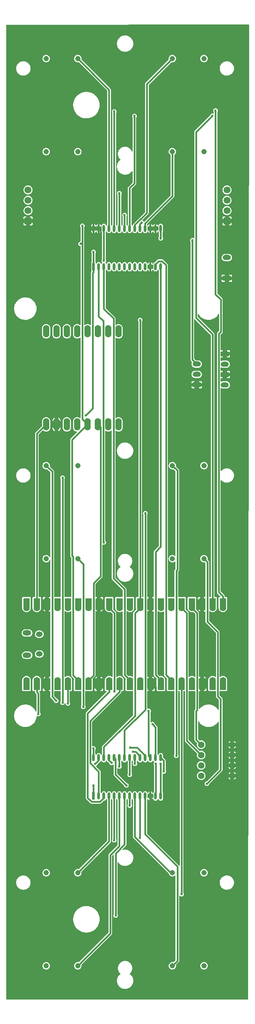
<source format=gtl>
G04 Layer: TopLayer*
G04 EasyEDA v6.5.22, 2022-11-17 17:56:15*
G04 bd1838edf7794fe9965007c2dd97f0f2,c41f2f61388c4f97afb2f396c9cd50e1,10*
G04 Gerber Generator version 0.2*
G04 Scale: 100 percent, Rotated: No, Reflected: No *
G04 Dimensions in inches *
G04 leading zeros omitted , absolute positions ,3 integer and 6 decimal *
%FSLAX36Y36*%
%MOIN*%

%AMMACRO1*21,1,$1,$2,0,0,$3*%
%ADD10C,0.0150*%
%ADD11R,0.0630X0.0630*%
%ADD12O,0.023620000000000002X0.07087*%
%ADD13MACRO1,0.0709X0.0236X90.0000*%
%ADD14C,0.0630*%
%ADD15O,0.082677X0.051181000000000004*%
%ADD16O,0.064961X0.051181000000000004*%
%ADD17R,0.0800X0.0500*%
%ADD18O,0.08X0.05*%
%ADD19C,0.0515*%
%ADD20C,0.0669*%
%ADD21R,0.0669X0.0669*%
%ADD22O,0.06X0.12*%
%ADD23C,0.0240*%
%ADD24C,0.0118*%

%LPD*%
G36*
X407900Y10200D02*
G01*
X406380Y10500D01*
X405080Y11379D01*
X404200Y12660D01*
X403900Y14200D01*
X403900Y9434640D01*
X404200Y9436180D01*
X405080Y9437480D01*
X406360Y9438340D01*
X407900Y9438640D01*
X2749560Y9442540D01*
X2751100Y9442240D01*
X2752400Y9441360D01*
X2753260Y9440060D01*
X2753560Y9438540D01*
X2745720Y14200D01*
X2745419Y12660D01*
X2744540Y11379D01*
X2743240Y10500D01*
X2741720Y10200D01*
G37*

%LPC*%
G36*
X1557000Y113840D02*
G01*
X1564620Y114400D01*
X1572160Y115680D01*
X1579540Y117700D01*
X1586680Y120399D01*
X1593520Y123800D01*
X1600020Y127820D01*
X1606100Y132460D01*
X1611699Y137680D01*
X1616759Y143400D01*
X1621260Y149580D01*
X1625120Y156160D01*
X1628340Y163100D01*
X1630880Y170300D01*
X1632720Y177719D01*
X1633820Y185280D01*
X1634180Y192920D01*
X1633820Y200560D01*
X1632720Y208120D01*
X1630880Y215539D01*
X1628340Y222740D01*
X1625120Y229680D01*
X1621260Y236260D01*
X1616759Y242440D01*
X1611699Y248160D01*
X1606100Y253380D01*
X1601339Y257000D01*
X1600380Y258060D01*
X1599840Y259380D01*
X1599820Y260820D01*
X1600280Y262160D01*
X1601200Y263260D01*
X1602220Y264120D01*
X1607200Y269220D01*
X1611620Y274800D01*
X1615460Y280820D01*
X1618640Y287200D01*
X1621160Y293880D01*
X1622980Y300760D01*
X1624060Y307820D01*
X1624440Y314920D01*
X1624060Y322040D01*
X1622980Y329099D01*
X1621160Y335980D01*
X1618640Y342660D01*
X1615460Y349040D01*
X1611620Y355060D01*
X1607200Y360640D01*
X1602220Y365740D01*
X1596759Y370319D01*
X1590840Y374300D01*
X1584540Y377640D01*
X1577940Y380340D01*
X1571100Y382320D01*
X1564079Y383600D01*
X1556980Y384159D01*
X1549840Y383960D01*
X1542780Y383060D01*
X1535840Y381420D01*
X1529100Y379080D01*
X1522640Y376060D01*
X1516540Y372380D01*
X1510840Y368100D01*
X1505600Y363260D01*
X1500900Y357900D01*
X1496759Y352100D01*
X1493260Y345880D01*
X1490400Y339360D01*
X1488220Y332560D01*
X1486780Y325580D01*
X1486040Y318500D01*
X1486040Y311360D01*
X1486780Y304280D01*
X1488220Y297300D01*
X1490400Y290500D01*
X1493260Y283980D01*
X1496759Y277760D01*
X1500900Y271960D01*
X1505600Y266600D01*
X1509259Y263200D01*
X1510280Y261740D01*
X1510540Y259980D01*
X1510020Y258280D01*
X1508820Y256980D01*
X1507060Y255760D01*
X1501220Y250840D01*
X1495880Y245360D01*
X1491100Y239420D01*
X1486920Y233020D01*
X1483360Y226260D01*
X1480480Y219180D01*
X1478300Y211840D01*
X1476819Y204340D01*
X1476080Y196740D01*
X1476080Y189100D01*
X1476819Y181500D01*
X1478300Y174000D01*
X1480480Y166660D01*
X1483360Y159580D01*
X1486920Y152820D01*
X1491100Y146420D01*
X1495880Y140480D01*
X1501220Y135000D01*
X1507060Y130079D01*
X1513360Y125740D01*
X1520040Y122020D01*
X1527040Y118960D01*
X1534319Y116600D01*
X1541780Y114960D01*
X1549360Y114040D01*
G37*
G36*
X2319340Y301520D02*
G01*
X2324320Y302040D01*
X2329200Y303240D01*
X2333840Y305120D01*
X2338180Y307640D01*
X2342140Y310720D01*
X2345620Y314320D01*
X2348560Y318380D01*
X2350920Y322819D01*
X2352640Y327520D01*
X2353680Y332420D01*
X2354020Y337440D01*
X2353680Y342440D01*
X2352640Y347340D01*
X2350920Y352040D01*
X2348560Y356480D01*
X2345620Y360540D01*
X2342140Y364140D01*
X2338180Y367220D01*
X2333840Y369739D01*
X2329200Y371620D01*
X2324320Y372819D01*
X2319340Y373340D01*
X2314340Y373180D01*
X2309400Y372299D01*
X2304620Y370760D01*
X2300120Y368560D01*
X2295960Y365760D01*
X2292240Y362400D01*
X2289020Y358560D01*
X2286360Y354300D01*
X2284320Y349720D01*
X2282940Y344900D01*
X2282240Y339940D01*
X2282240Y334920D01*
X2282940Y329960D01*
X2284320Y325140D01*
X2286360Y320560D01*
X2289020Y316300D01*
X2292240Y312460D01*
X2295960Y309100D01*
X2300120Y306300D01*
X2304620Y304100D01*
X2309400Y302560D01*
X2314340Y301680D01*
G37*
G36*
X793439Y301520D02*
G01*
X798420Y302040D01*
X803300Y303240D01*
X807940Y305120D01*
X812280Y307640D01*
X816240Y310720D01*
X819720Y314320D01*
X822660Y318380D01*
X825020Y322819D01*
X826740Y327520D01*
X827780Y332420D01*
X828120Y337440D01*
X827780Y342440D01*
X826740Y347340D01*
X825020Y352040D01*
X822660Y356480D01*
X819720Y360540D01*
X816240Y364140D01*
X812280Y367220D01*
X807940Y369739D01*
X803300Y371620D01*
X798420Y372819D01*
X793439Y373340D01*
X788439Y373180D01*
X783500Y372299D01*
X778720Y370760D01*
X774220Y368560D01*
X770060Y365760D01*
X766340Y362400D01*
X763120Y358560D01*
X760460Y354300D01*
X758420Y349720D01*
X757039Y344900D01*
X756340Y339940D01*
X756340Y334920D01*
X757039Y329960D01*
X758420Y325140D01*
X760460Y320560D01*
X763120Y316300D01*
X766340Y312460D01*
X770060Y309100D01*
X774220Y306300D01*
X778720Y304100D01*
X783500Y302560D01*
X788439Y301680D01*
G37*
G36*
X1098940Y301520D02*
G01*
X1103920Y302040D01*
X1108800Y303240D01*
X1113440Y305120D01*
X1117780Y307640D01*
X1121740Y310720D01*
X1125220Y314320D01*
X1128160Y318380D01*
X1130520Y322819D01*
X1132240Y327520D01*
X1133280Y332420D01*
X1133620Y337440D01*
X1133280Y342440D01*
X1132760Y344880D01*
X1132700Y346200D01*
X1133080Y347480D01*
X1133840Y348540D01*
X1424960Y639680D01*
X1427000Y642400D01*
X1428460Y645320D01*
X1429360Y648460D01*
X1429680Y651900D01*
X1429680Y1399060D01*
X1429980Y1400580D01*
X1430840Y1401879D01*
X1439160Y1410200D01*
X1440460Y1411060D01*
X1442000Y1411380D01*
X1443520Y1411060D01*
X1444820Y1410200D01*
X1445680Y1408899D01*
X1446000Y1407380D01*
X1446000Y839300D01*
X1445800Y838100D01*
X1445260Y837020D01*
X1444480Y835879D01*
X1442840Y832380D01*
X1441840Y828640D01*
X1441500Y824780D01*
X1441840Y820920D01*
X1442840Y817200D01*
X1444480Y813680D01*
X1446699Y810520D01*
X1449420Y807780D01*
X1452600Y805560D01*
X1456100Y803920D01*
X1459840Y802920D01*
X1463700Y802580D01*
X1467540Y802920D01*
X1471279Y803920D01*
X1474780Y805560D01*
X1477960Y807780D01*
X1480700Y810520D01*
X1482920Y813680D01*
X1484540Y817200D01*
X1485540Y820920D01*
X1485880Y824780D01*
X1485540Y828640D01*
X1484540Y832380D01*
X1482920Y835879D01*
X1482120Y837020D01*
X1481579Y838100D01*
X1481399Y839300D01*
X1481399Y1336860D01*
X1481759Y1338520D01*
X1482760Y1339860D01*
X1484240Y1340680D01*
X1485940Y1340820D01*
X1487520Y1340240D01*
X1488740Y1339040D01*
X1491100Y1335440D01*
X1495880Y1329480D01*
X1501220Y1324019D01*
X1507060Y1319079D01*
X1513360Y1314740D01*
X1520040Y1311020D01*
X1527040Y1307980D01*
X1534319Y1305620D01*
X1541780Y1303959D01*
X1549360Y1303040D01*
X1557000Y1302860D01*
X1564620Y1303420D01*
X1572160Y1304700D01*
X1579540Y1306699D01*
X1586680Y1309420D01*
X1593520Y1312800D01*
X1600020Y1316840D01*
X1606100Y1321480D01*
X1611699Y1326680D01*
X1616759Y1332400D01*
X1621260Y1338580D01*
X1625120Y1345180D01*
X1628340Y1352100D01*
X1630880Y1359319D01*
X1632720Y1366740D01*
X1633820Y1374300D01*
X1634180Y1381920D01*
X1633820Y1389560D01*
X1632720Y1397120D01*
X1630880Y1404540D01*
X1628340Y1411759D01*
X1625120Y1418680D01*
X1621260Y1425280D01*
X1616759Y1431459D01*
X1611699Y1437180D01*
X1606100Y1442380D01*
X1600020Y1447020D01*
X1593520Y1451060D01*
X1586680Y1454440D01*
X1579540Y1457160D01*
X1572160Y1459160D01*
X1564620Y1460440D01*
X1557000Y1461000D01*
X1549360Y1460820D01*
X1541780Y1459900D01*
X1534319Y1458240D01*
X1532920Y1457800D01*
X1531160Y1457640D01*
X1529520Y1458240D01*
X1528280Y1459520D01*
X1527720Y1461180D01*
X1527920Y1462940D01*
X1528860Y1464420D01*
X1562780Y1498380D01*
X1564840Y1501100D01*
X1566279Y1504019D01*
X1567180Y1507160D01*
X1567500Y1510580D01*
X1567500Y1942460D01*
X1567680Y1943660D01*
X1568220Y1944760D01*
X1568860Y1945660D01*
X1570480Y1949120D01*
X1570940Y1950880D01*
X1571740Y1952400D01*
X1573120Y1953460D01*
X1574800Y1953839D01*
X1576500Y1953460D01*
X1577860Y1952400D01*
X1578660Y1950880D01*
X1579139Y1949120D01*
X1580760Y1945660D01*
X1581380Y1944760D01*
X1581920Y1943680D01*
X1582100Y1942460D01*
X1582100Y1901900D01*
X1581920Y1900700D01*
X1581380Y1899600D01*
X1580580Y1898460D01*
X1578940Y1894960D01*
X1577940Y1891220D01*
X1577600Y1887380D01*
X1577940Y1883520D01*
X1578940Y1879780D01*
X1580580Y1876279D01*
X1582800Y1873100D01*
X1585540Y1870380D01*
X1588700Y1868160D01*
X1592220Y1866519D01*
X1595940Y1865520D01*
X1599800Y1865180D01*
X1603660Y1865520D01*
X1607400Y1866519D01*
X1610900Y1868160D01*
X1614060Y1870380D01*
X1616800Y1873100D01*
X1619019Y1876279D01*
X1620660Y1879780D01*
X1621660Y1883520D01*
X1622000Y1887380D01*
X1621660Y1891220D01*
X1620660Y1894960D01*
X1619019Y1898460D01*
X1618220Y1899600D01*
X1617680Y1900700D01*
X1617500Y1901900D01*
X1617500Y1942460D01*
X1617680Y1943660D01*
X1618220Y1944760D01*
X1618860Y1945660D01*
X1620480Y1949120D01*
X1620940Y1950880D01*
X1621740Y1952400D01*
X1623120Y1953460D01*
X1624800Y1953839D01*
X1626500Y1953460D01*
X1627860Y1952400D01*
X1628660Y1950880D01*
X1629139Y1949120D01*
X1630760Y1945660D01*
X1631380Y1944760D01*
X1631920Y1943680D01*
X1632100Y1942460D01*
X1632120Y1583160D01*
X1632580Y1579780D01*
X1633620Y1576680D01*
X1635220Y1573839D01*
X1637420Y1571180D01*
X1976279Y1232320D01*
X1977040Y1231260D01*
X1978820Y1225140D01*
X1980860Y1220560D01*
X1983520Y1216300D01*
X1986740Y1212460D01*
X1990460Y1209100D01*
X1994620Y1206300D01*
X1999120Y1204100D01*
X2003899Y1202560D01*
X2008839Y1201680D01*
X2013839Y1201520D01*
X2018820Y1202040D01*
X2023700Y1203240D01*
X2028340Y1205120D01*
X2032680Y1207640D01*
X2036160Y1210360D01*
X2037780Y1211120D01*
X2039540Y1211100D01*
X2041140Y1210320D01*
X2042240Y1208940D01*
X2042640Y1207200D01*
X2042640Y394159D01*
X2042320Y392620D01*
X2041459Y391340D01*
X2023740Y373600D01*
X2022620Y372819D01*
X2021300Y372460D01*
X2019940Y372540D01*
X2018820Y372819D01*
X2013839Y373340D01*
X2008839Y373180D01*
X2003899Y372299D01*
X1999120Y370760D01*
X1994620Y368560D01*
X1990460Y365760D01*
X1986740Y362400D01*
X1983520Y358560D01*
X1980860Y354300D01*
X1978820Y349720D01*
X1977440Y344900D01*
X1976740Y339940D01*
X1976740Y334920D01*
X1977440Y329960D01*
X1978820Y325140D01*
X1980860Y320560D01*
X1983520Y316300D01*
X1986740Y312460D01*
X1990460Y309100D01*
X1994620Y306300D01*
X1999120Y304100D01*
X2003899Y302560D01*
X2008839Y301680D01*
X2013839Y301520D01*
X2018820Y302040D01*
X2023700Y303240D01*
X2028340Y305120D01*
X2032680Y307640D01*
X2036639Y310720D01*
X2040120Y314320D01*
X2043060Y318380D01*
X2045420Y322819D01*
X2047140Y327520D01*
X2048180Y332420D01*
X2048520Y337440D01*
X2048180Y342440D01*
X2047660Y344880D01*
X2047600Y346200D01*
X2047980Y347480D01*
X2048740Y348540D01*
X2073320Y373140D01*
X2075360Y375860D01*
X2076819Y378780D01*
X2077720Y381920D01*
X2078040Y385360D01*
X2078040Y1012380D01*
X2078340Y1013900D01*
X2079199Y1015200D01*
X2080500Y1016080D01*
X2082040Y1016380D01*
X2083560Y1016080D01*
X2084860Y1015200D01*
X2086920Y1013160D01*
X2090080Y1010939D01*
X2093600Y1009300D01*
X2097320Y1008300D01*
X2101180Y1007960D01*
X2105040Y1008300D01*
X2108780Y1009300D01*
X2112280Y1010939D01*
X2115440Y1013160D01*
X2118180Y1015879D01*
X2120400Y1019060D01*
X2122040Y1022560D01*
X2123040Y1026300D01*
X2123380Y1030160D01*
X2123040Y1034000D01*
X2122040Y1037740D01*
X2120400Y1041240D01*
X2119600Y1042380D01*
X2119060Y1043480D01*
X2118880Y1044680D01*
X2118880Y2990160D01*
X2119180Y2991680D01*
X2120060Y2992980D01*
X2121360Y2993860D01*
X2122880Y2994160D01*
X2129480Y2994160D01*
X2131020Y2993860D01*
X2132300Y2992980D01*
X2133180Y2991680D01*
X2133480Y2990160D01*
X2133500Y2515080D01*
X2133960Y2511720D01*
X2135000Y2508620D01*
X2136600Y2505760D01*
X2138800Y2503120D01*
X2250040Y2391860D01*
X2250880Y2390640D01*
X2251220Y2389200D01*
X2251000Y2387740D01*
X2250680Y2386780D01*
X2249620Y2381420D01*
X2249260Y2375980D01*
X2249620Y2370540D01*
X2250680Y2365200D01*
X2252440Y2360040D01*
X2254840Y2355140D01*
X2257880Y2350600D01*
X2261460Y2346500D01*
X2265560Y2342920D01*
X2270100Y2339880D01*
X2275000Y2337460D01*
X2280160Y2335720D01*
X2285500Y2334660D01*
X2290940Y2334300D01*
X2296380Y2334660D01*
X2301740Y2335720D01*
X2306900Y2337460D01*
X2311780Y2339880D01*
X2316320Y2342920D01*
X2320420Y2346500D01*
X2324020Y2350600D01*
X2327040Y2355140D01*
X2329460Y2360040D01*
X2331220Y2365200D01*
X2332280Y2370540D01*
X2332640Y2375980D01*
X2332280Y2381420D01*
X2331220Y2386780D01*
X2329460Y2391940D01*
X2327040Y2396820D01*
X2324020Y2401360D01*
X2320420Y2405460D01*
X2316320Y2409060D01*
X2311780Y2412080D01*
X2306900Y2414500D01*
X2301740Y2416260D01*
X2296380Y2417320D01*
X2290940Y2417680D01*
X2285500Y2417320D01*
X2280160Y2416260D01*
X2279200Y2415920D01*
X2277740Y2415720D01*
X2276300Y2416060D01*
X2275080Y2416880D01*
X2170060Y2521920D01*
X2169180Y2523220D01*
X2168880Y2524740D01*
X2168880Y2990160D01*
X2169180Y2991680D01*
X2170060Y2992980D01*
X2171360Y2993860D01*
X2172880Y2994160D01*
X2230400Y2994160D01*
X2231940Y2993860D01*
X2233220Y2992980D01*
X2234100Y2991680D01*
X2234400Y2990160D01*
X2234400Y2818860D01*
X2234100Y2817340D01*
X2233240Y2816040D01*
X2229980Y2812760D01*
X2227960Y2810059D01*
X2226500Y2807140D01*
X2225600Y2804020D01*
X2225300Y2800580D01*
X2225300Y2523280D01*
X2225780Y2519900D01*
X2226820Y2516800D01*
X2228400Y2513960D01*
X2230600Y2511300D01*
X2250040Y2491860D01*
X2250880Y2490640D01*
X2251220Y2489200D01*
X2251000Y2487740D01*
X2250680Y2486780D01*
X2249620Y2481420D01*
X2249260Y2475980D01*
X2249620Y2470540D01*
X2250680Y2465200D01*
X2252440Y2460040D01*
X2254840Y2455140D01*
X2257880Y2450600D01*
X2261460Y2446500D01*
X2265560Y2442920D01*
X2270100Y2439880D01*
X2275000Y2437460D01*
X2280160Y2435720D01*
X2285500Y2434660D01*
X2290940Y2434300D01*
X2296380Y2434660D01*
X2301740Y2435720D01*
X2306900Y2437460D01*
X2311780Y2439880D01*
X2316320Y2442920D01*
X2320420Y2446500D01*
X2324020Y2450600D01*
X2327040Y2455140D01*
X2329460Y2460040D01*
X2331220Y2465200D01*
X2332280Y2470540D01*
X2332640Y2475980D01*
X2332280Y2481420D01*
X2331220Y2486780D01*
X2329460Y2491940D01*
X2327040Y2496820D01*
X2324020Y2501360D01*
X2320420Y2505460D01*
X2316320Y2509060D01*
X2311780Y2512080D01*
X2306900Y2514500D01*
X2301740Y2516260D01*
X2296380Y2517320D01*
X2290940Y2517680D01*
X2285500Y2517320D01*
X2280160Y2516260D01*
X2279200Y2515920D01*
X2277740Y2515720D01*
X2276300Y2516060D01*
X2275080Y2516880D01*
X2261860Y2530120D01*
X2261000Y2531400D01*
X2260700Y2532940D01*
X2260700Y2699720D01*
X2261080Y2701420D01*
X2262140Y2702799D01*
X2263700Y2703600D01*
X2265440Y2703639D01*
X2267040Y2702960D01*
X2268200Y2701640D01*
X2269300Y2699640D01*
X2274340Y2692060D01*
X2279980Y2684940D01*
X2286220Y2678300D01*
X2292980Y2672220D01*
X2300220Y2666720D01*
X2307900Y2661840D01*
X2315960Y2657620D01*
X2324340Y2654100D01*
X2333000Y2651280D01*
X2341860Y2649220D01*
X2350860Y2647880D01*
X2359940Y2647320D01*
X2369040Y2647500D01*
X2378080Y2648460D01*
X2387020Y2650160D01*
X2395780Y2652600D01*
X2404300Y2655779D01*
X2412540Y2659640D01*
X2420420Y2664200D01*
X2427880Y2669380D01*
X2434900Y2675179D01*
X2441400Y2681560D01*
X2447340Y2688440D01*
X2452680Y2695800D01*
X2454020Y2698000D01*
X2455200Y2699260D01*
X2456800Y2699880D01*
X2458520Y2699780D01*
X2460040Y2698980D01*
X2461080Y2697620D01*
X2461440Y2695940D01*
X2461440Y2241100D01*
X2461140Y2239560D01*
X2460260Y2238280D01*
X2344160Y2122160D01*
X2343320Y2121520D01*
X2342360Y2121120D01*
X2338740Y2120140D01*
X2335220Y2118520D01*
X2332060Y2116300D01*
X2329320Y2113560D01*
X2327100Y2110380D01*
X2325460Y2106880D01*
X2324460Y2103140D01*
X2324120Y2099300D01*
X2324460Y2095440D01*
X2325460Y2091699D01*
X2327100Y2088200D01*
X2329320Y2085020D01*
X2332060Y2082300D01*
X2335220Y2080080D01*
X2338740Y2078440D01*
X2342460Y2077440D01*
X2346320Y2077100D01*
X2350180Y2077440D01*
X2353920Y2078440D01*
X2357420Y2080080D01*
X2360580Y2082300D01*
X2363320Y2085020D01*
X2365540Y2088200D01*
X2367180Y2091699D01*
X2368140Y2095320D01*
X2368540Y2096300D01*
X2369180Y2097120D01*
X2492120Y2220080D01*
X2494180Y2222800D01*
X2495620Y2225720D01*
X2496520Y2228860D01*
X2496840Y2232300D01*
X2496820Y2917640D01*
X2496360Y2921000D01*
X2495320Y2924100D01*
X2493720Y2926960D01*
X2491520Y2929600D01*
X2470060Y2951080D01*
X2469180Y2952380D01*
X2468880Y2953900D01*
X2468880Y2990160D01*
X2469180Y2991700D01*
X2470060Y2992980D01*
X2471360Y2993860D01*
X2472880Y2994160D01*
X2532460Y2994160D01*
X2534940Y2994440D01*
X2537100Y2995200D01*
X2539020Y2996400D01*
X2540640Y2998020D01*
X2541840Y2999940D01*
X2542600Y3002100D01*
X2542880Y3004580D01*
X2542880Y3098920D01*
X2542520Y3104680D01*
X2541460Y3110040D01*
X2539700Y3115200D01*
X2537280Y3120080D01*
X2534260Y3124620D01*
X2530660Y3128720D01*
X2526560Y3132320D01*
X2522020Y3135340D01*
X2517140Y3137760D01*
X2511980Y3139500D01*
X2506620Y3140580D01*
X2501180Y3140940D01*
X2495740Y3140580D01*
X2490400Y3139500D01*
X2485220Y3137760D01*
X2480340Y3135340D01*
X2474200Y3131300D01*
X2472700Y3131080D01*
X2471240Y3131420D01*
X2470000Y3132300D01*
X2469160Y3133580D01*
X2468880Y3135080D01*
X2468860Y3565720D01*
X2468400Y3569100D01*
X2467360Y3572200D01*
X2465760Y3575040D01*
X2463560Y3577700D01*
X2369140Y3672140D01*
X2368260Y3673420D01*
X2367960Y3674960D01*
X2367960Y3764220D01*
X2368240Y3765720D01*
X2369080Y3766980D01*
X2370320Y3767860D01*
X2371780Y3768220D01*
X2373280Y3768000D01*
X2374600Y3767220D01*
X2375800Y3766180D01*
X2380340Y3763140D01*
X2385220Y3760720D01*
X2390400Y3758980D01*
X2395740Y3757919D01*
X2401180Y3757559D01*
X2406620Y3757919D01*
X2411980Y3758980D01*
X2417140Y3760720D01*
X2422020Y3763140D01*
X2426560Y3766180D01*
X2430660Y3769760D01*
X2434260Y3773860D01*
X2437280Y3778399D01*
X2439700Y3783279D01*
X2441460Y3788460D01*
X2442520Y3793800D01*
X2442880Y3799560D01*
X2442880Y3893900D01*
X2442600Y3896400D01*
X2441840Y3898540D01*
X2440640Y3900480D01*
X2439020Y3902080D01*
X2437100Y3903300D01*
X2434940Y3904040D01*
X2432460Y3904320D01*
X2422880Y3904320D01*
X2421360Y3904640D01*
X2420060Y3905500D01*
X2419180Y3906800D01*
X2418880Y3908320D01*
X2418860Y6446100D01*
X2418400Y6449460D01*
X2417360Y6452560D01*
X2415760Y6455420D01*
X2413560Y6458060D01*
X2260780Y6610860D01*
X2259920Y6612140D01*
X2259620Y6613680D01*
X2259620Y6638700D01*
X2260000Y6640400D01*
X2261060Y6641780D01*
X2262620Y6642560D01*
X2264360Y6642619D01*
X2265960Y6641940D01*
X2267120Y6640620D01*
X2269300Y6636660D01*
X2274340Y6629080D01*
X2279980Y6621940D01*
X2286220Y6615320D01*
X2292980Y6609220D01*
X2300220Y6603720D01*
X2307900Y6598860D01*
X2315960Y6594640D01*
X2324340Y6591120D01*
X2333000Y6588300D01*
X2341860Y6586220D01*
X2350860Y6584900D01*
X2359940Y6584320D01*
X2369040Y6584520D01*
X2378080Y6585460D01*
X2387020Y6587160D01*
X2395780Y6589620D01*
X2404300Y6592780D01*
X2412540Y6596660D01*
X2420420Y6601200D01*
X2427880Y6606400D01*
X2434900Y6612200D01*
X2441400Y6618560D01*
X2447340Y6625440D01*
X2452680Y6632800D01*
X2456700Y6639440D01*
X2457880Y6640680D01*
X2459480Y6641319D01*
X2461200Y6641220D01*
X2462720Y6640420D01*
X2463760Y6639040D01*
X2464120Y6637360D01*
X2464120Y6479460D01*
X2463820Y6477940D01*
X2462940Y6476640D01*
X2449120Y6462800D01*
X2447080Y6460080D01*
X2445620Y6457160D01*
X2444720Y6454020D01*
X2444420Y6450580D01*
X2444420Y3950040D01*
X2444900Y3946660D01*
X2445940Y3943560D01*
X2447520Y3940720D01*
X2449720Y3938060D01*
X2476640Y3911160D01*
X2477500Y3909860D01*
X2477800Y3908320D01*
X2477500Y3906800D01*
X2476640Y3905500D01*
X2475340Y3904640D01*
X2473800Y3904320D01*
X2469920Y3904320D01*
X2467420Y3904040D01*
X2465280Y3903300D01*
X2463340Y3902080D01*
X2461740Y3900480D01*
X2460520Y3898540D01*
X2459760Y3896400D01*
X2459480Y3893900D01*
X2459480Y3799560D01*
X2459860Y3793800D01*
X2460920Y3788460D01*
X2462660Y3783279D01*
X2465080Y3778399D01*
X2468120Y3773860D01*
X2471700Y3769760D01*
X2475800Y3766180D01*
X2480340Y3763140D01*
X2485220Y3760720D01*
X2490400Y3758980D01*
X2495740Y3757919D01*
X2501180Y3757559D01*
X2506620Y3757919D01*
X2511980Y3758980D01*
X2517140Y3760720D01*
X2522020Y3763140D01*
X2526560Y3766180D01*
X2530660Y3769760D01*
X2534260Y3773860D01*
X2537280Y3778399D01*
X2539700Y3783279D01*
X2541460Y3788460D01*
X2542520Y3793800D01*
X2542880Y3799560D01*
X2542880Y3893900D01*
X2542600Y3896400D01*
X2541840Y3898540D01*
X2540640Y3900480D01*
X2539020Y3902080D01*
X2537100Y3903300D01*
X2534940Y3904040D01*
X2532460Y3904320D01*
X2522880Y3904320D01*
X2521360Y3904640D01*
X2520060Y3905500D01*
X2519200Y3906780D01*
X2518880Y3908300D01*
X2518860Y3912360D01*
X2518400Y3915680D01*
X2517360Y3918780D01*
X2515760Y3921640D01*
X2513560Y3924280D01*
X2480980Y3956880D01*
X2480120Y3958159D01*
X2479820Y3959700D01*
X2479820Y5031180D01*
X2480140Y5032740D01*
X2481040Y5034060D01*
X2482400Y5034920D01*
X2483980Y5035180D01*
X2485540Y5034780D01*
X2486820Y5033820D01*
X2489800Y5030420D01*
X2495040Y5025580D01*
X2500740Y5021300D01*
X2506840Y5017620D01*
X2513300Y5014600D01*
X2520040Y5012260D01*
X2526980Y5010620D01*
X2534040Y5009720D01*
X2541180Y5009520D01*
X2548280Y5010080D01*
X2555300Y5011360D01*
X2562140Y5013340D01*
X2568740Y5016040D01*
X2575040Y5019380D01*
X2580960Y5023360D01*
X2586420Y5027940D01*
X2591400Y5033040D01*
X2595820Y5038620D01*
X2599660Y5044640D01*
X2602840Y5051020D01*
X2605360Y5057700D01*
X2607180Y5064580D01*
X2608260Y5071640D01*
X2608639Y5078740D01*
X2608260Y5085860D01*
X2607180Y5092920D01*
X2605360Y5099800D01*
X2602840Y5106480D01*
X2599660Y5112860D01*
X2595820Y5118880D01*
X2591400Y5124460D01*
X2586420Y5129560D01*
X2580960Y5134140D01*
X2575040Y5138120D01*
X2568740Y5141460D01*
X2562140Y5144160D01*
X2555300Y5146140D01*
X2548280Y5147420D01*
X2541180Y5147980D01*
X2534040Y5147780D01*
X2526980Y5146880D01*
X2520040Y5145240D01*
X2513300Y5142900D01*
X2506840Y5139880D01*
X2500740Y5136200D01*
X2495040Y5131920D01*
X2489800Y5127080D01*
X2486820Y5123680D01*
X2485540Y5122720D01*
X2483980Y5122320D01*
X2482400Y5122580D01*
X2481040Y5123440D01*
X2480140Y5124760D01*
X2479820Y5126319D01*
X2479820Y5922760D01*
X2480140Y5924360D01*
X2481100Y5925700D01*
X2482520Y5926540D01*
X2484160Y5926740D01*
X2485720Y5926260D01*
X2490060Y5923900D01*
X2494780Y5922140D01*
X2499680Y5921079D01*
X2504820Y5920700D01*
X2534540Y5920700D01*
X2539700Y5921079D01*
X2544600Y5922140D01*
X2549300Y5923900D01*
X2553720Y5926300D01*
X2557740Y5929320D01*
X2561280Y5932859D01*
X2564280Y5936880D01*
X2566700Y5941300D01*
X2568460Y5946000D01*
X2569520Y5950900D01*
X2569880Y5955900D01*
X2569520Y5960920D01*
X2568460Y5965820D01*
X2566700Y5970520D01*
X2564280Y5974940D01*
X2561280Y5978960D01*
X2557740Y5982500D01*
X2553720Y5985520D01*
X2549300Y5987920D01*
X2544600Y5989680D01*
X2539700Y5990740D01*
X2534540Y5991100D01*
X2504820Y5991100D01*
X2499680Y5990740D01*
X2494780Y5989680D01*
X2490060Y5987920D01*
X2485720Y5985540D01*
X2484160Y5985080D01*
X2482520Y5985280D01*
X2481100Y5986120D01*
X2480140Y5987460D01*
X2479820Y5989059D01*
X2479820Y6016700D01*
X2480120Y6018240D01*
X2480980Y6019539D01*
X2482280Y6020400D01*
X2483820Y6020700D01*
X2497180Y6020700D01*
X2497180Y6040900D01*
X2483820Y6040900D01*
X2482280Y6041220D01*
X2480980Y6042080D01*
X2480120Y6043380D01*
X2479820Y6044900D01*
X2479820Y6066900D01*
X2480120Y6068440D01*
X2480980Y6069740D01*
X2482280Y6070599D01*
X2483820Y6070900D01*
X2497180Y6070900D01*
X2497180Y6091100D01*
X2483820Y6091100D01*
X2482280Y6091420D01*
X2480980Y6092279D01*
X2480120Y6093579D01*
X2479820Y6095100D01*
X2479820Y6122760D01*
X2480140Y6124360D01*
X2481100Y6125700D01*
X2482520Y6126540D01*
X2484160Y6126740D01*
X2485720Y6126260D01*
X2490060Y6123900D01*
X2494780Y6122140D01*
X2499680Y6121079D01*
X2504820Y6120700D01*
X2534540Y6120700D01*
X2539700Y6121079D01*
X2544600Y6122140D01*
X2549300Y6123900D01*
X2553720Y6126300D01*
X2557740Y6129320D01*
X2561280Y6132859D01*
X2564280Y6136880D01*
X2566700Y6141300D01*
X2568460Y6146000D01*
X2569520Y6150900D01*
X2569880Y6155900D01*
X2569520Y6160920D01*
X2568460Y6165820D01*
X2566700Y6170520D01*
X2564280Y6174940D01*
X2561280Y6178960D01*
X2557740Y6182500D01*
X2553720Y6185520D01*
X2549300Y6187920D01*
X2544600Y6189680D01*
X2539700Y6190740D01*
X2534540Y6191100D01*
X2504820Y6191100D01*
X2499680Y6190740D01*
X2494780Y6189680D01*
X2490060Y6187920D01*
X2485720Y6185540D01*
X2484160Y6185080D01*
X2482520Y6185280D01*
X2481100Y6186120D01*
X2480140Y6187460D01*
X2479820Y6189059D01*
X2479820Y6216700D01*
X2480120Y6218240D01*
X2480980Y6219539D01*
X2482280Y6220400D01*
X2483820Y6220700D01*
X2497180Y6220700D01*
X2497180Y6240900D01*
X2483820Y6240900D01*
X2482280Y6241220D01*
X2480980Y6242080D01*
X2480120Y6243380D01*
X2479820Y6244900D01*
X2479820Y6266900D01*
X2480120Y6268440D01*
X2480980Y6269740D01*
X2482280Y6270599D01*
X2483820Y6270900D01*
X2497180Y6270900D01*
X2497180Y6291100D01*
X2483820Y6291100D01*
X2482280Y6291420D01*
X2480980Y6292279D01*
X2480120Y6293579D01*
X2479820Y6295100D01*
X2479820Y6441780D01*
X2480120Y6443320D01*
X2480980Y6444620D01*
X2494800Y6458460D01*
X2496860Y6461180D01*
X2498300Y6464100D01*
X2499200Y6467240D01*
X2499520Y6470660D01*
X2499500Y6781040D01*
X2499040Y6784400D01*
X2498000Y6787500D01*
X2496400Y6790359D01*
X2494200Y6793000D01*
X2448860Y6838360D01*
X2447980Y6839660D01*
X2447680Y6841180D01*
X2447680Y8594380D01*
X2447860Y8595580D01*
X2448400Y8596680D01*
X2449200Y8597820D01*
X2450840Y8601320D01*
X2451840Y8605060D01*
X2452180Y8608920D01*
X2451840Y8612760D01*
X2450840Y8616500D01*
X2449200Y8620000D01*
X2446980Y8623180D01*
X2444240Y8625920D01*
X2441080Y8628140D01*
X2437580Y8629760D01*
X2433840Y8630760D01*
X2429980Y8631100D01*
X2426120Y8630760D01*
X2422400Y8629760D01*
X2418880Y8628140D01*
X2415720Y8625920D01*
X2412980Y8623180D01*
X2410760Y8620000D01*
X2409120Y8616500D01*
X2408120Y8612760D01*
X2407780Y8608920D01*
X2408120Y8605060D01*
X2409120Y8601320D01*
X2410760Y8597820D01*
X2411560Y8596680D01*
X2412100Y8595580D01*
X2412280Y8594380D01*
X2412280Y8582840D01*
X2412020Y8581420D01*
X2411260Y8580160D01*
X2410100Y8579280D01*
X2408700Y8578860D01*
X2407240Y8578980D01*
X2403420Y8580000D01*
X2399580Y8580340D01*
X2395720Y8580000D01*
X2391980Y8579000D01*
X2388480Y8577380D01*
X2385300Y8575160D01*
X2382580Y8572420D01*
X2380360Y8569240D01*
X2378720Y8565740D01*
X2377740Y8562120D01*
X2377340Y8561140D01*
X2376700Y8560320D01*
X2228920Y8412520D01*
X2226880Y8409800D01*
X2225420Y8406880D01*
X2224520Y8403740D01*
X2224220Y8400300D01*
X2224220Y7376079D01*
X2223840Y7374380D01*
X2222780Y7373020D01*
X2221240Y7372220D01*
X2219520Y7372140D01*
X2217920Y7372800D01*
X2216480Y7373819D01*
X2212980Y7375440D01*
X2209240Y7376440D01*
X2205380Y7376780D01*
X2201520Y7376440D01*
X2197800Y7375440D01*
X2194280Y7373819D01*
X2191120Y7371600D01*
X2188380Y7368860D01*
X2186160Y7365680D01*
X2184520Y7362180D01*
X2183520Y7358440D01*
X2183180Y7354600D01*
X2183520Y7350740D01*
X2184520Y7347000D01*
X2186160Y7343500D01*
X2186960Y7342360D01*
X2187500Y7341260D01*
X2187680Y7340060D01*
X2187700Y6199460D01*
X2188160Y6196079D01*
X2189200Y6192980D01*
X2190800Y6190140D01*
X2193000Y6187480D01*
X2201500Y6178980D01*
X2202420Y6177540D01*
X2202660Y6175860D01*
X2202180Y6174240D01*
X2201020Y6172100D01*
X2199260Y6167400D01*
X2198200Y6162500D01*
X2197840Y6157480D01*
X2198200Y6152480D01*
X2199260Y6147560D01*
X2201020Y6142859D01*
X2203420Y6138460D01*
X2206440Y6134440D01*
X2209980Y6130880D01*
X2214000Y6127880D01*
X2218420Y6125480D01*
X2223120Y6123720D01*
X2228020Y6122660D01*
X2233180Y6122279D01*
X2262900Y6122279D01*
X2268040Y6122660D01*
X2272940Y6123720D01*
X2277660Y6125480D01*
X2282060Y6127880D01*
X2286080Y6130880D01*
X2289620Y6134440D01*
X2292640Y6138460D01*
X2295040Y6142859D01*
X2296800Y6147560D01*
X2297860Y6152480D01*
X2298220Y6157480D01*
X2297860Y6162500D01*
X2296800Y6167400D01*
X2295040Y6172100D01*
X2292640Y6176500D01*
X2289620Y6180520D01*
X2286080Y6184080D01*
X2282060Y6187080D01*
X2277660Y6189500D01*
X2272940Y6191240D01*
X2268040Y6192320D01*
X2262900Y6192680D01*
X2239520Y6192680D01*
X2237980Y6192980D01*
X2236680Y6193860D01*
X2224260Y6206300D01*
X2223380Y6207580D01*
X2223080Y6209120D01*
X2223080Y6588840D01*
X2223380Y6590359D01*
X2224260Y6591660D01*
X2225560Y6592519D01*
X2227080Y6592840D01*
X2228620Y6592519D01*
X2229900Y6591660D01*
X2382300Y6439260D01*
X2383180Y6437960D01*
X2383480Y6436440D01*
X2383480Y3908320D01*
X2383180Y3906800D01*
X2382300Y3905500D01*
X2381020Y3904640D01*
X2379480Y3904320D01*
X2371960Y3904320D01*
X2370440Y3904640D01*
X2369140Y3905500D01*
X2368260Y3906800D01*
X2367960Y3908320D01*
X2367940Y4242940D01*
X2367480Y4246320D01*
X2366440Y4249420D01*
X2364840Y4252260D01*
X2362640Y4254920D01*
X2354240Y4263320D01*
X2353480Y4264400D01*
X2353100Y4265660D01*
X2353160Y4266980D01*
X2353680Y4269440D01*
X2354020Y4274440D01*
X2353680Y4279440D01*
X2352640Y4284340D01*
X2350920Y4289060D01*
X2348560Y4293480D01*
X2345620Y4297540D01*
X2342140Y4301140D01*
X2338180Y4304240D01*
X2333840Y4306740D01*
X2329200Y4308620D01*
X2324320Y4309840D01*
X2319340Y4310360D01*
X2314340Y4310180D01*
X2309400Y4309320D01*
X2304620Y4307760D01*
X2300120Y4305560D01*
X2295960Y4302760D01*
X2292240Y4299400D01*
X2289020Y4295560D01*
X2286360Y4291320D01*
X2284320Y4286740D01*
X2282940Y4281920D01*
X2282240Y4276940D01*
X2282240Y4271940D01*
X2282940Y4266960D01*
X2284320Y4262140D01*
X2286360Y4257560D01*
X2289020Y4253320D01*
X2292240Y4249480D01*
X2295960Y4246120D01*
X2300120Y4243320D01*
X2304620Y4241120D01*
X2309400Y4239560D01*
X2314340Y4238700D01*
X2319340Y4238520D01*
X2324320Y4239040D01*
X2325440Y4239320D01*
X2326800Y4239420D01*
X2328120Y4239060D01*
X2329240Y4238260D01*
X2331380Y4236120D01*
X2332260Y4234820D01*
X2332560Y4233280D01*
X2332560Y3908320D01*
X2332260Y3906800D01*
X2331380Y3905500D01*
X2330100Y3904640D01*
X2328560Y3904320D01*
X2319440Y3904320D01*
X2319440Y3880880D01*
X2328560Y3880880D01*
X2330100Y3880580D01*
X2331380Y3879700D01*
X2332260Y3878420D01*
X2332560Y3876880D01*
X2332560Y3848380D01*
X2332260Y3846720D01*
X2332560Y3845179D01*
X2332560Y3816680D01*
X2332260Y3815020D01*
X2332560Y3813500D01*
X2332560Y3785000D01*
X2332260Y3783460D01*
X2331380Y3782160D01*
X2330100Y3781300D01*
X2328560Y3781000D01*
X2319440Y3781000D01*
X2319440Y3761860D01*
X2322020Y3763140D01*
X2326340Y3766019D01*
X2327940Y3766640D01*
X2329640Y3766540D01*
X2331160Y3765740D01*
X2332200Y3764380D01*
X2332560Y3762700D01*
X2332580Y3665299D01*
X2333040Y3661920D01*
X2334080Y3658820D01*
X2335680Y3655980D01*
X2337880Y3653320D01*
X2432300Y3558900D01*
X2433180Y3557600D01*
X2433480Y3556060D01*
X2433480Y3135080D01*
X2433200Y3133580D01*
X2432380Y3132300D01*
X2431140Y3131440D01*
X2429660Y3131080D01*
X2428160Y3131300D01*
X2422020Y3135340D01*
X2417140Y3137760D01*
X2411980Y3139500D01*
X2406620Y3140580D01*
X2401180Y3140940D01*
X2395740Y3140580D01*
X2390400Y3139500D01*
X2385220Y3137760D01*
X2380340Y3135340D01*
X2375800Y3132320D01*
X2371700Y3128720D01*
X2368120Y3124620D01*
X2365080Y3120080D01*
X2362660Y3115200D01*
X2360920Y3110040D01*
X2359860Y3104680D01*
X2359480Y3098920D01*
X2359480Y3004580D01*
X2359760Y3002100D01*
X2360520Y2999940D01*
X2361740Y2998020D01*
X2363340Y2996400D01*
X2365280Y2995179D01*
X2367420Y2994440D01*
X2369920Y2994160D01*
X2429480Y2994160D01*
X2431020Y2993860D01*
X2432300Y2992980D01*
X2433180Y2991680D01*
X2433480Y2990160D01*
X2433500Y2944240D01*
X2433960Y2940880D01*
X2435000Y2937780D01*
X2436600Y2934920D01*
X2438800Y2932280D01*
X2460260Y2910800D01*
X2461140Y2909500D01*
X2461440Y2907980D01*
X2461440Y2815880D01*
X2461080Y2814200D01*
X2460040Y2812840D01*
X2458520Y2812040D01*
X2456800Y2811940D01*
X2455200Y2812559D01*
X2454020Y2813820D01*
X2452680Y2816019D01*
X2447340Y2823380D01*
X2441400Y2830260D01*
X2434900Y2836640D01*
X2427880Y2842440D01*
X2420420Y2847620D01*
X2412540Y2852180D01*
X2404300Y2856040D01*
X2395780Y2859220D01*
X2387020Y2861660D01*
X2378080Y2863360D01*
X2369040Y2864320D01*
X2359940Y2864500D01*
X2350860Y2863940D01*
X2341860Y2862600D01*
X2333000Y2860539D01*
X2324340Y2857720D01*
X2315960Y2854200D01*
X2307900Y2849980D01*
X2300220Y2845100D01*
X2292980Y2839600D01*
X2286220Y2833519D01*
X2279980Y2826880D01*
X2276940Y2823039D01*
X2275680Y2822000D01*
X2274100Y2821540D01*
X2272480Y2821740D01*
X2271080Y2822580D01*
X2270140Y2823920D01*
X2269800Y2825520D01*
X2269800Y2990160D01*
X2270100Y2991680D01*
X2270980Y2992980D01*
X2272280Y2993860D01*
X2273800Y2994160D01*
X2282940Y2994160D01*
X2282940Y3017600D01*
X2273800Y3017600D01*
X2272280Y3017900D01*
X2270980Y3018780D01*
X2270100Y3020080D01*
X2269800Y3021600D01*
X2269800Y3050100D01*
X2270100Y3051780D01*
X2269800Y3053300D01*
X2269800Y3081800D01*
X2270100Y3083460D01*
X2269800Y3085000D01*
X2269800Y3113500D01*
X2270100Y3115020D01*
X2270980Y3116320D01*
X2272280Y3117180D01*
X2273800Y3117500D01*
X2282940Y3117500D01*
X2282940Y3136620D01*
X2280340Y3135340D01*
X2276020Y3132460D01*
X2274420Y3131840D01*
X2272720Y3131940D01*
X2271200Y3132740D01*
X2270160Y3134120D01*
X2269800Y3135779D01*
X2269780Y3749000D01*
X2269320Y3752360D01*
X2268280Y3755460D01*
X2266680Y3758320D01*
X2264480Y3760960D01*
X2242080Y3783380D01*
X2241240Y3784580D01*
X2240920Y3786019D01*
X2241120Y3787480D01*
X2241460Y3788460D01*
X2242520Y3793800D01*
X2242880Y3799560D01*
X2242880Y3893900D01*
X2242600Y3896400D01*
X2241840Y3898540D01*
X2240640Y3900480D01*
X2239020Y3902080D01*
X2237100Y3903300D01*
X2234940Y3904040D01*
X2232460Y3904320D01*
X2169920Y3904320D01*
X2167420Y3904040D01*
X2165280Y3903300D01*
X2163340Y3902080D01*
X2161740Y3900480D01*
X2160520Y3898540D01*
X2159760Y3896400D01*
X2159480Y3893900D01*
X2159480Y3799560D01*
X2159860Y3793800D01*
X2160920Y3788460D01*
X2162660Y3783279D01*
X2165080Y3778399D01*
X2168120Y3773860D01*
X2171700Y3769760D01*
X2175800Y3766180D01*
X2180340Y3763140D01*
X2185220Y3760720D01*
X2190400Y3758980D01*
X2195740Y3757919D01*
X2201180Y3757559D01*
X2206620Y3757919D01*
X2211980Y3758980D01*
X2212940Y3759300D01*
X2214400Y3759520D01*
X2215840Y3759180D01*
X2217040Y3758340D01*
X2233220Y3742160D01*
X2234100Y3740860D01*
X2234400Y3739340D01*
X2234400Y3134260D01*
X2234120Y3132780D01*
X2233300Y3131500D01*
X2232060Y3130620D01*
X2230580Y3130280D01*
X2229080Y3130500D01*
X2227760Y3131259D01*
X2226560Y3132320D01*
X2222020Y3135340D01*
X2217140Y3137760D01*
X2211980Y3139500D01*
X2206620Y3140580D01*
X2201180Y3140940D01*
X2195740Y3140580D01*
X2190400Y3139500D01*
X2185220Y3137760D01*
X2180340Y3135340D01*
X2174200Y3131300D01*
X2172700Y3131080D01*
X2171240Y3131420D01*
X2170000Y3132300D01*
X2169160Y3133580D01*
X2168880Y3135080D01*
X2168860Y3749920D01*
X2168400Y3753279D01*
X2167360Y3756380D01*
X2165760Y3759240D01*
X2163560Y3761880D01*
X2142080Y3783380D01*
X2141240Y3784580D01*
X2140920Y3786019D01*
X2141120Y3787480D01*
X2141460Y3788460D01*
X2142520Y3793800D01*
X2142880Y3799560D01*
X2142880Y3893900D01*
X2142600Y3896400D01*
X2141840Y3898540D01*
X2140640Y3900480D01*
X2139020Y3902080D01*
X2137100Y3903300D01*
X2134940Y3904040D01*
X2132460Y3904320D01*
X2071960Y3904320D01*
X2070440Y3904640D01*
X2069139Y3905500D01*
X2068260Y3906800D01*
X2067960Y3908320D01*
X2067960Y4149520D01*
X2068260Y4151040D01*
X2069120Y4152340D01*
X2073959Y4157200D01*
X2075980Y4159900D01*
X2077440Y4162820D01*
X2078340Y4165960D01*
X2078660Y4169380D01*
X2078640Y5126760D01*
X2078160Y5130119D01*
X2077120Y5133220D01*
X2075540Y5136079D01*
X2073340Y5138720D01*
X2048740Y5163320D01*
X2047980Y5164400D01*
X2047600Y5165660D01*
X2047660Y5166980D01*
X2048180Y5169440D01*
X2048520Y5174440D01*
X2048180Y5179440D01*
X2047140Y5184340D01*
X2045420Y5189059D01*
X2043060Y5193480D01*
X2040120Y5197540D01*
X2036639Y5201140D01*
X2032680Y5204240D01*
X2028340Y5206740D01*
X2023700Y5208620D01*
X2018820Y5209840D01*
X2013839Y5210359D01*
X2008839Y5210180D01*
X2003899Y5209320D01*
X1999120Y5207760D01*
X1994620Y5205560D01*
X1990460Y5202760D01*
X1986740Y5199400D01*
X1983520Y5195560D01*
X1980860Y5191319D01*
X1978820Y5186740D01*
X1977440Y5181920D01*
X1976740Y5176940D01*
X1976740Y5171940D01*
X1977440Y5166960D01*
X1978820Y5162140D01*
X1980860Y5157560D01*
X1983520Y5153320D01*
X1986740Y5149480D01*
X1990460Y5146120D01*
X1994620Y5143320D01*
X1999120Y5141120D01*
X2003899Y5139560D01*
X2008839Y5138700D01*
X2013839Y5138520D01*
X2018820Y5139040D01*
X2019940Y5139320D01*
X2021300Y5139420D01*
X2022620Y5139059D01*
X2023740Y5138260D01*
X2042080Y5119920D01*
X2042940Y5118620D01*
X2043260Y5117100D01*
X2043260Y4304180D01*
X2042860Y4302460D01*
X2041759Y4301060D01*
X2040160Y4300280D01*
X2038400Y4300280D01*
X2036780Y4301040D01*
X2032680Y4304240D01*
X2028340Y4306740D01*
X2023700Y4308620D01*
X2018820Y4309840D01*
X2013839Y4310360D01*
X2008839Y4310180D01*
X2003899Y4309320D01*
X1999120Y4307760D01*
X1994620Y4305560D01*
X1990460Y4302760D01*
X1986740Y4299400D01*
X1983520Y4295560D01*
X1980860Y4291320D01*
X1978820Y4286740D01*
X1977440Y4281920D01*
X1976740Y4276940D01*
X1976740Y4271940D01*
X1977440Y4266960D01*
X1978820Y4262140D01*
X1980860Y4257560D01*
X1983520Y4253320D01*
X1986740Y4249480D01*
X1990460Y4246120D01*
X1994620Y4243320D01*
X1999120Y4241120D01*
X2003899Y4239560D01*
X2008839Y4238700D01*
X2013839Y4238520D01*
X2018820Y4239040D01*
X2023700Y4240260D01*
X2028340Y4242140D01*
X2032680Y4244640D01*
X2036780Y4247840D01*
X2038400Y4248600D01*
X2040160Y4248600D01*
X2041759Y4247820D01*
X2042860Y4246420D01*
X2043260Y4244700D01*
X2043260Y4178180D01*
X2042940Y4176660D01*
X2042080Y4175380D01*
X2037260Y4170500D01*
X2035220Y4167820D01*
X2033779Y4164900D01*
X2032880Y4161760D01*
X2032560Y4158320D01*
X2032560Y3908320D01*
X2032260Y3906800D01*
X2031380Y3905500D01*
X2030100Y3904640D01*
X2028560Y3904320D01*
X1971980Y3904320D01*
X1970440Y3904640D01*
X1969139Y3905500D01*
X1968280Y3906800D01*
X1967980Y3908320D01*
X1967960Y7116240D01*
X1967480Y7119620D01*
X1966440Y7122720D01*
X1964860Y7125560D01*
X1962660Y7128220D01*
X1925320Y7165540D01*
X1922600Y7167580D01*
X1919680Y7169040D01*
X1916540Y7169940D01*
X1913100Y7170260D01*
X1879199Y7170240D01*
X1875820Y7169760D01*
X1872720Y7168720D01*
X1869880Y7167140D01*
X1867220Y7164940D01*
X1846699Y7144420D01*
X1845880Y7143780D01*
X1844920Y7143380D01*
X1842280Y7142680D01*
X1838800Y7141060D01*
X1835660Y7138860D01*
X1832960Y7136140D01*
X1830760Y7133000D01*
X1829139Y7129539D01*
X1828660Y7127780D01*
X1827860Y7126260D01*
X1826500Y7125200D01*
X1824800Y7124820D01*
X1823120Y7125200D01*
X1821740Y7126260D01*
X1820940Y7127780D01*
X1820480Y7129539D01*
X1818860Y7133000D01*
X1816660Y7136140D01*
X1813940Y7138860D01*
X1810800Y7141060D01*
X1808200Y7142260D01*
X1808200Y7118600D01*
X1823800Y7118600D01*
X1825320Y7118300D01*
X1826620Y7117440D01*
X1827480Y7116140D01*
X1827800Y7114600D01*
X1827800Y7082160D01*
X1827480Y7080640D01*
X1826620Y7079340D01*
X1825320Y7078480D01*
X1823800Y7078160D01*
X1808200Y7078160D01*
X1808200Y7054500D01*
X1810800Y7055720D01*
X1813940Y7057920D01*
X1816660Y7060620D01*
X1818860Y7063760D01*
X1820480Y7067240D01*
X1820940Y7068980D01*
X1821740Y7070520D01*
X1823120Y7071580D01*
X1824800Y7071940D01*
X1826500Y7071580D01*
X1827860Y7070520D01*
X1828660Y7068980D01*
X1829139Y7067240D01*
X1830760Y7063760D01*
X1832960Y7060620D01*
X1835660Y7057920D01*
X1838800Y7055720D01*
X1842280Y7054100D01*
X1845980Y7053099D01*
X1849800Y7052760D01*
X1853620Y7053099D01*
X1857320Y7054100D01*
X1860800Y7055720D01*
X1863940Y7057920D01*
X1866660Y7060620D01*
X1868860Y7063760D01*
X1870480Y7067240D01*
X1870940Y7068980D01*
X1871740Y7070520D01*
X1873120Y7071580D01*
X1874800Y7071940D01*
X1876500Y7071580D01*
X1877860Y7070520D01*
X1878660Y7068980D01*
X1879139Y7067240D01*
X1880760Y7063760D01*
X1881380Y7062880D01*
X1881920Y7061780D01*
X1882100Y7060580D01*
X1882100Y4400820D01*
X1881800Y4399300D01*
X1880920Y4398000D01*
X1837280Y4354320D01*
X1835220Y4351600D01*
X1833779Y4348680D01*
X1832880Y4345560D01*
X1832560Y4342120D01*
X1832560Y3908320D01*
X1832260Y3906800D01*
X1831380Y3905500D01*
X1830100Y3904640D01*
X1828560Y3904320D01*
X1819440Y3904320D01*
X1819440Y3880880D01*
X1828560Y3880880D01*
X1830100Y3880580D01*
X1831380Y3879700D01*
X1832260Y3878420D01*
X1832560Y3876880D01*
X1832560Y3848380D01*
X1832260Y3846720D01*
X1832560Y3845179D01*
X1832560Y3816680D01*
X1832260Y3815020D01*
X1832560Y3813500D01*
X1832560Y3785000D01*
X1832260Y3783460D01*
X1831380Y3782160D01*
X1830100Y3781300D01*
X1828560Y3781000D01*
X1819440Y3781000D01*
X1819440Y3761860D01*
X1822020Y3763140D01*
X1826339Y3766019D01*
X1827940Y3766640D01*
X1829640Y3766540D01*
X1831160Y3765740D01*
X1832200Y3764380D01*
X1832560Y3762700D01*
X1832580Y3149480D01*
X1833040Y3146120D01*
X1834079Y3143020D01*
X1835680Y3140160D01*
X1837880Y3137520D01*
X1860280Y3115100D01*
X1861120Y3113900D01*
X1861459Y3112460D01*
X1861240Y3111000D01*
X1860920Y3110040D01*
X1859860Y3104680D01*
X1859480Y3098920D01*
X1859480Y3004580D01*
X1859760Y3002100D01*
X1860520Y2999940D01*
X1861740Y2998020D01*
X1863340Y2996400D01*
X1865280Y2995179D01*
X1867420Y2994440D01*
X1869920Y2994160D01*
X1932460Y2994160D01*
X1934940Y2994440D01*
X1937100Y2995179D01*
X1939019Y2996400D01*
X1940640Y2998020D01*
X1941840Y2999940D01*
X1942600Y3002100D01*
X1942880Y3004580D01*
X1942880Y3098920D01*
X1942520Y3104680D01*
X1941459Y3110040D01*
X1939700Y3115200D01*
X1937280Y3120080D01*
X1934259Y3124620D01*
X1930660Y3128720D01*
X1926560Y3132320D01*
X1922020Y3135340D01*
X1917140Y3137760D01*
X1911980Y3139500D01*
X1906620Y3140580D01*
X1901180Y3140940D01*
X1895740Y3140580D01*
X1890400Y3139500D01*
X1889420Y3139180D01*
X1887960Y3138980D01*
X1886540Y3139300D01*
X1885320Y3140140D01*
X1869139Y3156320D01*
X1868260Y3157620D01*
X1867960Y3159140D01*
X1867960Y3764220D01*
X1868240Y3765720D01*
X1869079Y3766980D01*
X1870320Y3767860D01*
X1871780Y3768220D01*
X1873280Y3768000D01*
X1874600Y3767220D01*
X1875800Y3766180D01*
X1880340Y3763140D01*
X1885220Y3760720D01*
X1890400Y3758980D01*
X1895740Y3757919D01*
X1901180Y3757559D01*
X1906620Y3757919D01*
X1911980Y3758980D01*
X1917140Y3760720D01*
X1922020Y3763140D01*
X1926339Y3766019D01*
X1927940Y3766660D01*
X1929660Y3766560D01*
X1931160Y3765740D01*
X1932200Y3764380D01*
X1932580Y3762700D01*
X1932580Y3149480D01*
X1933060Y3146100D01*
X1934100Y3143000D01*
X1935680Y3140160D01*
X1937880Y3137500D01*
X1960280Y3115100D01*
X1961120Y3113900D01*
X1961459Y3112460D01*
X1961240Y3111000D01*
X1960920Y3110040D01*
X1959860Y3104680D01*
X1959480Y3098920D01*
X1959480Y3004580D01*
X1959760Y3002100D01*
X1960520Y2999940D01*
X1961740Y2998020D01*
X1963340Y2996400D01*
X1965280Y2995179D01*
X1967420Y2994440D01*
X1969920Y2994160D01*
X2028560Y2994160D01*
X2030100Y2993860D01*
X2031380Y2992980D01*
X2032260Y2991680D01*
X2032560Y2990160D01*
X2032560Y2383480D01*
X2032380Y2382280D01*
X2031840Y2381180D01*
X2031040Y2380040D01*
X2029400Y2376540D01*
X2028400Y2372800D01*
X2028060Y2368960D01*
X2028400Y2365100D01*
X2029400Y2361360D01*
X2031040Y2357860D01*
X2033260Y2354680D01*
X2036000Y2351960D01*
X2039160Y2349740D01*
X2042680Y2348100D01*
X2046399Y2347100D01*
X2050260Y2346760D01*
X2054120Y2347100D01*
X2057860Y2348100D01*
X2061360Y2349740D01*
X2064520Y2351960D01*
X2067260Y2354680D01*
X2069480Y2357860D01*
X2071120Y2361360D01*
X2072120Y2365100D01*
X2072460Y2368960D01*
X2072120Y2372800D01*
X2071120Y2376540D01*
X2069480Y2380040D01*
X2068680Y2381180D01*
X2068140Y2382280D01*
X2067960Y2383480D01*
X2067960Y2990160D01*
X2068260Y2991680D01*
X2069139Y2992980D01*
X2070440Y2993860D01*
X2071960Y2994160D01*
X2079480Y2994160D01*
X2081020Y2993860D01*
X2082300Y2992980D01*
X2083180Y2991680D01*
X2083480Y2990160D01*
X2083480Y1309139D01*
X2083100Y1307440D01*
X2082040Y1306060D01*
X2080480Y1305260D01*
X2078740Y1305200D01*
X2077140Y1305880D01*
X2075980Y1307180D01*
X2074920Y1309100D01*
X2072720Y1311759D01*
X1768680Y1615800D01*
X1767800Y1617100D01*
X1767500Y1618620D01*
X1767500Y1942460D01*
X1767680Y1943660D01*
X1768220Y1944760D01*
X1768860Y1945660D01*
X1770480Y1949120D01*
X1770940Y1950880D01*
X1771740Y1952400D01*
X1773120Y1953460D01*
X1774800Y1953839D01*
X1776500Y1953460D01*
X1777860Y1952400D01*
X1778660Y1950880D01*
X1779139Y1949120D01*
X1780760Y1945660D01*
X1782960Y1942520D01*
X1785660Y1939800D01*
X1788800Y1937600D01*
X1791399Y1936399D01*
X1791399Y1960060D01*
X1775820Y1960060D01*
X1774280Y1960360D01*
X1772980Y1961220D01*
X1772120Y1962520D01*
X1771819Y1964060D01*
X1771819Y1996500D01*
X1772120Y1998020D01*
X1772980Y1999319D01*
X1774280Y2000180D01*
X1775820Y2000500D01*
X1791399Y2000500D01*
X1791399Y2024160D01*
X1788800Y2022940D01*
X1785660Y2020740D01*
X1782960Y2018040D01*
X1780760Y2014900D01*
X1779139Y2011420D01*
X1778660Y2009680D01*
X1777860Y2008140D01*
X1776500Y2007080D01*
X1774800Y2006720D01*
X1773120Y2007080D01*
X1771740Y2008140D01*
X1770940Y2009680D01*
X1770480Y2011420D01*
X1768860Y2014900D01*
X1766660Y2018040D01*
X1763940Y2020740D01*
X1760800Y2022940D01*
X1757320Y2024560D01*
X1753620Y2025560D01*
X1749800Y2025900D01*
X1745980Y2025560D01*
X1742280Y2024560D01*
X1738800Y2022940D01*
X1735660Y2020740D01*
X1732960Y2018040D01*
X1730760Y2014900D01*
X1729139Y2011420D01*
X1728660Y2009680D01*
X1727860Y2008140D01*
X1726500Y2007080D01*
X1724800Y2006720D01*
X1723120Y2007080D01*
X1721740Y2008140D01*
X1720940Y2009680D01*
X1720480Y2011420D01*
X1718860Y2014900D01*
X1716660Y2018040D01*
X1713940Y2020740D01*
X1710800Y2022940D01*
X1707320Y2024560D01*
X1703620Y2025560D01*
X1699800Y2025900D01*
X1695980Y2025560D01*
X1692280Y2024560D01*
X1688800Y2022940D01*
X1685660Y2020740D01*
X1682960Y2018040D01*
X1680760Y2014900D01*
X1679139Y2011420D01*
X1678660Y2009680D01*
X1677860Y2008140D01*
X1676500Y2007080D01*
X1674800Y2006720D01*
X1673120Y2007080D01*
X1671740Y2008140D01*
X1670940Y2009680D01*
X1670480Y2011420D01*
X1668860Y2014900D01*
X1666660Y2018040D01*
X1663940Y2020740D01*
X1660800Y2022940D01*
X1657320Y2024560D01*
X1653620Y2025560D01*
X1649800Y2025900D01*
X1645980Y2025560D01*
X1642280Y2024560D01*
X1638800Y2022940D01*
X1635660Y2020740D01*
X1632960Y2018040D01*
X1630760Y2014900D01*
X1629139Y2011420D01*
X1628660Y2009680D01*
X1627860Y2008140D01*
X1626500Y2007080D01*
X1624800Y2006720D01*
X1623120Y2007080D01*
X1621740Y2008140D01*
X1620940Y2009680D01*
X1620480Y2011420D01*
X1618860Y2014900D01*
X1616660Y2018040D01*
X1613940Y2020740D01*
X1610800Y2022940D01*
X1607320Y2024560D01*
X1603620Y2025560D01*
X1599800Y2025900D01*
X1595980Y2025560D01*
X1592280Y2024560D01*
X1588800Y2022940D01*
X1585660Y2020740D01*
X1582960Y2018040D01*
X1580760Y2014900D01*
X1579139Y2011420D01*
X1578660Y2009680D01*
X1577860Y2008140D01*
X1576500Y2007080D01*
X1574800Y2006720D01*
X1573120Y2007080D01*
X1571740Y2008140D01*
X1570940Y2009680D01*
X1570480Y2011420D01*
X1568860Y2014900D01*
X1566660Y2018040D01*
X1563940Y2020740D01*
X1560800Y2022940D01*
X1557320Y2024560D01*
X1553620Y2025560D01*
X1549800Y2025900D01*
X1545980Y2025560D01*
X1542280Y2024560D01*
X1538800Y2022940D01*
X1535660Y2020740D01*
X1532960Y2018040D01*
X1530760Y2014900D01*
X1529139Y2011420D01*
X1528660Y2009680D01*
X1527860Y2008140D01*
X1526500Y2007080D01*
X1524800Y2006720D01*
X1523120Y2007080D01*
X1521740Y2008140D01*
X1520940Y2009680D01*
X1520480Y2011420D01*
X1518860Y2014900D01*
X1516660Y2018040D01*
X1513940Y2020740D01*
X1510800Y2022940D01*
X1507320Y2024560D01*
X1503620Y2025560D01*
X1499800Y2025900D01*
X1495980Y2025560D01*
X1492280Y2024560D01*
X1488800Y2022940D01*
X1485660Y2020740D01*
X1482960Y2018040D01*
X1480760Y2014900D01*
X1479139Y2011420D01*
X1478660Y2009680D01*
X1477860Y2008140D01*
X1476500Y2007080D01*
X1474800Y2006720D01*
X1473120Y2007080D01*
X1471740Y2008140D01*
X1470940Y2009680D01*
X1470480Y2011420D01*
X1468860Y2014900D01*
X1466660Y2018040D01*
X1463940Y2020740D01*
X1460800Y2022940D01*
X1457320Y2024560D01*
X1453620Y2025560D01*
X1449800Y2025900D01*
X1445980Y2025560D01*
X1442280Y2024560D01*
X1438800Y2022940D01*
X1435660Y2020740D01*
X1432960Y2018040D01*
X1430760Y2014900D01*
X1429139Y2011420D01*
X1428660Y2009680D01*
X1427860Y2008140D01*
X1426500Y2007080D01*
X1424800Y2006720D01*
X1423120Y2007080D01*
X1421740Y2008140D01*
X1420940Y2009680D01*
X1420480Y2011420D01*
X1418860Y2014900D01*
X1416660Y2018040D01*
X1413940Y2020740D01*
X1410800Y2022940D01*
X1407320Y2024560D01*
X1403620Y2025560D01*
X1399800Y2025900D01*
X1395980Y2025560D01*
X1392280Y2024560D01*
X1388800Y2022940D01*
X1385660Y2020740D01*
X1382960Y2018040D01*
X1380760Y2014900D01*
X1379139Y2011420D01*
X1378660Y2009680D01*
X1377860Y2008140D01*
X1376500Y2007080D01*
X1374800Y2006720D01*
X1373120Y2007080D01*
X1371740Y2008140D01*
X1370940Y2009680D01*
X1370480Y2011420D01*
X1368860Y2014900D01*
X1366660Y2018040D01*
X1363940Y2020740D01*
X1360800Y2022940D01*
X1357320Y2024560D01*
X1353620Y2025560D01*
X1349800Y2025900D01*
X1345980Y2025560D01*
X1342280Y2024560D01*
X1338800Y2022940D01*
X1335660Y2020740D01*
X1332960Y2018040D01*
X1330760Y2014900D01*
X1329139Y2011420D01*
X1328660Y2009680D01*
X1327860Y2008140D01*
X1326500Y2007080D01*
X1324800Y2006720D01*
X1323120Y2007080D01*
X1321740Y2008140D01*
X1320940Y2009680D01*
X1320480Y2011420D01*
X1318860Y2014900D01*
X1318220Y2015800D01*
X1317680Y2016879D01*
X1317500Y2018080D01*
X1317480Y2216420D01*
X1317020Y2219780D01*
X1315980Y2222880D01*
X1314379Y2225740D01*
X1312180Y2228380D01*
X1275100Y2265460D01*
X1274260Y2266740D01*
X1273940Y2268220D01*
X1274200Y2269720D01*
X1275020Y2271020D01*
X1276240Y2271920D01*
X1276980Y2272260D01*
X1280140Y2274480D01*
X1282880Y2277220D01*
X1285100Y2280380D01*
X1286740Y2283900D01*
X1287700Y2287520D01*
X1288100Y2288480D01*
X1288740Y2289320D01*
X1304060Y2304640D01*
X1304900Y2305260D01*
X1305860Y2305660D01*
X1307320Y2306060D01*
X1310800Y2307680D01*
X1313940Y2309880D01*
X1316660Y2312600D01*
X1318860Y2315740D01*
X1320480Y2319200D01*
X1320940Y2320960D01*
X1321740Y2322480D01*
X1323120Y2323540D01*
X1324800Y2323920D01*
X1326500Y2323540D01*
X1327860Y2322480D01*
X1328660Y2320960D01*
X1329139Y2319200D01*
X1330760Y2315740D01*
X1332960Y2312600D01*
X1335660Y2309880D01*
X1338800Y2307680D01*
X1342280Y2306060D01*
X1345980Y2305060D01*
X1349800Y2304740D01*
X1353620Y2305060D01*
X1357320Y2306060D01*
X1360800Y2307680D01*
X1363940Y2309880D01*
X1366660Y2312600D01*
X1368860Y2315740D01*
X1370480Y2319200D01*
X1370940Y2320960D01*
X1371740Y2322480D01*
X1373120Y2323540D01*
X1374800Y2323920D01*
X1376500Y2323540D01*
X1377860Y2322480D01*
X1378660Y2320960D01*
X1379139Y2319200D01*
X1380760Y2315740D01*
X1382960Y2312600D01*
X1385660Y2309880D01*
X1388800Y2307680D01*
X1392280Y2306060D01*
X1394019Y2305460D01*
X1394840Y2304820D01*
X1401080Y2298580D01*
X1401720Y2297740D01*
X1402120Y2296780D01*
X1403100Y2293160D01*
X1404740Y2289640D01*
X1406960Y2286480D01*
X1409680Y2283740D01*
X1412860Y2281520D01*
X1416360Y2279880D01*
X1420100Y2278880D01*
X1423959Y2278540D01*
X1427800Y2278880D01*
X1431540Y2279880D01*
X1435040Y2281520D01*
X1437440Y2283200D01*
X1439040Y2283860D01*
X1440760Y2283780D01*
X1442300Y2282980D01*
X1443360Y2281600D01*
X1443740Y2279920D01*
X1443740Y2187580D01*
X1444220Y2184200D01*
X1445260Y2181100D01*
X1446840Y2178260D01*
X1449040Y2175600D01*
X1544880Y2079780D01*
X1545520Y2078940D01*
X1545920Y2077980D01*
X1546879Y2074360D01*
X1548520Y2070840D01*
X1550740Y2067680D01*
X1553480Y2064940D01*
X1556639Y2062720D01*
X1560160Y2061080D01*
X1563880Y2060080D01*
X1567740Y2059740D01*
X1571600Y2060080D01*
X1575340Y2061080D01*
X1578839Y2062720D01*
X1582000Y2064940D01*
X1584740Y2067680D01*
X1586960Y2070840D01*
X1588600Y2074360D01*
X1589600Y2078080D01*
X1589940Y2081940D01*
X1589600Y2085800D01*
X1588600Y2089540D01*
X1586960Y2093040D01*
X1584740Y2096200D01*
X1582000Y2098940D01*
X1578839Y2101160D01*
X1575340Y2102800D01*
X1571699Y2103760D01*
X1570740Y2104160D01*
X1569920Y2104800D01*
X1480300Y2194420D01*
X1479440Y2195700D01*
X1479139Y2197240D01*
X1479139Y2244720D01*
X1479500Y2246420D01*
X1480560Y2247780D01*
X1482100Y2248580D01*
X1483820Y2248660D01*
X1485420Y2248000D01*
X1488700Y2245700D01*
X1492220Y2244060D01*
X1495940Y2243060D01*
X1499800Y2242720D01*
X1503660Y2243060D01*
X1507400Y2244060D01*
X1510900Y2245700D01*
X1514060Y2247920D01*
X1516800Y2250660D01*
X1519019Y2253820D01*
X1520660Y2257340D01*
X1521660Y2261060D01*
X1522000Y2264920D01*
X1521660Y2268780D01*
X1520660Y2272520D01*
X1519019Y2276020D01*
X1518220Y2277160D01*
X1517680Y2278240D01*
X1517500Y2279440D01*
X1517500Y2312540D01*
X1517680Y2313740D01*
X1518220Y2314840D01*
X1518860Y2315740D01*
X1520480Y2319200D01*
X1520940Y2320960D01*
X1521740Y2322480D01*
X1523120Y2323540D01*
X1524800Y2323920D01*
X1526500Y2323540D01*
X1527860Y2322480D01*
X1528660Y2320960D01*
X1529139Y2319200D01*
X1530760Y2315740D01*
X1532960Y2312600D01*
X1535660Y2309880D01*
X1538800Y2307680D01*
X1542280Y2306060D01*
X1545980Y2305060D01*
X1549800Y2304740D01*
X1553620Y2305060D01*
X1557320Y2306060D01*
X1560800Y2307680D01*
X1563940Y2309880D01*
X1566660Y2312600D01*
X1568860Y2315740D01*
X1570480Y2319200D01*
X1570940Y2320960D01*
X1571740Y2322480D01*
X1573120Y2323540D01*
X1574800Y2323920D01*
X1576500Y2323540D01*
X1577860Y2322480D01*
X1578660Y2320960D01*
X1579139Y2319200D01*
X1580760Y2315740D01*
X1581380Y2314840D01*
X1581920Y2313760D01*
X1582100Y2312540D01*
X1582100Y2199720D01*
X1581920Y2198520D01*
X1581380Y2197420D01*
X1580580Y2196280D01*
X1578940Y2192780D01*
X1577940Y2189040D01*
X1577600Y2185200D01*
X1577940Y2181340D01*
X1578940Y2177600D01*
X1580580Y2174100D01*
X1582800Y2170920D01*
X1585540Y2168200D01*
X1588700Y2165980D01*
X1592220Y2164340D01*
X1595940Y2163340D01*
X1599800Y2163000D01*
X1603660Y2163340D01*
X1607400Y2164340D01*
X1610900Y2165980D01*
X1614060Y2168200D01*
X1616800Y2170920D01*
X1619019Y2174100D01*
X1620660Y2177600D01*
X1621660Y2181340D01*
X1622000Y2185200D01*
X1621660Y2189040D01*
X1620660Y2192780D01*
X1619019Y2196280D01*
X1618220Y2197420D01*
X1617680Y2198520D01*
X1617500Y2199720D01*
X1617500Y2312540D01*
X1617680Y2313740D01*
X1618220Y2314840D01*
X1618860Y2315740D01*
X1620480Y2319200D01*
X1620940Y2320960D01*
X1621740Y2322480D01*
X1623120Y2323540D01*
X1624800Y2323920D01*
X1626500Y2323540D01*
X1627860Y2322480D01*
X1628660Y2320960D01*
X1629139Y2319200D01*
X1630760Y2315740D01*
X1631380Y2314840D01*
X1631920Y2313760D01*
X1632100Y2312540D01*
X1632100Y2306140D01*
X1631920Y2304940D01*
X1631380Y2303840D01*
X1630580Y2302700D01*
X1628940Y2299200D01*
X1627940Y2295460D01*
X1627600Y2291620D01*
X1627940Y2287760D01*
X1628940Y2284020D01*
X1630580Y2280520D01*
X1632800Y2277340D01*
X1635540Y2274620D01*
X1638700Y2272400D01*
X1642220Y2270760D01*
X1645940Y2269760D01*
X1649800Y2269420D01*
X1653660Y2269760D01*
X1657400Y2270760D01*
X1660900Y2272400D01*
X1664060Y2274620D01*
X1666800Y2277340D01*
X1669019Y2280520D01*
X1670660Y2284020D01*
X1671660Y2287760D01*
X1672000Y2291620D01*
X1671660Y2295460D01*
X1670660Y2299200D01*
X1669019Y2302700D01*
X1668220Y2303840D01*
X1667680Y2304940D01*
X1667500Y2306140D01*
X1667500Y2312540D01*
X1667680Y2313740D01*
X1668220Y2314840D01*
X1668860Y2315740D01*
X1670480Y2319200D01*
X1670940Y2320960D01*
X1671740Y2322480D01*
X1673120Y2323540D01*
X1674800Y2323920D01*
X1676500Y2323540D01*
X1677860Y2322480D01*
X1678660Y2320960D01*
X1679139Y2319200D01*
X1680760Y2315740D01*
X1682960Y2312600D01*
X1685660Y2309880D01*
X1688800Y2307680D01*
X1692280Y2306060D01*
X1695980Y2305060D01*
X1699800Y2304740D01*
X1703620Y2305060D01*
X1707320Y2306060D01*
X1710800Y2307680D01*
X1713940Y2309880D01*
X1716660Y2312600D01*
X1718860Y2315740D01*
X1720480Y2319200D01*
X1720940Y2320960D01*
X1721740Y2322480D01*
X1723120Y2323540D01*
X1724800Y2323920D01*
X1726500Y2323540D01*
X1727860Y2322480D01*
X1728660Y2320960D01*
X1729139Y2319200D01*
X1730760Y2315740D01*
X1732960Y2312600D01*
X1735660Y2309880D01*
X1738800Y2307680D01*
X1742280Y2306060D01*
X1745980Y2305060D01*
X1749800Y2304740D01*
X1753620Y2305060D01*
X1757320Y2306060D01*
X1760800Y2307680D01*
X1763940Y2309880D01*
X1766660Y2312600D01*
X1768860Y2315740D01*
X1770480Y2319200D01*
X1770940Y2320960D01*
X1771740Y2322480D01*
X1773120Y2323540D01*
X1774800Y2323920D01*
X1776500Y2323540D01*
X1777860Y2322480D01*
X1778660Y2320960D01*
X1779139Y2319200D01*
X1780760Y2315740D01*
X1782960Y2312600D01*
X1785660Y2309880D01*
X1788800Y2307680D01*
X1792280Y2306060D01*
X1795980Y2305060D01*
X1799800Y2304740D01*
X1803620Y2305060D01*
X1807320Y2306060D01*
X1810800Y2307680D01*
X1813940Y2309880D01*
X1816660Y2312600D01*
X1818860Y2315740D01*
X1820480Y2319200D01*
X1820940Y2320960D01*
X1821740Y2322480D01*
X1823120Y2323540D01*
X1824800Y2323920D01*
X1826500Y2323540D01*
X1827860Y2322480D01*
X1828660Y2320960D01*
X1829139Y2319200D01*
X1830760Y2315740D01*
X1832940Y2312600D01*
X1836000Y2309580D01*
X1836879Y2308280D01*
X1837180Y2306740D01*
X1836879Y2305200D01*
X1833600Y2300540D01*
X1831960Y2297040D01*
X1830960Y2293300D01*
X1830620Y2289440D01*
X1830960Y2285580D01*
X1831960Y2281860D01*
X1833600Y2278340D01*
X1834379Y2277200D01*
X1834920Y2276120D01*
X1835120Y2274920D01*
X1835120Y2021860D01*
X1834800Y2020320D01*
X1833940Y2019019D01*
X1832960Y2018040D01*
X1830760Y2014900D01*
X1829139Y2011420D01*
X1828660Y2009680D01*
X1827860Y2008140D01*
X1826500Y2007080D01*
X1824800Y2006720D01*
X1823120Y2007080D01*
X1821740Y2008140D01*
X1820940Y2009680D01*
X1820480Y2011420D01*
X1818860Y2014900D01*
X1816660Y2018040D01*
X1813940Y2020740D01*
X1810800Y2022940D01*
X1808200Y2024160D01*
X1808200Y2000500D01*
X1823800Y2000500D01*
X1825320Y2000180D01*
X1826620Y1999319D01*
X1827480Y1998020D01*
X1827800Y1996500D01*
X1827800Y1964060D01*
X1827480Y1962520D01*
X1826620Y1961220D01*
X1825320Y1960360D01*
X1823800Y1960060D01*
X1808200Y1960060D01*
X1808200Y1936399D01*
X1810800Y1937600D01*
X1813940Y1939800D01*
X1816660Y1942520D01*
X1818860Y1945660D01*
X1820480Y1949120D01*
X1820940Y1950880D01*
X1821740Y1952400D01*
X1823120Y1953460D01*
X1824800Y1953839D01*
X1826500Y1953460D01*
X1827860Y1952400D01*
X1828660Y1950880D01*
X1829139Y1949120D01*
X1830760Y1945660D01*
X1832960Y1942520D01*
X1835660Y1939800D01*
X1838800Y1937600D01*
X1842280Y1935980D01*
X1845980Y1934980D01*
X1849800Y1934660D01*
X1853620Y1934980D01*
X1857320Y1935980D01*
X1860800Y1937600D01*
X1863940Y1939800D01*
X1866660Y1942520D01*
X1868860Y1945660D01*
X1870480Y1949120D01*
X1870940Y1950880D01*
X1871740Y1952400D01*
X1873120Y1953460D01*
X1874800Y1953839D01*
X1876500Y1953460D01*
X1877860Y1952400D01*
X1878660Y1950880D01*
X1879139Y1949120D01*
X1880760Y1945660D01*
X1882960Y1942520D01*
X1885660Y1939800D01*
X1888800Y1937600D01*
X1892280Y1935980D01*
X1895980Y1934980D01*
X1899800Y1934660D01*
X1903620Y1934980D01*
X1907320Y1935980D01*
X1910800Y1937600D01*
X1913940Y1939800D01*
X1916660Y1942520D01*
X1918860Y1945660D01*
X1920480Y1949120D01*
X1921459Y1952820D01*
X1921819Y1956819D01*
X1921819Y2003720D01*
X1921459Y2007720D01*
X1920480Y2011420D01*
X1918860Y2014900D01*
X1918220Y2015800D01*
X1917680Y2016879D01*
X1917500Y2018080D01*
X1917500Y2192220D01*
X1917760Y2193660D01*
X1918520Y2194900D01*
X1919680Y2195780D01*
X1921080Y2196200D01*
X1922540Y2196080D01*
X1925540Y2195280D01*
X1929400Y2194940D01*
X1933240Y2195280D01*
X1936980Y2196280D01*
X1940480Y2197920D01*
X1943660Y2200140D01*
X1946399Y2202880D01*
X1948620Y2206040D01*
X1950240Y2209560D01*
X1951240Y2213280D01*
X1951579Y2217140D01*
X1951240Y2221000D01*
X1950240Y2224740D01*
X1948620Y2228240D01*
X1947820Y2229380D01*
X1947280Y2230460D01*
X1947100Y2231660D01*
X1947080Y2321440D01*
X1946600Y2324800D01*
X1945560Y2327900D01*
X1943980Y2330760D01*
X1941780Y2333400D01*
X1922980Y2352200D01*
X1922120Y2353500D01*
X1921819Y2355020D01*
X1921819Y2373800D01*
X1921459Y2377800D01*
X1920480Y2381500D01*
X1918860Y2384980D01*
X1916660Y2388120D01*
X1913940Y2390820D01*
X1910800Y2393020D01*
X1907320Y2394640D01*
X1903620Y2395640D01*
X1899800Y2395980D01*
X1895980Y2395640D01*
X1892280Y2394640D01*
X1888800Y2393020D01*
X1885660Y2390820D01*
X1882960Y2388120D01*
X1880760Y2384980D01*
X1879139Y2381500D01*
X1878660Y2379760D01*
X1877860Y2378220D01*
X1876500Y2377160D01*
X1874800Y2376800D01*
X1873120Y2377160D01*
X1871740Y2378220D01*
X1870940Y2379760D01*
X1870480Y2381500D01*
X1868860Y2384980D01*
X1868220Y2385880D01*
X1867680Y2386960D01*
X1867500Y2388160D01*
X1867480Y2645640D01*
X1867020Y2649000D01*
X1865980Y2652100D01*
X1864379Y2654960D01*
X1862180Y2657600D01*
X1843340Y2676460D01*
X1842700Y2677280D01*
X1842300Y2678260D01*
X1841320Y2681880D01*
X1839700Y2685380D01*
X1837480Y2688560D01*
X1834740Y2691300D01*
X1831560Y2693519D01*
X1828060Y2695140D01*
X1824319Y2696139D01*
X1820480Y2696480D01*
X1816620Y2696139D01*
X1812880Y2695140D01*
X1809379Y2693519D01*
X1806720Y2691640D01*
X1805120Y2690980D01*
X1803380Y2691060D01*
X1801840Y2691860D01*
X1800800Y2693240D01*
X1800420Y2694920D01*
X1800420Y2787840D01*
X1800600Y2789040D01*
X1801140Y2790140D01*
X1801940Y2791280D01*
X1803580Y2794780D01*
X1804580Y2798519D01*
X1804920Y2802380D01*
X1804580Y2806220D01*
X1803580Y2809960D01*
X1801940Y2813460D01*
X1799720Y2816640D01*
X1796980Y2819380D01*
X1793820Y2821600D01*
X1790320Y2823220D01*
X1786579Y2824220D01*
X1782720Y2824560D01*
X1778860Y2824220D01*
X1775140Y2823220D01*
X1774460Y2822919D01*
X1772920Y2822540D01*
X1771339Y2822799D01*
X1770000Y2823660D01*
X1769079Y2824980D01*
X1768779Y2826540D01*
X1768779Y2990160D01*
X1769079Y2991680D01*
X1769940Y2992980D01*
X1771240Y2993860D01*
X1772780Y2994160D01*
X1782940Y2994160D01*
X1782940Y3017600D01*
X1772780Y3017600D01*
X1771240Y3017900D01*
X1769940Y3018780D01*
X1769079Y3020080D01*
X1768779Y3021600D01*
X1768779Y3050100D01*
X1769079Y3051780D01*
X1768779Y3053300D01*
X1768779Y3081800D01*
X1769079Y3083460D01*
X1768779Y3085000D01*
X1768779Y3113500D01*
X1769079Y3115020D01*
X1769940Y3116320D01*
X1771240Y3117180D01*
X1772780Y3117500D01*
X1782940Y3117500D01*
X1782940Y3136620D01*
X1780340Y3135340D01*
X1774100Y3131200D01*
X1772600Y3130980D01*
X1771120Y3131340D01*
X1769880Y3132200D01*
X1769060Y3133480D01*
X1768779Y3134980D01*
X1768779Y3763519D01*
X1769060Y3765000D01*
X1769880Y3766280D01*
X1771120Y3767160D01*
X1772600Y3767500D01*
X1774100Y3767280D01*
X1780340Y3763140D01*
X1782940Y3761860D01*
X1782940Y3781000D01*
X1772780Y3781000D01*
X1771240Y3781300D01*
X1769940Y3782160D01*
X1769079Y3783460D01*
X1768779Y3785000D01*
X1768779Y3813500D01*
X1769079Y3815160D01*
X1768779Y3816680D01*
X1768779Y3845179D01*
X1769079Y3846860D01*
X1768779Y3848380D01*
X1768779Y3876880D01*
X1769079Y3878420D01*
X1769940Y3879700D01*
X1771240Y3880580D01*
X1772780Y3880880D01*
X1782940Y3880880D01*
X1782940Y3904320D01*
X1772780Y3904320D01*
X1771240Y3904640D01*
X1769940Y3905500D01*
X1769079Y3906800D01*
X1768779Y3908320D01*
X1768779Y4700140D01*
X1768959Y4701340D01*
X1769500Y4702420D01*
X1770300Y4703560D01*
X1771920Y4707080D01*
X1772920Y4710800D01*
X1773260Y4714660D01*
X1772920Y4718520D01*
X1771920Y4722260D01*
X1770300Y4725760D01*
X1768080Y4728920D01*
X1765340Y4731660D01*
X1762160Y4733880D01*
X1758660Y4735520D01*
X1754920Y4736520D01*
X1751080Y4736860D01*
X1747220Y4736520D01*
X1743480Y4735520D01*
X1739980Y4733880D01*
X1736800Y4731660D01*
X1734079Y4728920D01*
X1731860Y4725760D01*
X1730220Y4722260D01*
X1729220Y4718520D01*
X1728880Y4714660D01*
X1729220Y4710800D01*
X1730220Y4707080D01*
X1731860Y4703560D01*
X1732640Y4702420D01*
X1733180Y4701340D01*
X1733380Y4700140D01*
X1733380Y3908320D01*
X1733060Y3906800D01*
X1732200Y3905500D01*
X1730900Y3904640D01*
X1729379Y3904320D01*
X1722880Y3904320D01*
X1721360Y3904640D01*
X1720060Y3905500D01*
X1719180Y3906800D01*
X1718880Y3908320D01*
X1718880Y6567859D01*
X1719060Y6569059D01*
X1719600Y6570160D01*
X1720400Y6571300D01*
X1722040Y6574800D01*
X1723040Y6578540D01*
X1723380Y6582400D01*
X1723040Y6586240D01*
X1722040Y6589980D01*
X1720400Y6593480D01*
X1718180Y6596660D01*
X1715440Y6599400D01*
X1712280Y6601620D01*
X1708779Y6603240D01*
X1705040Y6604240D01*
X1701180Y6604580D01*
X1697320Y6604240D01*
X1693600Y6603240D01*
X1690080Y6601620D01*
X1686920Y6599400D01*
X1684180Y6596660D01*
X1681960Y6593480D01*
X1680320Y6589980D01*
X1679319Y6586240D01*
X1678980Y6582400D01*
X1679319Y6578540D01*
X1680320Y6574800D01*
X1681960Y6571300D01*
X1682760Y6570160D01*
X1683300Y6569059D01*
X1683480Y6567859D01*
X1683480Y3908320D01*
X1683180Y3906800D01*
X1682300Y3905500D01*
X1681020Y3904640D01*
X1679480Y3904320D01*
X1669920Y3904320D01*
X1667420Y3904040D01*
X1665280Y3903300D01*
X1663340Y3902080D01*
X1661740Y3900480D01*
X1660520Y3898540D01*
X1659760Y3896400D01*
X1659480Y3893900D01*
X1659480Y3799560D01*
X1659860Y3793800D01*
X1660920Y3788460D01*
X1661240Y3787480D01*
X1661459Y3786019D01*
X1661120Y3784600D01*
X1660280Y3783380D01*
X1637260Y3760340D01*
X1635220Y3757620D01*
X1633760Y3754700D01*
X1632860Y3751560D01*
X1632560Y3748120D01*
X1632560Y3135800D01*
X1632180Y3134120D01*
X1631140Y3132760D01*
X1629640Y3131940D01*
X1627920Y3131840D01*
X1626320Y3132480D01*
X1622020Y3135340D01*
X1617140Y3137760D01*
X1611980Y3139500D01*
X1606620Y3140580D01*
X1601180Y3140940D01*
X1595740Y3140580D01*
X1590400Y3139500D01*
X1589420Y3139180D01*
X1587960Y3138980D01*
X1586540Y3139300D01*
X1585320Y3140140D01*
X1569139Y3156320D01*
X1568260Y3157620D01*
X1567960Y3159140D01*
X1567960Y3764220D01*
X1568240Y3765720D01*
X1569079Y3766980D01*
X1570320Y3767860D01*
X1571780Y3768220D01*
X1573280Y3768000D01*
X1574600Y3767220D01*
X1575800Y3766180D01*
X1580340Y3763140D01*
X1585220Y3760720D01*
X1590400Y3758980D01*
X1595740Y3757919D01*
X1601180Y3757559D01*
X1606620Y3757919D01*
X1611980Y3758980D01*
X1617140Y3760720D01*
X1622020Y3763140D01*
X1626560Y3766180D01*
X1630660Y3769760D01*
X1634259Y3773860D01*
X1637280Y3778399D01*
X1639700Y3783279D01*
X1641459Y3788460D01*
X1642520Y3793800D01*
X1642880Y3799560D01*
X1642880Y3893900D01*
X1642600Y3896400D01*
X1641840Y3898540D01*
X1640640Y3900480D01*
X1639019Y3902080D01*
X1637100Y3903300D01*
X1634940Y3904040D01*
X1632460Y3904320D01*
X1571960Y3904320D01*
X1570440Y3904640D01*
X1569139Y3905500D01*
X1568260Y3906800D01*
X1567960Y3908320D01*
X1567940Y3978260D01*
X1567480Y3981620D01*
X1566440Y3984720D01*
X1564840Y3987580D01*
X1562640Y3990220D01*
X1462820Y4090059D01*
X1461940Y4091360D01*
X1461639Y4092880D01*
X1461639Y5508020D01*
X1462000Y5509680D01*
X1463040Y5511060D01*
X1464560Y5511860D01*
X1466260Y5511960D01*
X1467860Y5511340D01*
X1471639Y5508819D01*
X1476360Y5506480D01*
X1481320Y5504800D01*
X1486480Y5503780D01*
X1491740Y5503440D01*
X1496980Y5503780D01*
X1502140Y5504800D01*
X1507120Y5506480D01*
X1511819Y5508819D01*
X1516200Y5511740D01*
X1520160Y5515200D01*
X1523620Y5519160D01*
X1526540Y5523520D01*
X1528860Y5528240D01*
X1530560Y5533220D01*
X1531579Y5538380D01*
X1531940Y5543760D01*
X1531940Y5603500D01*
X1531579Y5608860D01*
X1530560Y5614020D01*
X1528860Y5619000D01*
X1526540Y5623720D01*
X1523620Y5628080D01*
X1520160Y5632039D01*
X1516200Y5635500D01*
X1511819Y5638420D01*
X1507120Y5640760D01*
X1502140Y5642440D01*
X1496980Y5643460D01*
X1491740Y5643819D01*
X1486480Y5643460D01*
X1481320Y5642440D01*
X1476360Y5640760D01*
X1471639Y5638420D01*
X1467860Y5635900D01*
X1466260Y5635280D01*
X1464560Y5635380D01*
X1463040Y5636200D01*
X1462000Y5637560D01*
X1461639Y5639240D01*
X1461639Y6408020D01*
X1462000Y6409680D01*
X1463040Y6411060D01*
X1464560Y6411860D01*
X1466260Y6411960D01*
X1467860Y6411340D01*
X1471639Y6408819D01*
X1476360Y6406480D01*
X1481320Y6404800D01*
X1486480Y6403780D01*
X1491740Y6403440D01*
X1496980Y6403780D01*
X1502140Y6404800D01*
X1507120Y6406480D01*
X1511819Y6408819D01*
X1516200Y6411740D01*
X1520160Y6415200D01*
X1523620Y6419160D01*
X1526540Y6423520D01*
X1528860Y6428240D01*
X1530560Y6433220D01*
X1531579Y6438380D01*
X1531940Y6443760D01*
X1531940Y6503500D01*
X1531579Y6508860D01*
X1530560Y6514020D01*
X1528860Y6519000D01*
X1526540Y6523720D01*
X1523620Y6528080D01*
X1520160Y6532039D01*
X1516200Y6535500D01*
X1511819Y6538420D01*
X1507120Y6540760D01*
X1502140Y6542440D01*
X1496980Y6543460D01*
X1491740Y6543819D01*
X1486480Y6543460D01*
X1481320Y6542440D01*
X1476360Y6540760D01*
X1471639Y6538420D01*
X1467860Y6535900D01*
X1466260Y6535280D01*
X1464560Y6535380D01*
X1463040Y6536200D01*
X1462000Y6537560D01*
X1461639Y6539240D01*
X1461620Y6597519D01*
X1461160Y6600880D01*
X1460120Y6603980D01*
X1458520Y6606840D01*
X1456320Y6609480D01*
X1368680Y6697140D01*
X1367800Y6698440D01*
X1367500Y6699960D01*
X1367500Y7060580D01*
X1367680Y7061780D01*
X1368220Y7062859D01*
X1368860Y7063760D01*
X1370480Y7067240D01*
X1370940Y7068980D01*
X1371740Y7070520D01*
X1373120Y7071580D01*
X1374800Y7071940D01*
X1376500Y7071580D01*
X1377860Y7070520D01*
X1378660Y7068980D01*
X1379139Y7067240D01*
X1380760Y7063760D01*
X1382960Y7060620D01*
X1385660Y7057920D01*
X1388800Y7055720D01*
X1392280Y7054100D01*
X1395980Y7053099D01*
X1399800Y7052760D01*
X1403620Y7053099D01*
X1407320Y7054100D01*
X1410800Y7055720D01*
X1413940Y7057920D01*
X1416660Y7060620D01*
X1418860Y7063760D01*
X1420480Y7067240D01*
X1420940Y7068980D01*
X1421740Y7070520D01*
X1423120Y7071580D01*
X1424800Y7071940D01*
X1426500Y7071580D01*
X1427860Y7070520D01*
X1428660Y7068980D01*
X1429139Y7067240D01*
X1430760Y7063760D01*
X1432960Y7060620D01*
X1435660Y7057920D01*
X1438800Y7055720D01*
X1442280Y7054100D01*
X1445980Y7053099D01*
X1449800Y7052760D01*
X1453620Y7053099D01*
X1457320Y7054100D01*
X1460800Y7055720D01*
X1463940Y7057920D01*
X1466660Y7060620D01*
X1468860Y7063760D01*
X1470480Y7067240D01*
X1470940Y7068980D01*
X1471740Y7070520D01*
X1473120Y7071580D01*
X1474800Y7071940D01*
X1476500Y7071580D01*
X1477860Y7070520D01*
X1478660Y7068980D01*
X1479139Y7067240D01*
X1480760Y7063760D01*
X1482960Y7060620D01*
X1485660Y7057920D01*
X1488800Y7055720D01*
X1492280Y7054100D01*
X1495980Y7053099D01*
X1499800Y7052760D01*
X1503620Y7053099D01*
X1507320Y7054100D01*
X1510800Y7055720D01*
X1513940Y7057920D01*
X1516660Y7060620D01*
X1518860Y7063760D01*
X1520480Y7067240D01*
X1520940Y7068980D01*
X1521740Y7070520D01*
X1523120Y7071580D01*
X1524800Y7071940D01*
X1526500Y7071580D01*
X1527860Y7070520D01*
X1528660Y7068980D01*
X1529139Y7067240D01*
X1530760Y7063760D01*
X1532960Y7060620D01*
X1535660Y7057920D01*
X1538800Y7055720D01*
X1542280Y7054100D01*
X1545980Y7053099D01*
X1549800Y7052760D01*
X1553620Y7053099D01*
X1557320Y7054100D01*
X1560800Y7055720D01*
X1563940Y7057920D01*
X1566660Y7060620D01*
X1568860Y7063760D01*
X1570480Y7067240D01*
X1570940Y7068980D01*
X1571740Y7070520D01*
X1573120Y7071580D01*
X1574800Y7071940D01*
X1576500Y7071580D01*
X1577860Y7070520D01*
X1578660Y7068980D01*
X1579139Y7067240D01*
X1580760Y7063760D01*
X1582960Y7060620D01*
X1585660Y7057920D01*
X1588800Y7055720D01*
X1592280Y7054100D01*
X1595980Y7053099D01*
X1599800Y7052760D01*
X1603620Y7053099D01*
X1607320Y7054100D01*
X1610800Y7055720D01*
X1613940Y7057920D01*
X1616660Y7060620D01*
X1618860Y7063760D01*
X1620480Y7067240D01*
X1620940Y7068980D01*
X1621740Y7070520D01*
X1623120Y7071580D01*
X1624800Y7071940D01*
X1626500Y7071580D01*
X1627860Y7070520D01*
X1628660Y7068980D01*
X1629139Y7067240D01*
X1630760Y7063760D01*
X1632960Y7060620D01*
X1635660Y7057920D01*
X1638800Y7055720D01*
X1642280Y7054100D01*
X1645980Y7053099D01*
X1649800Y7052760D01*
X1653620Y7053099D01*
X1657320Y7054100D01*
X1660800Y7055720D01*
X1663940Y7057920D01*
X1666660Y7060620D01*
X1668860Y7063760D01*
X1670480Y7067240D01*
X1670940Y7068980D01*
X1671740Y7070520D01*
X1673120Y7071580D01*
X1674800Y7071940D01*
X1676500Y7071580D01*
X1677860Y7070520D01*
X1678660Y7068980D01*
X1679139Y7067240D01*
X1680760Y7063760D01*
X1682960Y7060620D01*
X1685660Y7057920D01*
X1688800Y7055720D01*
X1692280Y7054100D01*
X1695980Y7053099D01*
X1699800Y7052760D01*
X1703620Y7053099D01*
X1707320Y7054100D01*
X1710800Y7055720D01*
X1713940Y7057920D01*
X1716660Y7060620D01*
X1718860Y7063760D01*
X1720480Y7067240D01*
X1720940Y7068980D01*
X1721740Y7070520D01*
X1723120Y7071580D01*
X1724800Y7071940D01*
X1726500Y7071580D01*
X1727860Y7070520D01*
X1728660Y7068980D01*
X1729139Y7067240D01*
X1730760Y7063760D01*
X1732960Y7060620D01*
X1735660Y7057920D01*
X1738800Y7055720D01*
X1742280Y7054100D01*
X1745980Y7053099D01*
X1749800Y7052760D01*
X1753620Y7053099D01*
X1757320Y7054100D01*
X1760800Y7055720D01*
X1763940Y7057920D01*
X1766660Y7060620D01*
X1768860Y7063760D01*
X1770480Y7067240D01*
X1770940Y7068980D01*
X1771740Y7070520D01*
X1773120Y7071580D01*
X1774800Y7071940D01*
X1776500Y7071580D01*
X1777860Y7070520D01*
X1778660Y7068980D01*
X1779139Y7067240D01*
X1780760Y7063760D01*
X1782960Y7060620D01*
X1785660Y7057920D01*
X1788800Y7055720D01*
X1791399Y7054500D01*
X1791399Y7078160D01*
X1775820Y7078160D01*
X1774280Y7078480D01*
X1772980Y7079340D01*
X1772120Y7080640D01*
X1771819Y7082160D01*
X1771819Y7114600D01*
X1772120Y7116140D01*
X1772980Y7117440D01*
X1774280Y7118300D01*
X1775820Y7118600D01*
X1791399Y7118600D01*
X1791399Y7142260D01*
X1788800Y7141060D01*
X1785660Y7138860D01*
X1782960Y7136140D01*
X1780760Y7133000D01*
X1779139Y7129539D01*
X1778660Y7127780D01*
X1777860Y7126260D01*
X1776500Y7125200D01*
X1774800Y7124820D01*
X1773120Y7125200D01*
X1771740Y7126260D01*
X1770940Y7127780D01*
X1770480Y7129539D01*
X1768860Y7133000D01*
X1766660Y7136140D01*
X1763940Y7138860D01*
X1760800Y7141060D01*
X1757320Y7142680D01*
X1753620Y7143680D01*
X1749800Y7144000D01*
X1745980Y7143680D01*
X1742280Y7142680D01*
X1738800Y7141060D01*
X1735660Y7138860D01*
X1732960Y7136140D01*
X1730760Y7133000D01*
X1729139Y7129539D01*
X1728660Y7127780D01*
X1727860Y7126260D01*
X1726500Y7125200D01*
X1724800Y7124820D01*
X1723120Y7125200D01*
X1721740Y7126260D01*
X1720940Y7127780D01*
X1720480Y7129539D01*
X1718860Y7133000D01*
X1716660Y7136140D01*
X1713940Y7138860D01*
X1710800Y7141060D01*
X1707320Y7142680D01*
X1703620Y7143680D01*
X1699800Y7144000D01*
X1695980Y7143680D01*
X1692280Y7142680D01*
X1688800Y7141060D01*
X1685660Y7138860D01*
X1682960Y7136140D01*
X1680760Y7133000D01*
X1679139Y7129539D01*
X1678660Y7127780D01*
X1677860Y7126260D01*
X1676500Y7125200D01*
X1674800Y7124820D01*
X1673120Y7125200D01*
X1671740Y7126260D01*
X1670940Y7127780D01*
X1670480Y7129539D01*
X1668860Y7133000D01*
X1666660Y7136140D01*
X1663940Y7138860D01*
X1660800Y7141060D01*
X1657320Y7142680D01*
X1653620Y7143680D01*
X1649800Y7144000D01*
X1645980Y7143680D01*
X1642280Y7142680D01*
X1638800Y7141060D01*
X1635660Y7138860D01*
X1632960Y7136140D01*
X1630760Y7133000D01*
X1629139Y7129539D01*
X1628660Y7127780D01*
X1627860Y7126260D01*
X1626500Y7125200D01*
X1624800Y7124820D01*
X1623120Y7125200D01*
X1621740Y7126260D01*
X1620940Y7127780D01*
X1620480Y7129539D01*
X1618860Y7133000D01*
X1616660Y7136140D01*
X1613940Y7138860D01*
X1610800Y7141060D01*
X1607320Y7142680D01*
X1603620Y7143680D01*
X1599800Y7144000D01*
X1595980Y7143680D01*
X1592280Y7142680D01*
X1588800Y7141060D01*
X1585660Y7138860D01*
X1582960Y7136140D01*
X1580760Y7133000D01*
X1579139Y7129539D01*
X1578660Y7127780D01*
X1577860Y7126260D01*
X1576500Y7125200D01*
X1574800Y7124820D01*
X1573120Y7125200D01*
X1571740Y7126260D01*
X1570940Y7127780D01*
X1570480Y7129539D01*
X1568860Y7133000D01*
X1566660Y7136140D01*
X1563940Y7138860D01*
X1560800Y7141060D01*
X1557320Y7142680D01*
X1553620Y7143680D01*
X1549800Y7144000D01*
X1545980Y7143680D01*
X1542280Y7142680D01*
X1538800Y7141060D01*
X1535660Y7138860D01*
X1532960Y7136140D01*
X1530760Y7133000D01*
X1529139Y7129539D01*
X1528660Y7127780D01*
X1527860Y7126260D01*
X1526500Y7125200D01*
X1524800Y7124820D01*
X1523120Y7125200D01*
X1521740Y7126260D01*
X1520940Y7127780D01*
X1520480Y7129539D01*
X1518860Y7133000D01*
X1516660Y7136140D01*
X1513940Y7138860D01*
X1510800Y7141060D01*
X1507320Y7142680D01*
X1503620Y7143680D01*
X1499800Y7144000D01*
X1495980Y7143680D01*
X1492280Y7142680D01*
X1488800Y7141060D01*
X1485660Y7138860D01*
X1482960Y7136140D01*
X1480760Y7133000D01*
X1479139Y7129539D01*
X1478660Y7127780D01*
X1477860Y7126260D01*
X1476500Y7125200D01*
X1474800Y7124820D01*
X1473120Y7125200D01*
X1471740Y7126260D01*
X1470940Y7127780D01*
X1470480Y7129539D01*
X1468860Y7133000D01*
X1466660Y7136140D01*
X1463940Y7138860D01*
X1460800Y7141060D01*
X1457320Y7142680D01*
X1453620Y7143680D01*
X1449800Y7144000D01*
X1445980Y7143680D01*
X1442280Y7142680D01*
X1438800Y7141060D01*
X1435660Y7138860D01*
X1432960Y7136140D01*
X1430760Y7133000D01*
X1429139Y7129539D01*
X1428660Y7127780D01*
X1427860Y7126260D01*
X1426500Y7125200D01*
X1424800Y7124820D01*
X1423120Y7125200D01*
X1421740Y7126260D01*
X1420940Y7127780D01*
X1420480Y7129539D01*
X1418860Y7133000D01*
X1416660Y7136140D01*
X1413940Y7138860D01*
X1410800Y7141060D01*
X1407320Y7142680D01*
X1403620Y7143680D01*
X1399800Y7144000D01*
X1395980Y7143680D01*
X1392280Y7142680D01*
X1388800Y7141060D01*
X1385660Y7138860D01*
X1382960Y7136140D01*
X1380760Y7133000D01*
X1379139Y7129539D01*
X1378660Y7127780D01*
X1377860Y7126260D01*
X1376500Y7125200D01*
X1374800Y7124820D01*
X1373120Y7125200D01*
X1371740Y7126260D01*
X1370940Y7127780D01*
X1370480Y7129539D01*
X1368860Y7133000D01*
X1366300Y7136580D01*
X1365700Y7137840D01*
X1365580Y7139220D01*
X1365940Y7140580D01*
X1369019Y7144960D01*
X1370660Y7148480D01*
X1371660Y7152200D01*
X1372000Y7156060D01*
X1371660Y7159920D01*
X1370660Y7163660D01*
X1369019Y7167160D01*
X1368220Y7168300D01*
X1367680Y7169380D01*
X1367500Y7170580D01*
X1367500Y7430660D01*
X1367680Y7431860D01*
X1368220Y7432940D01*
X1368860Y7433840D01*
X1370480Y7437320D01*
X1370940Y7439059D01*
X1371740Y7440599D01*
X1373120Y7441660D01*
X1374800Y7442020D01*
X1376500Y7441660D01*
X1377860Y7440599D01*
X1378660Y7439059D01*
X1379139Y7437320D01*
X1380760Y7433840D01*
X1382960Y7430700D01*
X1385660Y7428000D01*
X1388800Y7425800D01*
X1392280Y7424180D01*
X1395980Y7423180D01*
X1399800Y7422840D01*
X1403620Y7423180D01*
X1407320Y7424180D01*
X1410800Y7425800D01*
X1413940Y7428000D01*
X1416660Y7430700D01*
X1418860Y7433840D01*
X1420480Y7437320D01*
X1420940Y7439059D01*
X1421740Y7440599D01*
X1423120Y7441660D01*
X1424800Y7442020D01*
X1426500Y7441660D01*
X1427860Y7440599D01*
X1428660Y7439059D01*
X1429139Y7437320D01*
X1430760Y7433840D01*
X1432960Y7430700D01*
X1435660Y7428000D01*
X1438800Y7425800D01*
X1442280Y7424180D01*
X1445980Y7423180D01*
X1449800Y7422840D01*
X1453620Y7423180D01*
X1457320Y7424180D01*
X1460800Y7425800D01*
X1463940Y7428000D01*
X1466660Y7430700D01*
X1468860Y7433840D01*
X1470480Y7437320D01*
X1470940Y7439059D01*
X1471740Y7440599D01*
X1473120Y7441660D01*
X1474800Y7442020D01*
X1476500Y7441660D01*
X1477860Y7440599D01*
X1478660Y7439059D01*
X1479139Y7437320D01*
X1480760Y7433840D01*
X1482960Y7430700D01*
X1485660Y7428000D01*
X1488800Y7425800D01*
X1492280Y7424180D01*
X1495980Y7423180D01*
X1499800Y7422840D01*
X1503620Y7423180D01*
X1507320Y7424180D01*
X1510800Y7425800D01*
X1513940Y7428000D01*
X1516660Y7430700D01*
X1518860Y7433840D01*
X1520480Y7437320D01*
X1520940Y7439059D01*
X1521740Y7440599D01*
X1523120Y7441660D01*
X1524800Y7442020D01*
X1526500Y7441660D01*
X1527860Y7440599D01*
X1528660Y7439059D01*
X1529139Y7437320D01*
X1530760Y7433840D01*
X1532960Y7430700D01*
X1535660Y7428000D01*
X1538800Y7425800D01*
X1542280Y7424180D01*
X1545980Y7423180D01*
X1549800Y7422840D01*
X1553620Y7423180D01*
X1557320Y7424180D01*
X1560800Y7425800D01*
X1563940Y7428000D01*
X1566660Y7430700D01*
X1568860Y7433840D01*
X1570480Y7437320D01*
X1570940Y7439059D01*
X1571740Y7440599D01*
X1573120Y7441660D01*
X1574800Y7442020D01*
X1576500Y7441660D01*
X1577860Y7440599D01*
X1578660Y7439059D01*
X1579139Y7437320D01*
X1580760Y7433840D01*
X1582960Y7430700D01*
X1585660Y7428000D01*
X1588800Y7425800D01*
X1592280Y7424180D01*
X1595980Y7423180D01*
X1599800Y7422840D01*
X1603620Y7423180D01*
X1607320Y7424180D01*
X1610800Y7425800D01*
X1613940Y7428000D01*
X1616660Y7430700D01*
X1618860Y7433840D01*
X1620480Y7437320D01*
X1620940Y7439059D01*
X1621740Y7440599D01*
X1623120Y7441660D01*
X1624800Y7442020D01*
X1626500Y7441660D01*
X1627860Y7440599D01*
X1628660Y7439059D01*
X1629139Y7437320D01*
X1630760Y7433840D01*
X1632960Y7430700D01*
X1635660Y7428000D01*
X1638800Y7425800D01*
X1642280Y7424180D01*
X1645980Y7423180D01*
X1649800Y7422840D01*
X1653620Y7423180D01*
X1657320Y7424180D01*
X1660800Y7425800D01*
X1663940Y7428000D01*
X1666660Y7430700D01*
X1668860Y7433840D01*
X1670480Y7437320D01*
X1670940Y7439059D01*
X1671740Y7440599D01*
X1673120Y7441660D01*
X1674800Y7442020D01*
X1676500Y7441660D01*
X1677860Y7440599D01*
X1678660Y7439059D01*
X1679139Y7437320D01*
X1680760Y7433840D01*
X1682960Y7430700D01*
X1685660Y7428000D01*
X1688800Y7425800D01*
X1692280Y7424180D01*
X1695980Y7423180D01*
X1699800Y7422840D01*
X1703620Y7423180D01*
X1707320Y7424180D01*
X1710800Y7425800D01*
X1713940Y7428000D01*
X1716660Y7430700D01*
X1718860Y7433840D01*
X1720480Y7437320D01*
X1720940Y7439059D01*
X1721740Y7440599D01*
X1723120Y7441660D01*
X1724800Y7442020D01*
X1726500Y7441660D01*
X1727860Y7440599D01*
X1728660Y7439059D01*
X1729139Y7437320D01*
X1730760Y7433840D01*
X1732960Y7430700D01*
X1735660Y7428000D01*
X1738800Y7425800D01*
X1742280Y7424180D01*
X1745980Y7423180D01*
X1749800Y7422840D01*
X1753620Y7423180D01*
X1757320Y7424180D01*
X1760800Y7425800D01*
X1763940Y7428000D01*
X1766660Y7430700D01*
X1768860Y7433840D01*
X1770480Y7437320D01*
X1770940Y7439059D01*
X1771740Y7440599D01*
X1773120Y7441660D01*
X1774800Y7442020D01*
X1776500Y7441660D01*
X1777860Y7440599D01*
X1778660Y7439059D01*
X1779139Y7437320D01*
X1780760Y7433840D01*
X1782960Y7430700D01*
X1785660Y7428000D01*
X1788800Y7425800D01*
X1791399Y7424580D01*
X1791399Y7448240D01*
X1775820Y7448240D01*
X1774280Y7448560D01*
X1772980Y7449420D01*
X1772120Y7450720D01*
X1771819Y7452240D01*
X1771819Y7484680D01*
X1772120Y7486220D01*
X1772980Y7487519D01*
X1774280Y7488380D01*
X1775820Y7488680D01*
X1791399Y7488680D01*
X1791399Y7512340D01*
X1788800Y7511140D01*
X1785660Y7508940D01*
X1782960Y7506220D01*
X1780760Y7503080D01*
X1779139Y7499620D01*
X1778660Y7497859D01*
X1777860Y7496340D01*
X1776500Y7495280D01*
X1774800Y7494900D01*
X1773120Y7495280D01*
X1771740Y7496340D01*
X1770940Y7497859D01*
X1770480Y7499620D01*
X1768860Y7503080D01*
X1768220Y7503980D01*
X1767680Y7505080D01*
X1767500Y7506280D01*
X1767500Y7509660D01*
X1767800Y7511180D01*
X1768680Y7512480D01*
X2025580Y7769400D01*
X2027620Y7772120D01*
X2029079Y7775040D01*
X2029980Y7778180D01*
X2030300Y7781620D01*
X2030300Y8177960D01*
X2030540Y8179320D01*
X2031220Y8180520D01*
X2036639Y8184740D01*
X2040120Y8188339D01*
X2043060Y8192400D01*
X2045420Y8196820D01*
X2047140Y8201540D01*
X2048180Y8206440D01*
X2048520Y8211440D01*
X2048180Y8216440D01*
X2047140Y8221360D01*
X2045420Y8226060D01*
X2043060Y8230500D01*
X2040120Y8234539D01*
X2036639Y8238160D01*
X2032680Y8241240D01*
X2028340Y8243740D01*
X2023700Y8245620D01*
X2018839Y8246840D01*
X2013839Y8247360D01*
X2008839Y8247200D01*
X2003899Y8246319D01*
X1999120Y8244779D01*
X1994620Y8242580D01*
X1990460Y8239760D01*
X1986740Y8236420D01*
X1983520Y8232580D01*
X1980860Y8228320D01*
X1978820Y8223740D01*
X1977440Y8218920D01*
X1976740Y8213960D01*
X1976740Y8208940D01*
X1977440Y8203980D01*
X1978820Y8199160D01*
X1980860Y8194580D01*
X1983520Y8190320D01*
X1986740Y8186480D01*
X1990460Y8183120D01*
X1993120Y8181319D01*
X1994079Y8180440D01*
X1994680Y8179299D01*
X1994900Y8178020D01*
X1994900Y7790420D01*
X1994580Y7788880D01*
X1993720Y7787600D01*
X1740580Y7534460D01*
X1739319Y7533600D01*
X1737820Y7533280D01*
X1736320Y7533540D01*
X1735020Y7534360D01*
X1734120Y7535599D01*
X1733460Y7537020D01*
X1731240Y7540200D01*
X1728500Y7542940D01*
X1725340Y7545160D01*
X1724600Y7545500D01*
X1723360Y7546400D01*
X1722560Y7547680D01*
X1722280Y7549200D01*
X1722600Y7550680D01*
X1723460Y7551940D01*
X1778800Y7607300D01*
X1780840Y7610019D01*
X1782300Y7612940D01*
X1783200Y7616079D01*
X1783520Y7619520D01*
X1783520Y8855680D01*
X1783820Y8857220D01*
X1784680Y8858520D01*
X2001440Y9075280D01*
X2002480Y9076020D01*
X2003700Y9076400D01*
X2004960Y9076380D01*
X2008839Y9075700D01*
X2013839Y9075520D01*
X2018839Y9076060D01*
X2023700Y9077260D01*
X2028340Y9079140D01*
X2032680Y9081660D01*
X2036639Y9084740D01*
X2040120Y9088340D01*
X2043060Y9092400D01*
X2045420Y9096820D01*
X2047140Y9101540D01*
X2048180Y9106440D01*
X2048520Y9111440D01*
X2048180Y9116440D01*
X2047140Y9121360D01*
X2045420Y9126060D01*
X2043060Y9130500D01*
X2040120Y9134540D01*
X2036639Y9138160D01*
X2032680Y9141240D01*
X2028340Y9143740D01*
X2023700Y9145620D01*
X2018839Y9146840D01*
X2013839Y9147360D01*
X2008839Y9147200D01*
X2003899Y9146320D01*
X1999120Y9144780D01*
X1994620Y9142580D01*
X1990460Y9139760D01*
X1986740Y9136420D01*
X1983520Y9132580D01*
X1980860Y9128320D01*
X1978820Y9123740D01*
X1977440Y9118920D01*
X1976740Y9113960D01*
X1976740Y9108940D01*
X1977500Y9103640D01*
X1977480Y9102420D01*
X1977080Y9101240D01*
X1976360Y9100240D01*
X1752820Y8876700D01*
X1750780Y8873980D01*
X1749319Y8871060D01*
X1748420Y8867920D01*
X1748120Y8864480D01*
X1748120Y7628320D01*
X1747800Y7626780D01*
X1746940Y7625500D01*
X1636819Y7515340D01*
X1634760Y7512619D01*
X1633300Y7509660D01*
X1632580Y7507360D01*
X1632360Y7506060D01*
X1631699Y7504420D01*
X1630760Y7503080D01*
X1629139Y7499620D01*
X1628660Y7497859D01*
X1627860Y7496340D01*
X1626500Y7495280D01*
X1624800Y7494900D01*
X1623120Y7495280D01*
X1621740Y7496340D01*
X1620940Y7497859D01*
X1620480Y7499620D01*
X1618860Y7503080D01*
X1618220Y7503980D01*
X1617680Y7505080D01*
X1617500Y7506280D01*
X1617500Y7850960D01*
X1617800Y7852480D01*
X1618680Y7853780D01*
X1658680Y7893819D01*
X1660740Y7896540D01*
X1662180Y7899460D01*
X1663080Y7902600D01*
X1663400Y7906020D01*
X1663400Y8541900D01*
X1663580Y8543100D01*
X1664120Y8544200D01*
X1664920Y8545340D01*
X1666560Y8548840D01*
X1667560Y8552580D01*
X1667900Y8556440D01*
X1667560Y8560280D01*
X1666560Y8564020D01*
X1664920Y8567520D01*
X1662700Y8570700D01*
X1659960Y8573440D01*
X1656800Y8575660D01*
X1653300Y8577280D01*
X1649560Y8578280D01*
X1645700Y8578620D01*
X1641840Y8578280D01*
X1638120Y8577280D01*
X1634600Y8575660D01*
X1631440Y8573440D01*
X1628700Y8570700D01*
X1626480Y8567520D01*
X1624840Y8564020D01*
X1623839Y8560280D01*
X1623500Y8556440D01*
X1623839Y8552580D01*
X1624840Y8548840D01*
X1626480Y8545340D01*
X1627280Y8544200D01*
X1627820Y8543100D01*
X1628000Y8541900D01*
X1628000Y8213800D01*
X1627680Y8212260D01*
X1626800Y8210940D01*
X1625480Y8210080D01*
X1623920Y8209800D01*
X1622380Y8210140D01*
X1621100Y8211040D01*
X1620260Y8212380D01*
X1618640Y8216680D01*
X1615460Y8223060D01*
X1611620Y8229080D01*
X1607200Y8234660D01*
X1602220Y8239760D01*
X1596759Y8244340D01*
X1590840Y8248320D01*
X1584540Y8251660D01*
X1577940Y8254360D01*
X1571100Y8256340D01*
X1564079Y8257619D01*
X1556980Y8258180D01*
X1549840Y8257980D01*
X1542780Y8257080D01*
X1535840Y8255440D01*
X1529100Y8253099D01*
X1522640Y8250080D01*
X1516540Y8246400D01*
X1510840Y8242120D01*
X1505600Y8237279D01*
X1500900Y8231920D01*
X1496759Y8226120D01*
X1493260Y8219900D01*
X1490400Y8213380D01*
X1488220Y8206580D01*
X1486780Y8199600D01*
X1486040Y8192519D01*
X1486040Y8185380D01*
X1486780Y8178300D01*
X1488220Y8171319D01*
X1490400Y8164520D01*
X1493260Y8158000D01*
X1496759Y8151780D01*
X1500900Y8145980D01*
X1505600Y8140620D01*
X1509259Y8137220D01*
X1510280Y8135760D01*
X1510540Y8134000D01*
X1510020Y8132300D01*
X1508820Y8131000D01*
X1507060Y8129779D01*
X1501220Y8124860D01*
X1495880Y8119380D01*
X1491100Y8113440D01*
X1486920Y8107039D01*
X1483360Y8100280D01*
X1480480Y8093200D01*
X1478300Y8085860D01*
X1476819Y8078360D01*
X1476080Y8070760D01*
X1476080Y8063120D01*
X1476819Y8055520D01*
X1478300Y8048020D01*
X1480480Y8040680D01*
X1483360Y8033600D01*
X1486920Y8026840D01*
X1491100Y8020440D01*
X1495880Y8014500D01*
X1501220Y8009020D01*
X1507060Y8004100D01*
X1513360Y7999760D01*
X1520040Y7996040D01*
X1527040Y7992980D01*
X1534319Y7990620D01*
X1541780Y7988980D01*
X1549360Y7988060D01*
X1557000Y7987859D01*
X1564620Y7988420D01*
X1572160Y7989700D01*
X1579540Y7991720D01*
X1586680Y7994420D01*
X1593520Y7997820D01*
X1600020Y8001840D01*
X1606100Y8006480D01*
X1611699Y8011700D01*
X1616759Y8017420D01*
X1620760Y8022920D01*
X1622000Y8024040D01*
X1623580Y8024560D01*
X1625240Y8024380D01*
X1626680Y8023540D01*
X1627660Y8022200D01*
X1628000Y8020580D01*
X1628000Y7914820D01*
X1627700Y7913300D01*
X1626819Y7912000D01*
X1586819Y7871960D01*
X1584760Y7869240D01*
X1583320Y7866319D01*
X1582420Y7863200D01*
X1582100Y7859760D01*
X1582100Y7506280D01*
X1581920Y7505060D01*
X1581380Y7503980D01*
X1580760Y7503080D01*
X1579139Y7499620D01*
X1578660Y7497859D01*
X1577860Y7496340D01*
X1576500Y7495280D01*
X1574800Y7494900D01*
X1573120Y7495280D01*
X1571740Y7496340D01*
X1570940Y7497859D01*
X1570480Y7499620D01*
X1568860Y7503080D01*
X1568220Y7503980D01*
X1567680Y7505080D01*
X1567500Y7506280D01*
X1567500Y7583020D01*
X1567680Y7584220D01*
X1568220Y7585300D01*
X1569019Y7586440D01*
X1570660Y7589960D01*
X1571660Y7593680D01*
X1572000Y7597540D01*
X1571660Y7601400D01*
X1570660Y7605140D01*
X1569019Y7608640D01*
X1566800Y7611799D01*
X1564060Y7614539D01*
X1560900Y7616760D01*
X1557400Y7618400D01*
X1553660Y7619400D01*
X1549800Y7619740D01*
X1545940Y7619400D01*
X1542220Y7618400D01*
X1538700Y7616760D01*
X1535540Y7614539D01*
X1532800Y7611799D01*
X1530580Y7608640D01*
X1528940Y7605140D01*
X1527940Y7601400D01*
X1527600Y7597540D01*
X1527940Y7593680D01*
X1528940Y7589960D01*
X1530580Y7586440D01*
X1531380Y7585300D01*
X1531920Y7584220D01*
X1532100Y7583020D01*
X1532100Y7506280D01*
X1531920Y7505060D01*
X1531380Y7503980D01*
X1530760Y7503080D01*
X1529139Y7499620D01*
X1528660Y7497859D01*
X1527860Y7496340D01*
X1526500Y7495280D01*
X1524800Y7494900D01*
X1523120Y7495280D01*
X1521740Y7496340D01*
X1520940Y7497859D01*
X1520480Y7499620D01*
X1518860Y7503080D01*
X1518220Y7503980D01*
X1517680Y7505080D01*
X1517500Y7506280D01*
X1517500Y7794820D01*
X1517680Y7796020D01*
X1518220Y7797100D01*
X1519019Y7798240D01*
X1520660Y7801760D01*
X1521660Y7805480D01*
X1522000Y7809340D01*
X1521660Y7813200D01*
X1520660Y7816940D01*
X1519019Y7820440D01*
X1516800Y7823600D01*
X1514060Y7826340D01*
X1510900Y7828560D01*
X1507400Y7830200D01*
X1503660Y7831200D01*
X1499800Y7831540D01*
X1495940Y7831200D01*
X1492220Y7830200D01*
X1488700Y7828560D01*
X1485540Y7826340D01*
X1482800Y7823600D01*
X1480580Y7820440D01*
X1478940Y7816940D01*
X1477940Y7813200D01*
X1477600Y7809340D01*
X1477940Y7805480D01*
X1478940Y7801760D01*
X1480580Y7798240D01*
X1481380Y7797100D01*
X1481920Y7796020D01*
X1482100Y7794820D01*
X1482100Y7506280D01*
X1481920Y7505060D01*
X1481380Y7503980D01*
X1480760Y7503080D01*
X1479139Y7499620D01*
X1478660Y7497859D01*
X1477860Y7496340D01*
X1476500Y7495280D01*
X1474800Y7494900D01*
X1473120Y7495280D01*
X1471740Y7496340D01*
X1470940Y7497859D01*
X1470480Y7499620D01*
X1468860Y7503080D01*
X1468220Y7503980D01*
X1467680Y7505080D01*
X1467500Y7506280D01*
X1467500Y8585200D01*
X1467680Y8586400D01*
X1468220Y8587480D01*
X1469019Y8588620D01*
X1470660Y8592140D01*
X1471660Y8595860D01*
X1472000Y8599720D01*
X1471660Y8603580D01*
X1470660Y8607320D01*
X1469019Y8610820D01*
X1466800Y8613980D01*
X1464060Y8616720D01*
X1460900Y8618940D01*
X1457400Y8620580D01*
X1453660Y8621580D01*
X1449800Y8621920D01*
X1445940Y8621580D01*
X1442220Y8620580D01*
X1438700Y8618940D01*
X1435540Y8616720D01*
X1432800Y8613980D01*
X1430580Y8610820D01*
X1428940Y8607320D01*
X1427940Y8603580D01*
X1427600Y8599720D01*
X1427940Y8595860D01*
X1428940Y8592140D01*
X1430580Y8588620D01*
X1431380Y8587480D01*
X1431920Y8586400D01*
X1432100Y8585200D01*
X1432100Y7506280D01*
X1431920Y7505060D01*
X1431380Y7503980D01*
X1430760Y7503080D01*
X1429139Y7499620D01*
X1428660Y7497859D01*
X1427860Y7496340D01*
X1426500Y7495280D01*
X1424800Y7494900D01*
X1423120Y7495280D01*
X1421740Y7496340D01*
X1420940Y7497859D01*
X1420480Y7499620D01*
X1418860Y7503080D01*
X1418220Y7503980D01*
X1417680Y7505080D01*
X1417500Y7506280D01*
X1417480Y8810020D01*
X1417020Y8813380D01*
X1415980Y8816480D01*
X1414379Y8819340D01*
X1412180Y8821980D01*
X1133840Y9100340D01*
X1133080Y9101400D01*
X1132700Y9102680D01*
X1132760Y9104000D01*
X1133280Y9106440D01*
X1133620Y9111440D01*
X1133280Y9116440D01*
X1132240Y9121360D01*
X1130520Y9126060D01*
X1128160Y9130500D01*
X1125220Y9134540D01*
X1121740Y9138160D01*
X1117780Y9141240D01*
X1113440Y9143740D01*
X1108800Y9145620D01*
X1103940Y9146840D01*
X1098940Y9147360D01*
X1093940Y9147200D01*
X1089000Y9146320D01*
X1084220Y9144780D01*
X1079720Y9142580D01*
X1075560Y9139760D01*
X1071840Y9136420D01*
X1068620Y9132580D01*
X1065960Y9128320D01*
X1063920Y9123740D01*
X1062540Y9118920D01*
X1061840Y9113960D01*
X1061840Y9108940D01*
X1062540Y9103980D01*
X1063920Y9099160D01*
X1065960Y9094580D01*
X1068620Y9090320D01*
X1071840Y9086480D01*
X1075560Y9083120D01*
X1079720Y9080320D01*
X1084220Y9078120D01*
X1089000Y9076580D01*
X1093940Y9075700D01*
X1098940Y9075520D01*
X1103940Y9076060D01*
X1105040Y9076320D01*
X1106400Y9076420D01*
X1107720Y9076060D01*
X1108840Y9075280D01*
X1380920Y8803180D01*
X1381800Y8801880D01*
X1382100Y8800360D01*
X1382100Y7506280D01*
X1381920Y7505060D01*
X1381380Y7503980D01*
X1380760Y7503080D01*
X1379139Y7499620D01*
X1378660Y7497859D01*
X1377860Y7496340D01*
X1376500Y7495280D01*
X1374800Y7494900D01*
X1373120Y7495280D01*
X1371740Y7496340D01*
X1370940Y7497859D01*
X1370480Y7499620D01*
X1368860Y7503080D01*
X1366660Y7506220D01*
X1363940Y7508940D01*
X1360800Y7511140D01*
X1357320Y7512760D01*
X1353620Y7513760D01*
X1349800Y7514080D01*
X1345980Y7513760D01*
X1342280Y7512760D01*
X1338800Y7511140D01*
X1335660Y7508940D01*
X1332960Y7506220D01*
X1330760Y7503080D01*
X1329139Y7499620D01*
X1328660Y7497859D01*
X1327860Y7496340D01*
X1326500Y7495280D01*
X1324800Y7494900D01*
X1323120Y7495280D01*
X1321740Y7496340D01*
X1320940Y7497859D01*
X1320480Y7499620D01*
X1318860Y7503080D01*
X1316660Y7506220D01*
X1313940Y7508940D01*
X1310800Y7511140D01*
X1308200Y7512340D01*
X1308200Y7488680D01*
X1323800Y7488680D01*
X1325320Y7488380D01*
X1326620Y7487519D01*
X1327480Y7486220D01*
X1327800Y7484680D01*
X1327800Y7452240D01*
X1327480Y7450720D01*
X1326620Y7449420D01*
X1325320Y7448560D01*
X1323800Y7448240D01*
X1308200Y7448240D01*
X1308200Y7424580D01*
X1310800Y7425800D01*
X1313940Y7428000D01*
X1316660Y7430700D01*
X1318860Y7433840D01*
X1320480Y7437320D01*
X1320940Y7439059D01*
X1321740Y7440599D01*
X1323120Y7441660D01*
X1324800Y7442020D01*
X1326500Y7441660D01*
X1327860Y7440599D01*
X1328660Y7439059D01*
X1329139Y7437320D01*
X1330760Y7433840D01*
X1331380Y7432960D01*
X1331920Y7431860D01*
X1332100Y7430660D01*
X1332100Y7170580D01*
X1331920Y7169380D01*
X1331380Y7168300D01*
X1330580Y7167160D01*
X1328940Y7163660D01*
X1327940Y7159920D01*
X1327600Y7156060D01*
X1327940Y7152200D01*
X1328940Y7148480D01*
X1330580Y7144960D01*
X1333000Y7141500D01*
X1333700Y7139940D01*
X1333880Y7138740D01*
X1333700Y7137519D01*
X1333160Y7136440D01*
X1330760Y7133000D01*
X1329139Y7129539D01*
X1328660Y7127780D01*
X1327860Y7126260D01*
X1326500Y7125200D01*
X1324800Y7124820D01*
X1323120Y7125200D01*
X1321740Y7126260D01*
X1320940Y7127780D01*
X1320480Y7129539D01*
X1318860Y7133000D01*
X1316660Y7136140D01*
X1313940Y7138860D01*
X1310800Y7141060D01*
X1307320Y7142680D01*
X1303620Y7143680D01*
X1299800Y7144000D01*
X1295980Y7143680D01*
X1292280Y7142680D01*
X1288800Y7141060D01*
X1285660Y7138860D01*
X1282960Y7136140D01*
X1280760Y7133000D01*
X1279440Y7130180D01*
X1278540Y7128940D01*
X1277220Y7128140D01*
X1275720Y7127880D01*
X1274220Y7128200D01*
X1272940Y7129080D01*
X1272100Y7130359D01*
X1271820Y7131880D01*
X1271820Y7133620D01*
X1271540Y7136120D01*
X1270780Y7138260D01*
X1269560Y7140200D01*
X1268680Y7141079D01*
X1267800Y7142380D01*
X1267500Y7143920D01*
X1267500Y7226340D01*
X1267680Y7227540D01*
X1268220Y7228620D01*
X1269020Y7229760D01*
X1270660Y7233280D01*
X1271660Y7237000D01*
X1272000Y7240860D01*
X1271660Y7244720D01*
X1270660Y7248460D01*
X1269020Y7251960D01*
X1266800Y7255119D01*
X1264060Y7257859D01*
X1260900Y7260080D01*
X1257400Y7261720D01*
X1253660Y7262720D01*
X1249800Y7263060D01*
X1245940Y7262720D01*
X1242220Y7261720D01*
X1238700Y7260080D01*
X1235540Y7257859D01*
X1232800Y7255119D01*
X1230580Y7251960D01*
X1228940Y7248460D01*
X1227940Y7244720D01*
X1227600Y7240860D01*
X1227940Y7237000D01*
X1228940Y7233280D01*
X1230580Y7229760D01*
X1231380Y7228620D01*
X1231920Y7227540D01*
X1232100Y7226340D01*
X1232100Y7143920D01*
X1231800Y7142380D01*
X1230920Y7141079D01*
X1230040Y7140200D01*
X1228820Y7138260D01*
X1228080Y7136120D01*
X1227800Y7133620D01*
X1227800Y7063200D01*
X1228080Y7060720D01*
X1228820Y7058560D01*
X1231040Y7055220D01*
X1231340Y7053700D01*
X1231040Y7052180D01*
X1230200Y7050880D01*
X1228740Y7049380D01*
X1226700Y7046680D01*
X1225240Y7043760D01*
X1224340Y7040640D01*
X1224040Y7037200D01*
X1224040Y6537460D01*
X1223740Y6535980D01*
X1222920Y6534700D01*
X1221680Y6533819D01*
X1220200Y6533480D01*
X1218700Y6533700D01*
X1217400Y6534460D01*
X1216200Y6535500D01*
X1211820Y6538420D01*
X1207120Y6540760D01*
X1202140Y6542440D01*
X1196980Y6543460D01*
X1191740Y6543819D01*
X1186480Y6543460D01*
X1181320Y6542440D01*
X1176360Y6540760D01*
X1171640Y6538420D01*
X1167260Y6535500D01*
X1166060Y6534460D01*
X1164760Y6533700D01*
X1163260Y6533460D01*
X1161780Y6533819D01*
X1160540Y6534700D01*
X1159720Y6535980D01*
X1159440Y6537460D01*
X1159440Y7479880D01*
X1159620Y7481079D01*
X1160160Y7482160D01*
X1160960Y7483300D01*
X1162580Y7486820D01*
X1163580Y7490540D01*
X1163920Y7494400D01*
X1163580Y7498260D01*
X1162580Y7502000D01*
X1160960Y7505500D01*
X1158740Y7508660D01*
X1156000Y7511400D01*
X1152820Y7513620D01*
X1149320Y7515260D01*
X1145580Y7516260D01*
X1141740Y7516600D01*
X1137880Y7516260D01*
X1134140Y7515260D01*
X1130640Y7513620D01*
X1127460Y7511400D01*
X1124740Y7508660D01*
X1122520Y7505500D01*
X1120880Y7502000D01*
X1119880Y7498260D01*
X1119540Y7494400D01*
X1119880Y7490540D01*
X1120880Y7486820D01*
X1122520Y7483300D01*
X1123300Y7482160D01*
X1123840Y7481079D01*
X1124040Y7479880D01*
X1124040Y7345860D01*
X1123660Y7344160D01*
X1122600Y7342800D01*
X1121060Y7342000D01*
X1117220Y7340960D01*
X1113720Y7339340D01*
X1110540Y7337120D01*
X1107820Y7334380D01*
X1105600Y7331200D01*
X1103960Y7327700D01*
X1102960Y7323960D01*
X1102620Y7320119D01*
X1102960Y7316260D01*
X1103960Y7312519D01*
X1105600Y7309020D01*
X1107820Y7305839D01*
X1110540Y7303120D01*
X1113720Y7300900D01*
X1117220Y7299260D01*
X1121060Y7298220D01*
X1122600Y7297420D01*
X1123660Y7296060D01*
X1124040Y7294360D01*
X1124040Y6537460D01*
X1123740Y6535980D01*
X1122920Y6534700D01*
X1121680Y6533819D01*
X1120200Y6533480D01*
X1118700Y6533700D01*
X1117400Y6534460D01*
X1116200Y6535500D01*
X1111820Y6538420D01*
X1107120Y6540760D01*
X1102140Y6542440D01*
X1096980Y6543460D01*
X1091740Y6543819D01*
X1086480Y6543460D01*
X1081320Y6542440D01*
X1076360Y6540760D01*
X1071640Y6538420D01*
X1067260Y6535500D01*
X1063320Y6532039D01*
X1059840Y6528080D01*
X1056920Y6523720D01*
X1054600Y6519000D01*
X1052920Y6514020D01*
X1051880Y6508860D01*
X1051540Y6503500D01*
X1051540Y6443760D01*
X1051880Y6438380D01*
X1052920Y6433220D01*
X1054600Y6428240D01*
X1056920Y6423520D01*
X1059840Y6419160D01*
X1063320Y6415200D01*
X1067260Y6411740D01*
X1071640Y6408819D01*
X1076360Y6406480D01*
X1081320Y6404800D01*
X1086480Y6403780D01*
X1091740Y6403440D01*
X1096980Y6403780D01*
X1102140Y6404800D01*
X1107120Y6406480D01*
X1111820Y6408819D01*
X1116200Y6411740D01*
X1117400Y6412780D01*
X1118700Y6413540D01*
X1120200Y6413780D01*
X1121680Y6413420D01*
X1122920Y6412540D01*
X1123740Y6411260D01*
X1124040Y6409779D01*
X1124040Y5637460D01*
X1123740Y5635980D01*
X1122920Y5634700D01*
X1121680Y5633819D01*
X1120200Y5633480D01*
X1118700Y5633700D01*
X1117400Y5634460D01*
X1116200Y5635500D01*
X1111820Y5638420D01*
X1107120Y5640760D01*
X1102140Y5642440D01*
X1096980Y5643460D01*
X1091740Y5643819D01*
X1086480Y5643460D01*
X1081320Y5642440D01*
X1076360Y5640760D01*
X1071640Y5638420D01*
X1067260Y5635500D01*
X1063320Y5632039D01*
X1059840Y5628080D01*
X1056920Y5623720D01*
X1054600Y5619000D01*
X1052920Y5614020D01*
X1051880Y5608860D01*
X1051540Y5603500D01*
X1051540Y5543760D01*
X1051880Y5538380D01*
X1052920Y5533220D01*
X1054600Y5528240D01*
X1056920Y5523520D01*
X1059840Y5519160D01*
X1063320Y5515200D01*
X1067260Y5511740D01*
X1071640Y5508819D01*
X1076360Y5506480D01*
X1081320Y5504800D01*
X1086480Y5503780D01*
X1087400Y5503720D01*
X1088880Y5503320D01*
X1090100Y5502420D01*
X1090880Y5501140D01*
X1091140Y5499640D01*
X1090820Y5498160D01*
X1089980Y5496900D01*
X1029800Y5436700D01*
X1027760Y5433980D01*
X1026300Y5431060D01*
X1025400Y5427940D01*
X1025100Y5424500D01*
X1025100Y4303180D01*
X1025580Y4299800D01*
X1026620Y4296700D01*
X1028220Y4293820D01*
X1029760Y4291880D01*
X1032320Y4289280D01*
X1033180Y4288000D01*
X1033480Y4286480D01*
X1033480Y3908320D01*
X1033180Y3906800D01*
X1032300Y3905500D01*
X1031020Y3904640D01*
X1029479Y3904320D01*
X971960Y3904320D01*
X970440Y3904640D01*
X969140Y3905500D01*
X968259Y3906800D01*
X967960Y3908320D01*
X967960Y5042900D01*
X968139Y5044100D01*
X968680Y5045200D01*
X969479Y5046340D01*
X971120Y5049840D01*
X972120Y5053580D01*
X972460Y5057440D01*
X972120Y5061280D01*
X971120Y5065020D01*
X969479Y5068520D01*
X967260Y5071700D01*
X964520Y5074440D01*
X961360Y5076660D01*
X957860Y5078280D01*
X954120Y5079280D01*
X950260Y5079620D01*
X946400Y5079280D01*
X942680Y5078280D01*
X939160Y5076660D01*
X936000Y5074440D01*
X933259Y5071700D01*
X931040Y5068520D01*
X929400Y5065020D01*
X928400Y5061280D01*
X928060Y5057440D01*
X928400Y5053580D01*
X929400Y5049840D01*
X931040Y5046340D01*
X931840Y5045200D01*
X932380Y5044100D01*
X932560Y5042900D01*
X932560Y3908320D01*
X932260Y3906800D01*
X931380Y3905500D01*
X930100Y3904640D01*
X928560Y3904320D01*
X871979Y3904320D01*
X870440Y3904640D01*
X869140Y3905500D01*
X868280Y3906800D01*
X867980Y3908320D01*
X867960Y5117040D01*
X867480Y5120400D01*
X866440Y5123500D01*
X864860Y5126360D01*
X862660Y5129000D01*
X828340Y5163320D01*
X827580Y5164400D01*
X827200Y5165660D01*
X827260Y5166980D01*
X827780Y5169440D01*
X828120Y5174440D01*
X827780Y5179440D01*
X826740Y5184340D01*
X825020Y5189059D01*
X822660Y5193480D01*
X819720Y5197540D01*
X816240Y5201140D01*
X812280Y5204240D01*
X807940Y5206740D01*
X803300Y5208620D01*
X798420Y5209840D01*
X793439Y5210359D01*
X788439Y5210180D01*
X783500Y5209320D01*
X778720Y5207760D01*
X774220Y5205560D01*
X770060Y5202760D01*
X766340Y5199400D01*
X763120Y5195560D01*
X760460Y5191319D01*
X758420Y5186740D01*
X757039Y5181920D01*
X756340Y5176940D01*
X756340Y5171940D01*
X757039Y5166960D01*
X758420Y5162140D01*
X760460Y5157560D01*
X763120Y5153320D01*
X766340Y5149480D01*
X770060Y5146120D01*
X774220Y5143320D01*
X778720Y5141120D01*
X783500Y5139560D01*
X788439Y5138700D01*
X793439Y5138520D01*
X798420Y5139040D01*
X799539Y5139320D01*
X800900Y5139420D01*
X802220Y5139059D01*
X803340Y5138260D01*
X831400Y5110200D01*
X832260Y5108900D01*
X832580Y5107380D01*
X832580Y4290900D01*
X832180Y4289200D01*
X831100Y4287800D01*
X829539Y4287020D01*
X827780Y4286980D01*
X826180Y4287700D01*
X825040Y4289020D01*
X822660Y4293480D01*
X819720Y4297540D01*
X816240Y4301140D01*
X812280Y4304240D01*
X807940Y4306740D01*
X803300Y4308620D01*
X798420Y4309840D01*
X793439Y4310360D01*
X788439Y4310180D01*
X783500Y4309320D01*
X778720Y4307760D01*
X774220Y4305560D01*
X770060Y4302760D01*
X766340Y4299400D01*
X763120Y4295560D01*
X760460Y4291320D01*
X758420Y4286740D01*
X757039Y4281920D01*
X756340Y4276940D01*
X756340Y4271940D01*
X757039Y4266960D01*
X758420Y4262140D01*
X760460Y4257560D01*
X763120Y4253320D01*
X766340Y4249480D01*
X770060Y4246120D01*
X774220Y4243320D01*
X778720Y4241120D01*
X783500Y4239560D01*
X788439Y4238700D01*
X793439Y4238520D01*
X798420Y4239040D01*
X803300Y4240260D01*
X807940Y4242140D01*
X812280Y4244640D01*
X816240Y4247740D01*
X819720Y4251340D01*
X822660Y4255400D01*
X825040Y4259860D01*
X826180Y4261180D01*
X827780Y4261900D01*
X829539Y4261860D01*
X831100Y4261080D01*
X832180Y4259680D01*
X832580Y4257980D01*
X832580Y3908320D01*
X832260Y3906800D01*
X831400Y3905500D01*
X830100Y3904640D01*
X828580Y3904320D01*
X819440Y3904320D01*
X819440Y3880880D01*
X828580Y3880880D01*
X830100Y3880580D01*
X831400Y3879700D01*
X832260Y3878420D01*
X832580Y3876880D01*
X832580Y3848380D01*
X832260Y3846720D01*
X832580Y3845179D01*
X832580Y3816680D01*
X832260Y3815020D01*
X832580Y3813500D01*
X832580Y3785000D01*
X832260Y3783460D01*
X831400Y3782160D01*
X830100Y3781300D01*
X828580Y3781000D01*
X819440Y3781000D01*
X819440Y3761860D01*
X822020Y3763140D01*
X826340Y3766019D01*
X827940Y3766660D01*
X829659Y3766560D01*
X831160Y3765740D01*
X832200Y3764380D01*
X832580Y3762700D01*
X832580Y3135779D01*
X832200Y3134100D01*
X831160Y3132740D01*
X829659Y3131940D01*
X827940Y3131840D01*
X826340Y3132460D01*
X822020Y3135340D01*
X819440Y3136620D01*
X819440Y3117500D01*
X828580Y3117500D01*
X830100Y3117180D01*
X831400Y3116320D01*
X832260Y3115020D01*
X832580Y3113500D01*
X832580Y3085000D01*
X832260Y3083320D01*
X832580Y3081800D01*
X832580Y3053300D01*
X832260Y3051640D01*
X832580Y3050100D01*
X832580Y3021600D01*
X832260Y3020080D01*
X831400Y3018780D01*
X830100Y3017900D01*
X828580Y3017600D01*
X819440Y3017600D01*
X819440Y2994160D01*
X828580Y2994160D01*
X830100Y2993860D01*
X831400Y2992980D01*
X832260Y2991680D01*
X832580Y2990160D01*
X832580Y2938860D01*
X833060Y2935500D01*
X834100Y2932400D01*
X835680Y2929540D01*
X837880Y2926900D01*
X865500Y2899280D01*
X866140Y2898460D01*
X866540Y2897480D01*
X867500Y2893860D01*
X869140Y2890360D01*
X871360Y2887180D01*
X874100Y2884460D01*
X877260Y2882240D01*
X880780Y2880600D01*
X884500Y2879600D01*
X888360Y2879260D01*
X892220Y2879600D01*
X895960Y2880600D01*
X899460Y2882240D01*
X902620Y2884460D01*
X905360Y2887180D01*
X907580Y2890360D01*
X909220Y2893860D01*
X910220Y2897600D01*
X910560Y2901460D01*
X910220Y2905299D01*
X909220Y2909040D01*
X907580Y2912540D01*
X905360Y2915720D01*
X902620Y2918460D01*
X899460Y2920680D01*
X895960Y2922300D01*
X892320Y2923279D01*
X891360Y2923680D01*
X890540Y2924320D01*
X869140Y2945700D01*
X868280Y2947000D01*
X867980Y2948519D01*
X867980Y2990160D01*
X868280Y2991680D01*
X869140Y2992980D01*
X870440Y2993860D01*
X871979Y2994160D01*
X928560Y2994160D01*
X930100Y2993860D01*
X931380Y2992980D01*
X932260Y2991680D01*
X932560Y2990160D01*
X932560Y2897100D01*
X932380Y2895899D01*
X931840Y2894820D01*
X931040Y2893680D01*
X929400Y2890179D01*
X928400Y2886440D01*
X928060Y2882580D01*
X928400Y2878720D01*
X929400Y2875000D01*
X931040Y2871480D01*
X933259Y2868320D01*
X936000Y2865580D01*
X939160Y2863360D01*
X942680Y2861720D01*
X946400Y2860720D01*
X950260Y2860380D01*
X954120Y2860720D01*
X957860Y2861720D01*
X961360Y2863360D01*
X964520Y2865580D01*
X967260Y2868320D01*
X969479Y2871480D01*
X971860Y2876580D01*
X973060Y2877620D01*
X974580Y2878100D01*
X976160Y2877960D01*
X977560Y2877220D01*
X978560Y2876000D01*
X979020Y2874480D01*
X979320Y2870880D01*
X980320Y2867160D01*
X981960Y2863639D01*
X984180Y2860480D01*
X986919Y2857740D01*
X990080Y2855520D01*
X993600Y2853880D01*
X997320Y2852880D01*
X1001180Y2852540D01*
X1005040Y2852880D01*
X1008780Y2853880D01*
X1012280Y2855520D01*
X1015440Y2857740D01*
X1018180Y2860480D01*
X1020400Y2863639D01*
X1022039Y2867160D01*
X1023040Y2870880D01*
X1023379Y2874740D01*
X1023040Y2878600D01*
X1022039Y2882340D01*
X1020400Y2885840D01*
X1019599Y2886980D01*
X1019060Y2888060D01*
X1018880Y2889260D01*
X1018880Y2990160D01*
X1019180Y2991680D01*
X1020060Y2992980D01*
X1021360Y2993860D01*
X1022880Y2994160D01*
X1032460Y2994160D01*
X1034940Y2994440D01*
X1037099Y2995179D01*
X1039020Y2996400D01*
X1040639Y2998020D01*
X1041840Y2999940D01*
X1042600Y3002100D01*
X1042880Y3004580D01*
X1042880Y3098920D01*
X1042520Y3104680D01*
X1041460Y3110040D01*
X1039700Y3115200D01*
X1037280Y3120080D01*
X1034260Y3124620D01*
X1030660Y3128720D01*
X1026560Y3132320D01*
X1022020Y3135340D01*
X1017140Y3137760D01*
X1011979Y3139500D01*
X1006620Y3140580D01*
X1001180Y3140940D01*
X995740Y3140580D01*
X990400Y3139500D01*
X985220Y3137760D01*
X980340Y3135340D01*
X975800Y3132320D01*
X974599Y3131259D01*
X973280Y3130500D01*
X971780Y3130260D01*
X970320Y3130620D01*
X969080Y3131500D01*
X968240Y3132780D01*
X967960Y3134260D01*
X967960Y3764220D01*
X968240Y3765720D01*
X969080Y3766980D01*
X970320Y3767860D01*
X971780Y3768220D01*
X973280Y3768000D01*
X974599Y3767220D01*
X975800Y3766180D01*
X980340Y3763140D01*
X985220Y3760720D01*
X990400Y3758980D01*
X995740Y3757919D01*
X1001180Y3757559D01*
X1006620Y3757919D01*
X1011979Y3758980D01*
X1017140Y3760720D01*
X1022020Y3763140D01*
X1028160Y3767180D01*
X1029659Y3767400D01*
X1031140Y3767060D01*
X1032380Y3766180D01*
X1033199Y3764900D01*
X1033480Y3763420D01*
X1033500Y3148560D01*
X1033960Y3145200D01*
X1035000Y3142100D01*
X1036600Y3139240D01*
X1038800Y3136600D01*
X1060280Y3115100D01*
X1061120Y3113900D01*
X1061460Y3112460D01*
X1061240Y3111000D01*
X1060920Y3110040D01*
X1059860Y3104680D01*
X1059480Y3098920D01*
X1059480Y3004580D01*
X1059760Y3002100D01*
X1060520Y2999940D01*
X1061740Y2998020D01*
X1063340Y2996400D01*
X1065280Y2995179D01*
X1067420Y2994440D01*
X1069920Y2994160D01*
X1128560Y2994160D01*
X1130100Y2993860D01*
X1131380Y2992980D01*
X1132260Y2991680D01*
X1132560Y2990160D01*
X1132560Y2857000D01*
X1132380Y2855800D01*
X1131840Y2854700D01*
X1131040Y2853560D01*
X1129400Y2850059D01*
X1128400Y2846320D01*
X1128060Y2842480D01*
X1128400Y2838620D01*
X1129400Y2834880D01*
X1131040Y2831380D01*
X1133260Y2828200D01*
X1136000Y2825480D01*
X1139160Y2823260D01*
X1142680Y2821620D01*
X1146400Y2820620D01*
X1150260Y2820280D01*
X1154120Y2820620D01*
X1157860Y2821620D01*
X1161360Y2823260D01*
X1164520Y2825480D01*
X1167260Y2828200D01*
X1169480Y2831380D01*
X1171120Y2834880D01*
X1172120Y2838620D01*
X1172460Y2842480D01*
X1172120Y2846320D01*
X1171120Y2850059D01*
X1169480Y2853560D01*
X1168680Y2854700D01*
X1168140Y2855800D01*
X1167960Y2857000D01*
X1167960Y2990160D01*
X1168260Y2991680D01*
X1169140Y2992980D01*
X1170440Y2993860D01*
X1171960Y2994160D01*
X1232460Y2994160D01*
X1234940Y2994440D01*
X1237100Y2995179D01*
X1239020Y2996400D01*
X1240640Y2998020D01*
X1241840Y2999940D01*
X1242600Y3002100D01*
X1242880Y3004580D01*
X1242880Y3098920D01*
X1242520Y3104680D01*
X1241460Y3110040D01*
X1241120Y3111000D01*
X1240920Y3112460D01*
X1241240Y3113900D01*
X1242080Y3115120D01*
X1263240Y3136300D01*
X1265300Y3139020D01*
X1266740Y3141940D01*
X1267640Y3145080D01*
X1267960Y3148500D01*
X1267960Y3764220D01*
X1268240Y3765720D01*
X1269080Y3766980D01*
X1270320Y3767860D01*
X1271780Y3768220D01*
X1273280Y3768000D01*
X1274600Y3767220D01*
X1275800Y3766180D01*
X1280340Y3763140D01*
X1282940Y3761860D01*
X1282940Y3781000D01*
X1271960Y3781000D01*
X1270440Y3781300D01*
X1269140Y3782160D01*
X1268260Y3783460D01*
X1267960Y3785000D01*
X1267960Y3813500D01*
X1268260Y3815160D01*
X1267960Y3816680D01*
X1267960Y3845179D01*
X1268260Y3846860D01*
X1267960Y3848380D01*
X1267960Y3876880D01*
X1268260Y3878420D01*
X1269140Y3879700D01*
X1270440Y3880580D01*
X1271960Y3880880D01*
X1282940Y3880880D01*
X1282940Y3904320D01*
X1271960Y3904320D01*
X1270440Y3904640D01*
X1269140Y3905500D01*
X1268260Y3906800D01*
X1267960Y3908320D01*
X1267960Y4027460D01*
X1268260Y4029000D01*
X1269140Y4030299D01*
X1331300Y4092480D01*
X1333340Y4095200D01*
X1334800Y4098120D01*
X1335700Y4101259D01*
X1336020Y4104680D01*
X1336020Y4407800D01*
X1336279Y4409240D01*
X1337040Y4410480D01*
X1338200Y4411360D01*
X1339600Y4411780D01*
X1341040Y4411660D01*
X1344680Y4410680D01*
X1348540Y4410340D01*
X1352400Y4410680D01*
X1356140Y4411680D01*
X1359640Y4413320D01*
X1362800Y4415540D01*
X1365540Y4418280D01*
X1367760Y4421440D01*
X1369400Y4424960D01*
X1370400Y4428680D01*
X1370740Y4432540D01*
X1370400Y4436400D01*
X1369400Y4440140D01*
X1367760Y4443640D01*
X1365540Y4446800D01*
X1363020Y4449320D01*
X1362160Y4450620D01*
X1361860Y4452160D01*
X1361860Y5507880D01*
X1362220Y5509539D01*
X1363260Y5510920D01*
X1364760Y5511720D01*
X1366480Y5511820D01*
X1368080Y5511200D01*
X1371639Y5508819D01*
X1376360Y5506480D01*
X1381320Y5504800D01*
X1386480Y5503780D01*
X1391740Y5503440D01*
X1396980Y5503780D01*
X1402140Y5504800D01*
X1407120Y5506480D01*
X1411819Y5508819D01*
X1416200Y5511740D01*
X1419600Y5514720D01*
X1420920Y5515480D01*
X1422420Y5515720D01*
X1423899Y5515359D01*
X1425140Y5514480D01*
X1425960Y5513200D01*
X1426240Y5511720D01*
X1426260Y4083220D01*
X1426720Y4079860D01*
X1427760Y4076760D01*
X1429360Y4073900D01*
X1431560Y4071259D01*
X1531380Y3971420D01*
X1532260Y3970120D01*
X1532560Y3968600D01*
X1532560Y3908320D01*
X1532260Y3906800D01*
X1531380Y3905500D01*
X1530100Y3904640D01*
X1528560Y3904320D01*
X1469920Y3904320D01*
X1467420Y3904040D01*
X1465280Y3903300D01*
X1463340Y3902080D01*
X1461740Y3900480D01*
X1460520Y3898540D01*
X1459760Y3896400D01*
X1459480Y3893900D01*
X1459480Y3799560D01*
X1459860Y3793800D01*
X1460920Y3788460D01*
X1462660Y3783279D01*
X1465080Y3778399D01*
X1468120Y3773860D01*
X1471699Y3769760D01*
X1475800Y3766180D01*
X1480340Y3763140D01*
X1485220Y3760720D01*
X1490400Y3758980D01*
X1495740Y3757919D01*
X1501180Y3757559D01*
X1506620Y3757919D01*
X1511980Y3758980D01*
X1517140Y3760720D01*
X1522020Y3763140D01*
X1526339Y3766019D01*
X1527940Y3766640D01*
X1529640Y3766540D01*
X1531160Y3765740D01*
X1532200Y3764380D01*
X1532560Y3762700D01*
X1532580Y3149480D01*
X1533040Y3146120D01*
X1534079Y3143020D01*
X1535680Y3140160D01*
X1537880Y3137520D01*
X1560280Y3115100D01*
X1561120Y3113900D01*
X1561459Y3112460D01*
X1561240Y3111000D01*
X1560920Y3110040D01*
X1559860Y3104680D01*
X1559480Y3098920D01*
X1559480Y3004580D01*
X1559760Y3002100D01*
X1560520Y2999940D01*
X1561740Y2998020D01*
X1563340Y2996400D01*
X1565280Y2995179D01*
X1567420Y2994440D01*
X1569920Y2994160D01*
X1628560Y2994160D01*
X1630080Y2993860D01*
X1631380Y2992980D01*
X1632240Y2991680D01*
X1632560Y2990160D01*
X1632560Y2764740D01*
X1632240Y2763200D01*
X1631380Y2761920D01*
X1336819Y2467320D01*
X1334760Y2464600D01*
X1333320Y2461680D01*
X1332420Y2458560D01*
X1332100Y2455120D01*
X1332100Y2388160D01*
X1331920Y2386960D01*
X1331380Y2385860D01*
X1330760Y2384980D01*
X1329139Y2381500D01*
X1328660Y2379760D01*
X1327860Y2378220D01*
X1326500Y2377160D01*
X1324800Y2376800D01*
X1323120Y2377160D01*
X1321740Y2378220D01*
X1320940Y2379760D01*
X1320480Y2381500D01*
X1318860Y2384980D01*
X1316660Y2388120D01*
X1313940Y2390820D01*
X1310800Y2393020D01*
X1307320Y2394640D01*
X1303620Y2395640D01*
X1299800Y2395980D01*
X1295980Y2395640D01*
X1292280Y2394640D01*
X1288800Y2393020D01*
X1285660Y2390820D01*
X1282960Y2388120D01*
X1280760Y2384980D01*
X1279140Y2381500D01*
X1278660Y2379760D01*
X1277860Y2378220D01*
X1276500Y2377160D01*
X1274800Y2376800D01*
X1273120Y2377160D01*
X1271740Y2378220D01*
X1270940Y2379760D01*
X1270480Y2381500D01*
X1268860Y2384980D01*
X1267380Y2387080D01*
X1266840Y2388160D01*
X1266660Y2389360D01*
X1266660Y2426180D01*
X1266840Y2427380D01*
X1267380Y2428480D01*
X1268180Y2429620D01*
X1269820Y2433120D01*
X1270820Y2436860D01*
X1271160Y2440720D01*
X1270820Y2444560D01*
X1269820Y2448300D01*
X1268180Y2451800D01*
X1265960Y2454980D01*
X1263220Y2457720D01*
X1260060Y2459940D01*
X1256560Y2461560D01*
X1252820Y2462560D01*
X1248960Y2462900D01*
X1245100Y2462560D01*
X1239360Y2460980D01*
X1237780Y2461240D01*
X1236440Y2462100D01*
X1235520Y2463400D01*
X1235220Y2464980D01*
X1235220Y2694200D01*
X1235520Y2695720D01*
X1236380Y2697020D01*
X1514160Y2974820D01*
X1516220Y2977540D01*
X1517660Y2980460D01*
X1518580Y2983639D01*
X1518860Y2986100D01*
X1518880Y2990179D01*
X1519199Y2991700D01*
X1520060Y2993000D01*
X1521360Y2993860D01*
X1522880Y2994160D01*
X1532460Y2994160D01*
X1534940Y2994440D01*
X1537100Y2995179D01*
X1539019Y2996400D01*
X1540640Y2998020D01*
X1541840Y2999940D01*
X1542600Y3002100D01*
X1542880Y3004580D01*
X1542880Y3098920D01*
X1542520Y3104680D01*
X1541459Y3110040D01*
X1539700Y3115200D01*
X1537280Y3120080D01*
X1534259Y3124620D01*
X1530660Y3128720D01*
X1526560Y3132320D01*
X1522020Y3135340D01*
X1517140Y3137760D01*
X1511980Y3139500D01*
X1506620Y3140580D01*
X1501180Y3140940D01*
X1495740Y3140580D01*
X1490400Y3139500D01*
X1485220Y3137760D01*
X1480340Y3135340D01*
X1474199Y3131300D01*
X1472700Y3131080D01*
X1471240Y3131420D01*
X1470000Y3132300D01*
X1469160Y3133580D01*
X1468880Y3135080D01*
X1468860Y3749920D01*
X1468400Y3753279D01*
X1467360Y3756380D01*
X1465760Y3759240D01*
X1463560Y3761880D01*
X1442080Y3783380D01*
X1441240Y3784580D01*
X1440920Y3786019D01*
X1441120Y3787480D01*
X1441459Y3788460D01*
X1442520Y3793800D01*
X1442880Y3799560D01*
X1442880Y3893900D01*
X1442600Y3896400D01*
X1441840Y3898540D01*
X1440640Y3900480D01*
X1439019Y3902080D01*
X1437100Y3903300D01*
X1434940Y3904040D01*
X1432460Y3904320D01*
X1369920Y3904320D01*
X1367420Y3904040D01*
X1365280Y3903300D01*
X1363340Y3902080D01*
X1361740Y3900480D01*
X1360520Y3898540D01*
X1359760Y3896400D01*
X1359480Y3893900D01*
X1359480Y3799560D01*
X1359860Y3793800D01*
X1360920Y3788460D01*
X1362660Y3783279D01*
X1365080Y3778399D01*
X1368120Y3773860D01*
X1371699Y3769760D01*
X1375800Y3766180D01*
X1380340Y3763140D01*
X1385220Y3760720D01*
X1390400Y3758980D01*
X1395740Y3757919D01*
X1401180Y3757559D01*
X1406620Y3757919D01*
X1411980Y3758980D01*
X1412940Y3759300D01*
X1414400Y3759520D01*
X1415840Y3759180D01*
X1417040Y3758340D01*
X1432300Y3743080D01*
X1433180Y3741780D01*
X1433480Y3740260D01*
X1433480Y3135080D01*
X1433200Y3133580D01*
X1432380Y3132300D01*
X1431140Y3131440D01*
X1429660Y3131080D01*
X1428160Y3131300D01*
X1422020Y3135340D01*
X1417140Y3137760D01*
X1411980Y3139500D01*
X1406620Y3140580D01*
X1401180Y3140940D01*
X1395740Y3140580D01*
X1390400Y3139500D01*
X1385220Y3137760D01*
X1380340Y3135340D01*
X1375800Y3132320D01*
X1371699Y3128720D01*
X1368120Y3124620D01*
X1365080Y3120080D01*
X1362660Y3115200D01*
X1360920Y3110040D01*
X1359860Y3104680D01*
X1359480Y3098920D01*
X1359480Y3004580D01*
X1359760Y3002100D01*
X1360520Y2999940D01*
X1361740Y2998020D01*
X1363340Y2996400D01*
X1365280Y2995179D01*
X1367420Y2994440D01*
X1369920Y2994160D01*
X1373800Y2994160D01*
X1375320Y2993860D01*
X1376620Y2992980D01*
X1377500Y2991680D01*
X1377800Y2990160D01*
X1377500Y2988620D01*
X1376620Y2987320D01*
X1179440Y2790120D01*
X1177400Y2787400D01*
X1175940Y2784480D01*
X1175040Y2781360D01*
X1174740Y2777919D01*
X1174740Y1960980D01*
X1175220Y1957600D01*
X1176260Y1954500D01*
X1177840Y1951660D01*
X1180040Y1949000D01*
X1218540Y1910520D01*
X1221260Y1908480D01*
X1224180Y1907020D01*
X1227320Y1906120D01*
X1230760Y1905820D01*
X1313460Y1905820D01*
X1316840Y1906300D01*
X1319940Y1907340D01*
X1322780Y1908920D01*
X1325440Y1911120D01*
X1347860Y1933540D01*
X1349000Y1934340D01*
X1350340Y1934700D01*
X1353620Y1934980D01*
X1357320Y1935980D01*
X1360800Y1937600D01*
X1363940Y1939800D01*
X1366660Y1942520D01*
X1368860Y1945660D01*
X1370480Y1949120D01*
X1370940Y1950880D01*
X1371740Y1952400D01*
X1373120Y1953460D01*
X1374800Y1953839D01*
X1376500Y1953460D01*
X1377860Y1952400D01*
X1378660Y1950880D01*
X1379139Y1949120D01*
X1380760Y1945660D01*
X1381380Y1944760D01*
X1381920Y1943680D01*
X1382100Y1942460D01*
X1382100Y1548520D01*
X1381800Y1547000D01*
X1380920Y1545700D01*
X1108840Y1273600D01*
X1107720Y1272820D01*
X1106400Y1272460D01*
X1105040Y1272540D01*
X1103920Y1272820D01*
X1098940Y1273340D01*
X1093940Y1273180D01*
X1089000Y1272300D01*
X1084220Y1270760D01*
X1079720Y1268560D01*
X1075560Y1265760D01*
X1071840Y1262400D01*
X1068620Y1258560D01*
X1065960Y1254300D01*
X1063920Y1249720D01*
X1062540Y1244900D01*
X1061840Y1239940D01*
X1061840Y1234920D01*
X1062540Y1229960D01*
X1063920Y1225140D01*
X1065960Y1220560D01*
X1068620Y1216300D01*
X1071840Y1212460D01*
X1075560Y1209100D01*
X1079720Y1206300D01*
X1084220Y1204100D01*
X1089000Y1202560D01*
X1093940Y1201680D01*
X1098940Y1201520D01*
X1103920Y1202040D01*
X1108800Y1203240D01*
X1113440Y1205120D01*
X1117780Y1207640D01*
X1121740Y1210720D01*
X1125220Y1214320D01*
X1128160Y1218380D01*
X1130520Y1222820D01*
X1132240Y1227520D01*
X1133280Y1232420D01*
X1133620Y1237440D01*
X1133280Y1242440D01*
X1132760Y1244880D01*
X1132700Y1246200D01*
X1133080Y1247480D01*
X1133840Y1248540D01*
X1412780Y1527520D01*
X1414840Y1530240D01*
X1416279Y1533160D01*
X1417180Y1536300D01*
X1417500Y1539720D01*
X1417500Y1942460D01*
X1417680Y1943660D01*
X1418220Y1944760D01*
X1418860Y1945660D01*
X1420480Y1949120D01*
X1420940Y1950880D01*
X1421740Y1952400D01*
X1423120Y1953460D01*
X1424800Y1953839D01*
X1426500Y1953460D01*
X1427860Y1952400D01*
X1428660Y1950880D01*
X1429139Y1949120D01*
X1430760Y1945660D01*
X1431380Y1944760D01*
X1431920Y1943680D01*
X1432100Y1942460D01*
X1432100Y1566360D01*
X1431920Y1565160D01*
X1431380Y1564079D01*
X1430580Y1562940D01*
X1428940Y1559440D01*
X1427940Y1555700D01*
X1427600Y1551840D01*
X1427940Y1547980D01*
X1428940Y1544259D01*
X1430580Y1540740D01*
X1432800Y1537580D01*
X1435540Y1534840D01*
X1438700Y1532620D01*
X1442220Y1530980D01*
X1445940Y1529980D01*
X1449800Y1529640D01*
X1453660Y1529980D01*
X1457400Y1530980D01*
X1460900Y1532620D01*
X1464060Y1534840D01*
X1466800Y1537580D01*
X1469019Y1540740D01*
X1470660Y1544259D01*
X1471660Y1547980D01*
X1472000Y1551840D01*
X1471660Y1555700D01*
X1470660Y1559440D01*
X1469019Y1562940D01*
X1468220Y1564079D01*
X1467680Y1565160D01*
X1467500Y1566360D01*
X1467500Y1942460D01*
X1467680Y1943660D01*
X1468220Y1944760D01*
X1468860Y1945660D01*
X1470480Y1949120D01*
X1470940Y1950880D01*
X1471740Y1952400D01*
X1473120Y1953460D01*
X1474800Y1953839D01*
X1476500Y1953460D01*
X1477860Y1952400D01*
X1478660Y1950880D01*
X1479139Y1949120D01*
X1480760Y1945660D01*
X1481380Y1944760D01*
X1481920Y1943680D01*
X1482100Y1942460D01*
X1482100Y1504860D01*
X1481800Y1503320D01*
X1480920Y1502040D01*
X1398980Y1420060D01*
X1396940Y1417340D01*
X1395480Y1414420D01*
X1394580Y1411300D01*
X1394280Y1407860D01*
X1394280Y660699D01*
X1393959Y659160D01*
X1393100Y657880D01*
X1108840Y373600D01*
X1107720Y372819D01*
X1106400Y372460D01*
X1105040Y372540D01*
X1103920Y372819D01*
X1098940Y373340D01*
X1093940Y373180D01*
X1089000Y372299D01*
X1084220Y370760D01*
X1079720Y368560D01*
X1075560Y365760D01*
X1071840Y362400D01*
X1068620Y358560D01*
X1065960Y354300D01*
X1063920Y349720D01*
X1062540Y344900D01*
X1061840Y339940D01*
X1061840Y334920D01*
X1062540Y329960D01*
X1063920Y325140D01*
X1065960Y320560D01*
X1068620Y316300D01*
X1071840Y312460D01*
X1075560Y309100D01*
X1079720Y306300D01*
X1084220Y304100D01*
X1089000Y302560D01*
X1093940Y301680D01*
G37*
G36*
X1183580Y659120D02*
G01*
X1193520Y659700D01*
X1203380Y661040D01*
X1213100Y663139D01*
X1222620Y666000D01*
X1231900Y669580D01*
X1240880Y673880D01*
X1249500Y678860D01*
X1257700Y684479D01*
X1265460Y690720D01*
X1272700Y697560D01*
X1279380Y704920D01*
X1285480Y712800D01*
X1290940Y721100D01*
X1295740Y729820D01*
X1299860Y738880D01*
X1303280Y748220D01*
X1305940Y757820D01*
X1307860Y767580D01*
X1309019Y777460D01*
X1309400Y787400D01*
X1309019Y797340D01*
X1307860Y807220D01*
X1305940Y816979D01*
X1303280Y826580D01*
X1299860Y835920D01*
X1295740Y844980D01*
X1290940Y853700D01*
X1285480Y862000D01*
X1279380Y869880D01*
X1272700Y877240D01*
X1265460Y884080D01*
X1257700Y890320D01*
X1249500Y895939D01*
X1240880Y900920D01*
X1231900Y905220D01*
X1222620Y908800D01*
X1213100Y911660D01*
X1203380Y913760D01*
X1193520Y915100D01*
X1183580Y915680D01*
X1173620Y915480D01*
X1163720Y914520D01*
X1153920Y912800D01*
X1144300Y910320D01*
X1134880Y907099D01*
X1125740Y903160D01*
X1116940Y898520D01*
X1108520Y893220D01*
X1100540Y887260D01*
X1093040Y880720D01*
X1086080Y873620D01*
X1079680Y866000D01*
X1073900Y857900D01*
X1068740Y849380D01*
X1064280Y840500D01*
X1060520Y831280D01*
X1057480Y821800D01*
X1055180Y812120D01*
X1053660Y802300D01*
X1052880Y792380D01*
X1052880Y782420D01*
X1053660Y772500D01*
X1055180Y762680D01*
X1057480Y753000D01*
X1060520Y743520D01*
X1064280Y734300D01*
X1068740Y725420D01*
X1073900Y716900D01*
X1079680Y708800D01*
X1086080Y701180D01*
X1093040Y694080D01*
X1100540Y687540D01*
X1108520Y681580D01*
X1116940Y676280D01*
X1125740Y671640D01*
X1134880Y667700D01*
X1144300Y664479D01*
X1153920Y662000D01*
X1163720Y660280D01*
X1173620Y659320D01*
G37*
G36*
X572680Y1072520D02*
G01*
X579780Y1073060D01*
X586800Y1074340D01*
X593640Y1076340D01*
X600240Y1079020D01*
X606540Y1082380D01*
X612460Y1086360D01*
X617920Y1090920D01*
X622900Y1096020D01*
X627320Y1101620D01*
X631160Y1107640D01*
X634340Y1114020D01*
X636860Y1120680D01*
X638680Y1127580D01*
X639760Y1134620D01*
X640140Y1141740D01*
X639760Y1148860D01*
X638680Y1155900D01*
X636860Y1162800D01*
X634340Y1169460D01*
X631160Y1175840D01*
X627320Y1181860D01*
X622900Y1187460D01*
X617920Y1192560D01*
X612460Y1197120D01*
X606540Y1201100D01*
X600240Y1204460D01*
X593640Y1207140D01*
X586800Y1209140D01*
X579780Y1210420D01*
X572680Y1210960D01*
X565540Y1210780D01*
X558480Y1209860D01*
X551540Y1208220D01*
X544800Y1205880D01*
X538340Y1202860D01*
X532240Y1199200D01*
X526540Y1194920D01*
X521300Y1190060D01*
X516599Y1184720D01*
X512460Y1178900D01*
X508960Y1172700D01*
X506100Y1166160D01*
X503920Y1159380D01*
X502480Y1152400D01*
X501740Y1145300D01*
X501740Y1138180D01*
X502480Y1131080D01*
X503920Y1124100D01*
X506100Y1117320D01*
X508960Y1110780D01*
X512460Y1104580D01*
X516599Y1098760D01*
X521300Y1093420D01*
X526540Y1088560D01*
X532240Y1084280D01*
X538340Y1080620D01*
X544800Y1077600D01*
X551540Y1075260D01*
X558480Y1073620D01*
X565540Y1072700D01*
G37*
G36*
X2541180Y1072520D02*
G01*
X2548280Y1073060D01*
X2555300Y1074340D01*
X2562140Y1076340D01*
X2568740Y1079020D01*
X2575040Y1082380D01*
X2580960Y1086360D01*
X2586420Y1090920D01*
X2591400Y1096020D01*
X2595820Y1101620D01*
X2599660Y1107640D01*
X2602840Y1114020D01*
X2605360Y1120680D01*
X2607180Y1127580D01*
X2608260Y1134620D01*
X2608639Y1141740D01*
X2608260Y1148860D01*
X2607180Y1155900D01*
X2605360Y1162800D01*
X2602840Y1169460D01*
X2599660Y1175840D01*
X2595820Y1181860D01*
X2591400Y1187460D01*
X2586420Y1192560D01*
X2580960Y1197120D01*
X2575040Y1201100D01*
X2568740Y1204460D01*
X2562140Y1207140D01*
X2555300Y1209140D01*
X2548280Y1210420D01*
X2541180Y1210960D01*
X2534040Y1210780D01*
X2526980Y1209860D01*
X2520040Y1208220D01*
X2513300Y1205880D01*
X2506840Y1202860D01*
X2500740Y1199200D01*
X2495040Y1194920D01*
X2489800Y1190060D01*
X2485100Y1184720D01*
X2480960Y1178900D01*
X2477460Y1172700D01*
X2474600Y1166160D01*
X2472420Y1159380D01*
X2470980Y1152400D01*
X2470240Y1145300D01*
X2470240Y1138180D01*
X2470980Y1131080D01*
X2472420Y1124100D01*
X2474600Y1117320D01*
X2477460Y1110780D01*
X2480960Y1104580D01*
X2485100Y1098760D01*
X2489800Y1093420D01*
X2495040Y1088560D01*
X2500740Y1084280D01*
X2506840Y1080620D01*
X2513300Y1077600D01*
X2520040Y1075260D01*
X2526980Y1073620D01*
X2534040Y1072700D01*
G37*
G36*
X793439Y1201520D02*
G01*
X798420Y1202040D01*
X803300Y1203240D01*
X807940Y1205120D01*
X812280Y1207640D01*
X816240Y1210720D01*
X819720Y1214320D01*
X822660Y1218380D01*
X825020Y1222820D01*
X826740Y1227520D01*
X827780Y1232420D01*
X828120Y1237440D01*
X827780Y1242440D01*
X826740Y1247340D01*
X825020Y1252040D01*
X822660Y1256480D01*
X819720Y1260540D01*
X816240Y1264140D01*
X812280Y1267220D01*
X807940Y1269740D01*
X803300Y1271620D01*
X798420Y1272820D01*
X793439Y1273340D01*
X788439Y1273180D01*
X783500Y1272300D01*
X778720Y1270760D01*
X774220Y1268560D01*
X770060Y1265760D01*
X766340Y1262400D01*
X763120Y1258560D01*
X760460Y1254300D01*
X758420Y1249720D01*
X757039Y1244900D01*
X756340Y1239940D01*
X756340Y1234920D01*
X757039Y1229960D01*
X758420Y1225140D01*
X760460Y1220560D01*
X763120Y1216300D01*
X766340Y1212460D01*
X770060Y1209100D01*
X774220Y1206300D01*
X778720Y1204100D01*
X783500Y1202560D01*
X788439Y1201680D01*
G37*
G36*
X2319340Y1201520D02*
G01*
X2324320Y1202040D01*
X2329200Y1203240D01*
X2333840Y1205120D01*
X2338180Y1207640D01*
X2342140Y1210720D01*
X2345620Y1214320D01*
X2348560Y1218380D01*
X2350920Y1222820D01*
X2352640Y1227520D01*
X2353680Y1232420D01*
X2354020Y1237440D01*
X2353680Y1242440D01*
X2352640Y1247340D01*
X2350920Y1252040D01*
X2348560Y1256480D01*
X2345620Y1260540D01*
X2342140Y1264140D01*
X2338180Y1267220D01*
X2333840Y1269740D01*
X2329200Y1271620D01*
X2324320Y1272820D01*
X2319340Y1273340D01*
X2314340Y1273180D01*
X2309400Y1272300D01*
X2304620Y1270760D01*
X2300120Y1268560D01*
X2295960Y1265760D01*
X2292240Y1262400D01*
X2289020Y1258560D01*
X2286360Y1254300D01*
X2284320Y1249720D01*
X2282940Y1244900D01*
X2282240Y1239940D01*
X2282240Y1234920D01*
X2282940Y1229960D01*
X2284320Y1225140D01*
X2286360Y1220560D01*
X2289020Y1216300D01*
X2292240Y1212460D01*
X2295960Y1209100D01*
X2300120Y1206300D01*
X2304620Y1204100D01*
X2309400Y1202560D01*
X2314340Y1201680D01*
G37*
G36*
X2290940Y2134300D02*
G01*
X2296380Y2134660D01*
X2301740Y2135720D01*
X2306900Y2137460D01*
X2311780Y2139880D01*
X2316320Y2142920D01*
X2320420Y2146500D01*
X2324020Y2150600D01*
X2327040Y2155140D01*
X2329460Y2160040D01*
X2331220Y2165200D01*
X2332280Y2170540D01*
X2332640Y2175980D01*
X2332280Y2181420D01*
X2331220Y2186780D01*
X2329460Y2191940D01*
X2327040Y2196820D01*
X2324020Y2201360D01*
X2320420Y2205460D01*
X2316320Y2209060D01*
X2311780Y2212080D01*
X2306900Y2214500D01*
X2301740Y2216260D01*
X2296380Y2217320D01*
X2290940Y2217680D01*
X2285500Y2217320D01*
X2280160Y2216260D01*
X2275000Y2214500D01*
X2270100Y2212080D01*
X2265560Y2209060D01*
X2261460Y2205460D01*
X2257880Y2201360D01*
X2254840Y2196820D01*
X2252440Y2191940D01*
X2250680Y2186780D01*
X2249620Y2181420D01*
X2249260Y2175980D01*
X2249620Y2170540D01*
X2250680Y2165200D01*
X2252440Y2160040D01*
X2254840Y2155140D01*
X2257880Y2150600D01*
X2261460Y2146500D01*
X2265560Y2142920D01*
X2270100Y2139880D01*
X2275000Y2137460D01*
X2280160Y2135720D01*
X2285500Y2134660D01*
G37*
G36*
X2572700Y2138600D02*
G01*
X2572700Y2157740D01*
X2553560Y2157740D01*
X2554840Y2155140D01*
X2557880Y2150600D01*
X2561460Y2146500D01*
X2565560Y2142920D01*
X2570100Y2139880D01*
G37*
G36*
X2609200Y2138600D02*
G01*
X2611780Y2139880D01*
X2616320Y2142920D01*
X2620419Y2146500D01*
X2624020Y2150600D01*
X2627040Y2155140D01*
X2628320Y2157740D01*
X2609200Y2157740D01*
G37*
G36*
X2553560Y2194240D02*
G01*
X2572700Y2194240D01*
X2572700Y2213360D01*
X2570100Y2212080D01*
X2565560Y2209060D01*
X2561460Y2205460D01*
X2557880Y2201360D01*
X2554840Y2196820D01*
G37*
G36*
X2609200Y2194240D02*
G01*
X2628320Y2194240D01*
X2627040Y2196820D01*
X2624020Y2201360D01*
X2620419Y2205460D01*
X2616320Y2209060D01*
X2611780Y2212080D01*
X2609200Y2213360D01*
G37*
G36*
X2290940Y2234300D02*
G01*
X2296380Y2234660D01*
X2301740Y2235720D01*
X2306900Y2237460D01*
X2311780Y2239880D01*
X2316320Y2242920D01*
X2320420Y2246500D01*
X2324020Y2250600D01*
X2327040Y2255140D01*
X2329460Y2260040D01*
X2331220Y2265200D01*
X2332280Y2270540D01*
X2332640Y2275980D01*
X2332280Y2281420D01*
X2331220Y2286780D01*
X2329460Y2291940D01*
X2327040Y2296820D01*
X2324020Y2301360D01*
X2320420Y2305460D01*
X2316320Y2309060D01*
X2311780Y2312080D01*
X2306900Y2314500D01*
X2301740Y2316260D01*
X2296380Y2317320D01*
X2290940Y2317680D01*
X2285500Y2317320D01*
X2280160Y2316260D01*
X2275000Y2314500D01*
X2270100Y2312080D01*
X2265560Y2309060D01*
X2261460Y2305460D01*
X2257880Y2301360D01*
X2254840Y2296820D01*
X2252440Y2291940D01*
X2250680Y2286780D01*
X2249620Y2281420D01*
X2249260Y2275980D01*
X2249620Y2270540D01*
X2250680Y2265200D01*
X2252440Y2260040D01*
X2254840Y2255140D01*
X2257880Y2250600D01*
X2261460Y2246500D01*
X2265560Y2242920D01*
X2270100Y2239880D01*
X2275000Y2237460D01*
X2280160Y2235720D01*
X2285500Y2234660D01*
G37*
G36*
X2572700Y2238600D02*
G01*
X2572700Y2257740D01*
X2553560Y2257740D01*
X2554840Y2255140D01*
X2557880Y2250600D01*
X2561460Y2246500D01*
X2565560Y2242920D01*
X2570100Y2239880D01*
G37*
G36*
X2609200Y2238600D02*
G01*
X2611780Y2239880D01*
X2616320Y2242920D01*
X2620419Y2246500D01*
X2624020Y2250600D01*
X2627040Y2255140D01*
X2628320Y2257740D01*
X2609200Y2257740D01*
G37*
G36*
X2609200Y2294240D02*
G01*
X2628320Y2294240D01*
X2627040Y2296820D01*
X2624020Y2301360D01*
X2620419Y2305460D01*
X2616320Y2309060D01*
X2611780Y2312080D01*
X2609200Y2313360D01*
G37*
G36*
X2553560Y2294240D02*
G01*
X2572700Y2294240D01*
X2572700Y2313360D01*
X2570100Y2312080D01*
X2565560Y2309060D01*
X2561460Y2305460D01*
X2557880Y2301360D01*
X2554840Y2296820D01*
G37*
G36*
X2572700Y2338600D02*
G01*
X2572700Y2357740D01*
X2553560Y2357740D01*
X2554840Y2355140D01*
X2557880Y2350600D01*
X2561460Y2346500D01*
X2565560Y2342920D01*
X2570100Y2339880D01*
G37*
G36*
X2609200Y2338600D02*
G01*
X2611780Y2339880D01*
X2616320Y2342920D01*
X2620419Y2346500D01*
X2624020Y2350600D01*
X2627040Y2355140D01*
X2628320Y2357740D01*
X2609200Y2357740D01*
G37*
G36*
X2609200Y2394240D02*
G01*
X2628320Y2394240D01*
X2627040Y2396820D01*
X2624020Y2401360D01*
X2620419Y2405460D01*
X2616320Y2409060D01*
X2611780Y2412080D01*
X2609200Y2413360D01*
G37*
G36*
X2553560Y2394240D02*
G01*
X2572700Y2394240D01*
X2572700Y2413360D01*
X2570100Y2412080D01*
X2565560Y2409060D01*
X2561460Y2405460D01*
X2557880Y2401360D01*
X2554840Y2396820D01*
G37*
G36*
X2572700Y2438600D02*
G01*
X2572700Y2457740D01*
X2553560Y2457740D01*
X2554840Y2455140D01*
X2557880Y2450600D01*
X2561460Y2446500D01*
X2565560Y2442920D01*
X2570100Y2439880D01*
G37*
G36*
X2609200Y2438600D02*
G01*
X2611780Y2439880D01*
X2616320Y2442920D01*
X2620419Y2446500D01*
X2624020Y2450600D01*
X2627040Y2455140D01*
X2628320Y2457740D01*
X2609200Y2457740D01*
G37*
G36*
X2609200Y2494240D02*
G01*
X2628320Y2494240D01*
X2627040Y2496820D01*
X2624020Y2501360D01*
X2620419Y2505460D01*
X2616320Y2509060D01*
X2611780Y2512080D01*
X2609200Y2513360D01*
G37*
G36*
X2553560Y2494240D02*
G01*
X2572700Y2494240D01*
X2572700Y2513360D01*
X2570100Y2512080D01*
X2565560Y2509060D01*
X2561460Y2505460D01*
X2557880Y2501360D01*
X2554840Y2496820D01*
G37*
G36*
X588280Y2647320D02*
G01*
X597380Y2647500D01*
X606420Y2648460D01*
X615360Y2650160D01*
X624120Y2652600D01*
X632640Y2655779D01*
X640879Y2659640D01*
X648760Y2664200D01*
X656220Y2669380D01*
X663240Y2675179D01*
X669740Y2681560D01*
X675680Y2688440D01*
X681020Y2695800D01*
X685740Y2703580D01*
X689780Y2711720D01*
X693120Y2720179D01*
X695759Y2728900D01*
X697660Y2737799D01*
X698800Y2746820D01*
X698900Y2749600D01*
X699280Y2751120D01*
X700200Y2752380D01*
X701540Y2753180D01*
X703080Y2753420D01*
X704599Y2753060D01*
X708020Y2751460D01*
X711760Y2750460D01*
X715620Y2750120D01*
X719460Y2750460D01*
X723199Y2751460D01*
X726700Y2753100D01*
X729880Y2755320D01*
X732620Y2758039D01*
X734840Y2761220D01*
X736460Y2764720D01*
X737460Y2768460D01*
X737800Y2772320D01*
X737460Y2776160D01*
X736460Y2779900D01*
X734840Y2783399D01*
X734040Y2784540D01*
X733500Y2785640D01*
X733319Y2786840D01*
X733300Y2973100D01*
X732820Y2976460D01*
X731780Y2979560D01*
X730180Y2982460D01*
X728640Y2984380D01*
X725720Y2987340D01*
X724860Y2988639D01*
X724560Y2990179D01*
X724880Y2991700D01*
X725740Y2993000D01*
X727039Y2993860D01*
X728560Y2994160D01*
X732460Y2994160D01*
X734940Y2994440D01*
X737099Y2995179D01*
X739020Y2996400D01*
X740639Y2998020D01*
X741840Y2999940D01*
X742600Y3002100D01*
X742880Y3004580D01*
X742880Y3098920D01*
X742520Y3104680D01*
X741460Y3110040D01*
X739700Y3115200D01*
X737280Y3120080D01*
X734260Y3124620D01*
X730660Y3128720D01*
X726560Y3132320D01*
X722020Y3135340D01*
X717140Y3137760D01*
X711979Y3139500D01*
X706620Y3140580D01*
X701180Y3140940D01*
X695740Y3140580D01*
X690400Y3139500D01*
X685220Y3137760D01*
X680340Y3135340D01*
X675800Y3132320D01*
X671700Y3128720D01*
X668120Y3124620D01*
X665080Y3120080D01*
X662660Y3115200D01*
X660920Y3110040D01*
X659860Y3104680D01*
X659479Y3098920D01*
X659479Y3004580D01*
X659760Y3002100D01*
X660520Y2999940D01*
X661740Y2998020D01*
X663340Y2996400D01*
X665280Y2995179D01*
X667420Y2994440D01*
X669920Y2994160D01*
X679479Y2994160D01*
X681000Y2993860D01*
X682300Y2993000D01*
X683180Y2991700D01*
X683480Y2990179D01*
X683500Y2986139D01*
X683960Y2982799D01*
X685000Y2979700D01*
X686600Y2976860D01*
X688800Y2974200D01*
X696740Y2966259D01*
X697600Y2964960D01*
X697920Y2963440D01*
X697920Y2800520D01*
X697600Y2798980D01*
X696720Y2797679D01*
X695420Y2796820D01*
X693880Y2796520D01*
X692340Y2796840D01*
X691040Y2797740D01*
X690200Y2799060D01*
X689780Y2800100D01*
X685740Y2808240D01*
X681020Y2816019D01*
X675680Y2823380D01*
X669740Y2830260D01*
X663240Y2836640D01*
X656220Y2842440D01*
X648760Y2847620D01*
X640879Y2852180D01*
X632640Y2856040D01*
X624120Y2859220D01*
X615360Y2861660D01*
X606420Y2863360D01*
X597380Y2864320D01*
X588280Y2864500D01*
X579200Y2863940D01*
X570200Y2862600D01*
X561340Y2860539D01*
X552680Y2857720D01*
X544300Y2854200D01*
X536240Y2849980D01*
X528560Y2845100D01*
X521320Y2839600D01*
X514560Y2833519D01*
X508320Y2826880D01*
X502680Y2819760D01*
X497640Y2812180D01*
X493260Y2804200D01*
X489560Y2795899D01*
X486560Y2787300D01*
X484300Y2778500D01*
X482780Y2769520D01*
X482020Y2760460D01*
X482020Y2751360D01*
X482780Y2742300D01*
X484300Y2733320D01*
X486560Y2724520D01*
X489560Y2715920D01*
X493260Y2707620D01*
X497640Y2699640D01*
X502680Y2692060D01*
X508320Y2684940D01*
X514560Y2678300D01*
X521320Y2672220D01*
X528560Y2666720D01*
X536240Y2661840D01*
X544300Y2657620D01*
X552680Y2654100D01*
X561340Y2651280D01*
X570200Y2649220D01*
X579200Y2647880D01*
G37*
G36*
X769920Y2994160D02*
G01*
X782940Y2994160D01*
X782940Y3017600D01*
X759479Y3017600D01*
X759479Y3004580D01*
X759760Y3002100D01*
X760520Y2999940D01*
X761740Y2998020D01*
X763340Y2996400D01*
X765280Y2995179D01*
X767420Y2994440D01*
G37*
G36*
X1819440Y2994160D02*
G01*
X1832460Y2994160D01*
X1834940Y2994440D01*
X1837100Y2995179D01*
X1839019Y2996400D01*
X1840640Y2998020D01*
X1841840Y2999940D01*
X1842600Y3002100D01*
X1842880Y3004580D01*
X1842880Y3017600D01*
X1819440Y3017600D01*
G37*
G36*
X2319440Y2994160D02*
G01*
X2332460Y2994160D01*
X2334940Y2994440D01*
X2337100Y2995179D01*
X2339020Y2996400D01*
X2340640Y2998020D01*
X2341840Y2999940D01*
X2342600Y3002100D01*
X2342880Y3004580D01*
X2342880Y3017600D01*
X2319440Y3017600D01*
G37*
G36*
X1269920Y2994160D02*
G01*
X1282940Y2994160D01*
X1282940Y3017600D01*
X1259480Y3017600D01*
X1259480Y3004580D01*
X1259760Y3002100D01*
X1260520Y2999940D01*
X1261740Y2998020D01*
X1263340Y2996400D01*
X1265280Y2995179D01*
X1267420Y2994440D01*
G37*
G36*
X1319440Y2994160D02*
G01*
X1332460Y2994160D01*
X1334940Y2994440D01*
X1337100Y2995179D01*
X1339019Y2996400D01*
X1340640Y2998020D01*
X1341840Y2999940D01*
X1342600Y3002100D01*
X1342880Y3004580D01*
X1342880Y3017600D01*
X1319440Y3017600D01*
G37*
G36*
X569920Y2994160D02*
G01*
X632460Y2994160D01*
X634940Y2994440D01*
X637100Y2995179D01*
X639020Y2996400D01*
X640639Y2998020D01*
X641840Y2999940D01*
X642600Y3002100D01*
X642880Y3004580D01*
X642880Y3098920D01*
X642520Y3104680D01*
X641460Y3110040D01*
X639700Y3115200D01*
X637280Y3120080D01*
X634260Y3124620D01*
X630660Y3128720D01*
X626560Y3132320D01*
X622020Y3135340D01*
X617140Y3137760D01*
X611980Y3139500D01*
X606620Y3140580D01*
X601180Y3140940D01*
X595740Y3140580D01*
X590400Y3139500D01*
X585220Y3137760D01*
X580340Y3135340D01*
X575800Y3132320D01*
X571700Y3128720D01*
X568120Y3124620D01*
X565080Y3120080D01*
X562660Y3115200D01*
X560920Y3110040D01*
X559860Y3104680D01*
X559480Y3098920D01*
X559480Y3004580D01*
X559760Y3002100D01*
X560520Y2999940D01*
X561740Y2998020D01*
X563340Y2996400D01*
X565280Y2995179D01*
X567420Y2994440D01*
G37*
G36*
X763800Y3117500D02*
G01*
X782940Y3117500D01*
X782940Y3136620D01*
X780340Y3135340D01*
X775800Y3132320D01*
X771700Y3128720D01*
X768120Y3124620D01*
X765080Y3120080D01*
G37*
G36*
X1319440Y3117500D02*
G01*
X1338560Y3117500D01*
X1337280Y3120080D01*
X1334259Y3124620D01*
X1330660Y3128720D01*
X1326560Y3132320D01*
X1322020Y3135340D01*
X1319440Y3136620D01*
G37*
G36*
X1819440Y3117500D02*
G01*
X1838560Y3117500D01*
X1837280Y3120080D01*
X1834259Y3124620D01*
X1830660Y3128720D01*
X1826560Y3132320D01*
X1822020Y3135340D01*
X1819440Y3136620D01*
G37*
G36*
X2319440Y3117500D02*
G01*
X2338560Y3117500D01*
X2337280Y3120080D01*
X2334260Y3124620D01*
X2330660Y3128720D01*
X2326560Y3132320D01*
X2322020Y3135340D01*
X2319440Y3136620D01*
G37*
G36*
X1263800Y3117500D02*
G01*
X1282940Y3117500D01*
X1282940Y3136620D01*
X1280340Y3135340D01*
X1275800Y3132320D01*
X1271700Y3128720D01*
X1268120Y3124620D01*
X1265080Y3120080D01*
G37*
G36*
X590680Y3305779D02*
G01*
X621920Y3305779D01*
X626920Y3306120D01*
X631700Y3307120D01*
X636300Y3308740D01*
X640639Y3311000D01*
X644640Y3313800D01*
X648199Y3317140D01*
X651280Y3320940D01*
X653820Y3325100D01*
X655759Y3329580D01*
X657080Y3334280D01*
X657740Y3339120D01*
X657740Y3344000D01*
X657080Y3348840D01*
X655759Y3353540D01*
X653820Y3358020D01*
X651280Y3362200D01*
X648199Y3365980D01*
X644640Y3369320D01*
X640639Y3372140D01*
X636300Y3374380D01*
X631700Y3376019D01*
X626920Y3377020D01*
X621920Y3377360D01*
X590680Y3377360D01*
X585680Y3377020D01*
X580900Y3376019D01*
X576300Y3374380D01*
X571960Y3372140D01*
X567980Y3369320D01*
X564400Y3365980D01*
X561320Y3362200D01*
X558780Y3358020D01*
X556840Y3353540D01*
X555520Y3348840D01*
X554860Y3344000D01*
X554860Y3339120D01*
X555520Y3334280D01*
X556840Y3329580D01*
X558780Y3325100D01*
X561320Y3320940D01*
X564400Y3317140D01*
X567980Y3313800D01*
X571960Y3311000D01*
X576300Y3308740D01*
X580900Y3307120D01*
X585680Y3306120D01*
G37*
G36*
X718840Y3317580D02*
G01*
X732340Y3317580D01*
X737360Y3317919D01*
X742140Y3318920D01*
X746740Y3320560D01*
X751080Y3322799D01*
X755060Y3325620D01*
X758640Y3328960D01*
X761720Y3332740D01*
X764260Y3336920D01*
X766200Y3341400D01*
X767520Y3346100D01*
X768180Y3350940D01*
X768180Y3355820D01*
X767520Y3360659D01*
X766200Y3365360D01*
X764260Y3369840D01*
X761720Y3374020D01*
X758640Y3377799D01*
X755060Y3381139D01*
X751080Y3383940D01*
X746740Y3386200D01*
X742140Y3387840D01*
X737360Y3388820D01*
X732340Y3389160D01*
X718840Y3389160D01*
X713820Y3388820D01*
X709040Y3387840D01*
X704440Y3386200D01*
X700120Y3383940D01*
X696120Y3381139D01*
X692560Y3377799D01*
X689460Y3374020D01*
X686940Y3369840D01*
X684980Y3365360D01*
X683660Y3360659D01*
X683000Y3355820D01*
X683000Y3350940D01*
X683660Y3346100D01*
X684980Y3341400D01*
X686940Y3336920D01*
X689460Y3332740D01*
X692560Y3328960D01*
X696120Y3325620D01*
X700120Y3322799D01*
X704440Y3320560D01*
X709040Y3318920D01*
X713820Y3317919D01*
G37*
G36*
X718840Y3508540D02*
G01*
X732340Y3508540D01*
X737360Y3508880D01*
X742140Y3509860D01*
X746740Y3511500D01*
X751080Y3513740D01*
X755060Y3516560D01*
X758640Y3519900D01*
X761720Y3523680D01*
X764260Y3527860D01*
X766200Y3532340D01*
X767520Y3537040D01*
X768180Y3541880D01*
X768180Y3546760D01*
X767520Y3551600D01*
X766200Y3556300D01*
X764260Y3560779D01*
X761720Y3564960D01*
X758640Y3568740D01*
X755060Y3572080D01*
X751080Y3574900D01*
X746740Y3577140D01*
X742140Y3578780D01*
X737360Y3579760D01*
X732340Y3580120D01*
X718840Y3580120D01*
X713820Y3579760D01*
X709040Y3578780D01*
X704440Y3577140D01*
X700120Y3574900D01*
X696120Y3572080D01*
X692560Y3568740D01*
X689460Y3564960D01*
X686940Y3560779D01*
X684980Y3556300D01*
X683660Y3551600D01*
X683000Y3546760D01*
X683000Y3541880D01*
X683660Y3537040D01*
X684980Y3532340D01*
X686940Y3527860D01*
X689460Y3523680D01*
X692560Y3519900D01*
X696120Y3516560D01*
X700120Y3513740D01*
X704440Y3511500D01*
X709040Y3509860D01*
X713820Y3508880D01*
G37*
G36*
X590680Y3520340D02*
G01*
X621920Y3520340D01*
X626920Y3520680D01*
X631700Y3521680D01*
X636300Y3523320D01*
X640639Y3525560D01*
X644640Y3528380D01*
X648199Y3531700D01*
X651280Y3535500D01*
X653820Y3539680D01*
X655759Y3544140D01*
X657080Y3548860D01*
X657740Y3553700D01*
X657740Y3558580D01*
X657080Y3563420D01*
X655759Y3568120D01*
X653820Y3572600D01*
X651280Y3576760D01*
X648199Y3580560D01*
X644640Y3583880D01*
X640639Y3586700D01*
X636300Y3588960D01*
X631700Y3590580D01*
X626920Y3591580D01*
X621920Y3591920D01*
X590680Y3591920D01*
X585680Y3591580D01*
X580900Y3590580D01*
X576300Y3588960D01*
X571960Y3586700D01*
X567980Y3583880D01*
X564400Y3580560D01*
X561320Y3576760D01*
X558780Y3572600D01*
X556840Y3568120D01*
X555520Y3563420D01*
X554860Y3558580D01*
X554860Y3553700D01*
X555520Y3548860D01*
X556840Y3544140D01*
X558780Y3539680D01*
X561320Y3535500D01*
X564400Y3531700D01*
X567980Y3528380D01*
X571960Y3525560D01*
X576300Y3523320D01*
X580900Y3521680D01*
X585680Y3520680D01*
G37*
G36*
X601180Y3757559D02*
G01*
X606620Y3757919D01*
X611980Y3758980D01*
X617140Y3760720D01*
X622020Y3763140D01*
X626560Y3766180D01*
X630660Y3769760D01*
X634260Y3773860D01*
X637280Y3778399D01*
X639700Y3783279D01*
X641460Y3788460D01*
X642520Y3793800D01*
X642880Y3799560D01*
X642880Y3893900D01*
X642600Y3896400D01*
X641840Y3898540D01*
X640639Y3900480D01*
X639020Y3902080D01*
X637100Y3903300D01*
X634940Y3904040D01*
X632460Y3904320D01*
X569920Y3904320D01*
X567420Y3904040D01*
X565280Y3903300D01*
X563340Y3902080D01*
X561740Y3900480D01*
X560520Y3898540D01*
X559760Y3896400D01*
X559480Y3893900D01*
X559480Y3799560D01*
X559860Y3793800D01*
X560920Y3788460D01*
X562660Y3783279D01*
X565080Y3778399D01*
X568120Y3773860D01*
X571700Y3769760D01*
X575800Y3766180D01*
X580340Y3763140D01*
X585220Y3760720D01*
X590400Y3758980D01*
X595740Y3757919D01*
G37*
G36*
X701180Y3757559D02*
G01*
X706620Y3757919D01*
X711979Y3758980D01*
X717140Y3760720D01*
X722020Y3763140D01*
X726560Y3766180D01*
X730660Y3769760D01*
X734260Y3773860D01*
X737280Y3778399D01*
X739700Y3783279D01*
X741460Y3788460D01*
X742520Y3793800D01*
X742880Y3799560D01*
X742880Y3893900D01*
X742600Y3896400D01*
X741840Y3898540D01*
X740639Y3900480D01*
X739020Y3902080D01*
X737099Y3903300D01*
X734940Y3904040D01*
X732460Y3904320D01*
X722880Y3904320D01*
X721360Y3904640D01*
X720060Y3905500D01*
X719180Y3906800D01*
X718880Y3908320D01*
X718880Y5474080D01*
X719180Y5475620D01*
X720060Y5476920D01*
X758020Y5514880D01*
X759260Y5515720D01*
X760720Y5516040D01*
X762200Y5515820D01*
X763480Y5515060D01*
X767260Y5511740D01*
X771640Y5508819D01*
X776360Y5506480D01*
X781320Y5504800D01*
X786480Y5503780D01*
X791740Y5503440D01*
X796979Y5503780D01*
X802140Y5504800D01*
X807120Y5506480D01*
X811820Y5508819D01*
X816200Y5511740D01*
X820160Y5515200D01*
X823620Y5519160D01*
X826540Y5523520D01*
X828860Y5528240D01*
X830560Y5533220D01*
X831580Y5538380D01*
X831940Y5543760D01*
X831940Y5603500D01*
X831580Y5608860D01*
X830560Y5614020D01*
X828860Y5619000D01*
X826540Y5623720D01*
X823620Y5628080D01*
X820160Y5632039D01*
X816200Y5635500D01*
X811820Y5638420D01*
X807120Y5640760D01*
X802140Y5642440D01*
X796979Y5643460D01*
X791740Y5643819D01*
X786480Y5643460D01*
X781320Y5642440D01*
X776360Y5640760D01*
X771640Y5638420D01*
X767260Y5635500D01*
X763319Y5632039D01*
X759840Y5628080D01*
X756919Y5623720D01*
X754599Y5619000D01*
X752920Y5614020D01*
X751880Y5608860D01*
X751540Y5603500D01*
X751540Y5560119D01*
X751220Y5558579D01*
X750360Y5557279D01*
X688199Y5495100D01*
X686140Y5492380D01*
X684700Y5489460D01*
X683800Y5486319D01*
X683480Y5482880D01*
X683480Y3908320D01*
X683180Y3906800D01*
X682300Y3905500D01*
X681020Y3904640D01*
X679479Y3904320D01*
X669920Y3904320D01*
X667420Y3904040D01*
X665280Y3903300D01*
X663340Y3902080D01*
X661740Y3900480D01*
X660520Y3898540D01*
X659760Y3896400D01*
X659479Y3893900D01*
X659479Y3799560D01*
X659860Y3793800D01*
X660920Y3788460D01*
X662660Y3783279D01*
X665080Y3778399D01*
X668120Y3773860D01*
X671700Y3769760D01*
X675800Y3766180D01*
X680340Y3763140D01*
X685220Y3760720D01*
X690400Y3758980D01*
X695740Y3757919D01*
G37*
G36*
X782940Y3761860D02*
G01*
X782940Y3781000D01*
X763800Y3781000D01*
X765080Y3778399D01*
X768120Y3773860D01*
X771700Y3769760D01*
X775800Y3766180D01*
X780340Y3763140D01*
G37*
G36*
X1319440Y3761860D02*
G01*
X1322020Y3763140D01*
X1326560Y3766180D01*
X1330660Y3769760D01*
X1334259Y3773860D01*
X1337280Y3778399D01*
X1338560Y3781000D01*
X1319440Y3781000D01*
G37*
G36*
X2282940Y3761860D02*
G01*
X2282940Y3781000D01*
X2263800Y3781000D01*
X2265080Y3778399D01*
X2268120Y3773860D01*
X2271700Y3769760D01*
X2275800Y3766180D01*
X2280340Y3763140D01*
G37*
G36*
X759479Y3880880D02*
G01*
X782940Y3880880D01*
X782940Y3904320D01*
X769920Y3904320D01*
X767420Y3904040D01*
X765280Y3903300D01*
X763340Y3902080D01*
X761740Y3900480D01*
X760520Y3898540D01*
X759760Y3896400D01*
X759479Y3893900D01*
G37*
G36*
X2259480Y3880880D02*
G01*
X2282940Y3880880D01*
X2282940Y3904320D01*
X2269920Y3904320D01*
X2267420Y3904040D01*
X2265280Y3903300D01*
X2263340Y3902080D01*
X2261740Y3900480D01*
X2260520Y3898540D01*
X2259760Y3896400D01*
X2259480Y3893900D01*
G37*
G36*
X1319440Y3880880D02*
G01*
X1342880Y3880880D01*
X1342880Y3893900D01*
X1342600Y3896400D01*
X1341840Y3898540D01*
X1340640Y3900480D01*
X1339019Y3902080D01*
X1337100Y3903300D01*
X1334940Y3904040D01*
X1332460Y3904320D01*
X1319440Y3904320D01*
G37*
G36*
X1557000Y4050860D02*
G01*
X1564620Y4051420D01*
X1572160Y4052700D01*
X1579540Y4054700D01*
X1586680Y4057420D01*
X1593520Y4060800D01*
X1600020Y4064840D01*
X1606100Y4069480D01*
X1611699Y4074680D01*
X1616759Y4080400D01*
X1621260Y4086580D01*
X1625120Y4093180D01*
X1628340Y4100100D01*
X1630880Y4107320D01*
X1632720Y4114740D01*
X1633820Y4122300D01*
X1634180Y4129920D01*
X1633820Y4137559D01*
X1632720Y4145120D01*
X1630880Y4152540D01*
X1628340Y4159760D01*
X1625120Y4166680D01*
X1621260Y4173279D01*
X1616759Y4179460D01*
X1611699Y4185179D01*
X1606100Y4190380D01*
X1601339Y4194020D01*
X1600380Y4195080D01*
X1599840Y4196400D01*
X1599820Y4197820D01*
X1600280Y4199180D01*
X1601200Y4200260D01*
X1602220Y4201120D01*
X1607200Y4206220D01*
X1611620Y4211820D01*
X1615460Y4217840D01*
X1618640Y4224220D01*
X1621160Y4230880D01*
X1622980Y4237780D01*
X1624060Y4244820D01*
X1624440Y4251940D01*
X1624060Y4259060D01*
X1622980Y4266100D01*
X1621160Y4273000D01*
X1618640Y4279660D01*
X1615460Y4286040D01*
X1611620Y4292060D01*
X1607200Y4297660D01*
X1602220Y4302760D01*
X1596759Y4307320D01*
X1590840Y4311300D01*
X1584540Y4314660D01*
X1577940Y4317340D01*
X1571100Y4319340D01*
X1564079Y4320620D01*
X1556980Y4321160D01*
X1549840Y4320980D01*
X1542780Y4320060D01*
X1535840Y4318420D01*
X1529100Y4316080D01*
X1522640Y4313060D01*
X1516540Y4309400D01*
X1510840Y4305120D01*
X1505600Y4300260D01*
X1500900Y4294920D01*
X1496759Y4289100D01*
X1493260Y4282900D01*
X1490400Y4276360D01*
X1488220Y4269580D01*
X1486780Y4262600D01*
X1486040Y4255500D01*
X1486040Y4248380D01*
X1486780Y4241280D01*
X1488220Y4234300D01*
X1490400Y4227520D01*
X1493260Y4220980D01*
X1496759Y4214780D01*
X1500900Y4208960D01*
X1505600Y4203620D01*
X1509259Y4200220D01*
X1510280Y4198760D01*
X1510540Y4197000D01*
X1510020Y4195300D01*
X1508820Y4193980D01*
X1507060Y4192780D01*
X1501220Y4187840D01*
X1495880Y4182380D01*
X1491100Y4176420D01*
X1486920Y4170020D01*
X1483360Y4163260D01*
X1480480Y4156180D01*
X1478300Y4148860D01*
X1476819Y4141360D01*
X1476080Y4133759D01*
X1476080Y4126100D01*
X1476819Y4118500D01*
X1478300Y4111000D01*
X1480480Y4103680D01*
X1483360Y4096600D01*
X1486920Y4089840D01*
X1491100Y4083440D01*
X1495880Y4077480D01*
X1501220Y4072020D01*
X1507060Y4067080D01*
X1513360Y4062740D01*
X1520040Y4059020D01*
X1527040Y4055980D01*
X1534319Y4053620D01*
X1541780Y4051960D01*
X1549360Y4051040D01*
G37*
G36*
X572680Y5009520D02*
G01*
X579780Y5010080D01*
X586800Y5011360D01*
X593640Y5013340D01*
X600240Y5016040D01*
X606540Y5019380D01*
X612460Y5023360D01*
X617920Y5027940D01*
X622900Y5033040D01*
X627320Y5038620D01*
X631160Y5044640D01*
X634340Y5051020D01*
X636860Y5057700D01*
X638680Y5064580D01*
X639760Y5071640D01*
X640140Y5078740D01*
X639760Y5085860D01*
X638680Y5092920D01*
X636860Y5099800D01*
X634340Y5106480D01*
X631160Y5112860D01*
X627320Y5118880D01*
X622900Y5124460D01*
X617920Y5129560D01*
X612460Y5134140D01*
X606540Y5138120D01*
X600240Y5141460D01*
X593640Y5144160D01*
X586800Y5146140D01*
X579780Y5147420D01*
X572680Y5147980D01*
X565540Y5147780D01*
X558480Y5146880D01*
X551540Y5145240D01*
X544800Y5142900D01*
X538340Y5139880D01*
X532240Y5136200D01*
X526540Y5131920D01*
X521300Y5127080D01*
X516599Y5121720D01*
X512460Y5115920D01*
X508960Y5109700D01*
X506100Y5103180D01*
X503920Y5096380D01*
X502480Y5089400D01*
X501740Y5082320D01*
X501740Y5075180D01*
X502480Y5068100D01*
X503920Y5061120D01*
X506100Y5054320D01*
X508960Y5047800D01*
X512460Y5041580D01*
X516599Y5035780D01*
X521300Y5030420D01*
X526540Y5025580D01*
X532240Y5021300D01*
X538340Y5017620D01*
X544800Y5014600D01*
X551540Y5012260D01*
X558480Y5010620D01*
X565540Y5009720D01*
G37*
G36*
X2319340Y5138520D02*
G01*
X2324320Y5139040D01*
X2329200Y5140260D01*
X2333840Y5142140D01*
X2338180Y5144640D01*
X2342140Y5147740D01*
X2345620Y5151340D01*
X2348560Y5155400D01*
X2350920Y5159820D01*
X2352640Y5164539D01*
X2353680Y5169440D01*
X2354020Y5174440D01*
X2353680Y5179440D01*
X2352640Y5184340D01*
X2350920Y5189059D01*
X2348560Y5193480D01*
X2345620Y5197540D01*
X2342140Y5201140D01*
X2338180Y5204240D01*
X2333840Y5206740D01*
X2329200Y5208620D01*
X2324320Y5209840D01*
X2319340Y5210359D01*
X2314340Y5210180D01*
X2309400Y5209320D01*
X2304620Y5207760D01*
X2300120Y5205560D01*
X2295960Y5202760D01*
X2292240Y5199400D01*
X2289020Y5195560D01*
X2286360Y5191319D01*
X2284320Y5186740D01*
X2282940Y5181920D01*
X2282240Y5176940D01*
X2282240Y5171940D01*
X2282940Y5166960D01*
X2284320Y5162140D01*
X2286360Y5157560D01*
X2289020Y5153320D01*
X2292240Y5149480D01*
X2295960Y5146120D01*
X2300120Y5143320D01*
X2304620Y5141120D01*
X2309400Y5139560D01*
X2314340Y5138700D01*
G37*
G36*
X1557000Y5239860D02*
G01*
X1564620Y5240420D01*
X1572160Y5241700D01*
X1579540Y5243720D01*
X1586680Y5246420D01*
X1593520Y5249820D01*
X1600020Y5253840D01*
X1606100Y5258480D01*
X1611699Y5263700D01*
X1616759Y5269420D01*
X1621260Y5275599D01*
X1625120Y5282180D01*
X1628340Y5289120D01*
X1630880Y5296319D01*
X1632720Y5303740D01*
X1633820Y5311300D01*
X1634180Y5318940D01*
X1633820Y5326580D01*
X1632720Y5334140D01*
X1630880Y5341559D01*
X1628340Y5348760D01*
X1625120Y5355700D01*
X1621260Y5362279D01*
X1616759Y5368460D01*
X1611699Y5374180D01*
X1606100Y5379400D01*
X1600020Y5384040D01*
X1593520Y5388060D01*
X1586680Y5391460D01*
X1579540Y5394160D01*
X1572160Y5396180D01*
X1564620Y5397460D01*
X1557000Y5398020D01*
X1549360Y5397820D01*
X1541780Y5396900D01*
X1534319Y5395260D01*
X1527040Y5392900D01*
X1520040Y5389840D01*
X1513360Y5386120D01*
X1507060Y5381780D01*
X1501220Y5376860D01*
X1495880Y5371380D01*
X1491100Y5365440D01*
X1486920Y5359040D01*
X1483360Y5352279D01*
X1480480Y5345200D01*
X1478300Y5337859D01*
X1476819Y5330359D01*
X1476080Y5322760D01*
X1476080Y5315119D01*
X1476819Y5307519D01*
X1478300Y5300019D01*
X1480480Y5292680D01*
X1483360Y5285599D01*
X1486920Y5278840D01*
X1491100Y5272440D01*
X1495880Y5266500D01*
X1501220Y5261020D01*
X1507060Y5256100D01*
X1513360Y5251760D01*
X1520040Y5248040D01*
X1527040Y5244980D01*
X1534319Y5242619D01*
X1541780Y5240980D01*
X1549360Y5240060D01*
G37*
G36*
X991740Y5503440D02*
G01*
X996979Y5503780D01*
X1002140Y5504800D01*
X1007120Y5506480D01*
X1011820Y5508819D01*
X1016200Y5511740D01*
X1020160Y5515200D01*
X1023620Y5519160D01*
X1026540Y5523520D01*
X1028860Y5528240D01*
X1030560Y5533220D01*
X1031580Y5538380D01*
X1031940Y5543760D01*
X1031940Y5603500D01*
X1031580Y5608860D01*
X1030560Y5614020D01*
X1028860Y5619000D01*
X1026540Y5623720D01*
X1023620Y5628080D01*
X1020160Y5632039D01*
X1016200Y5635500D01*
X1011820Y5638420D01*
X1007120Y5640760D01*
X1002140Y5642440D01*
X996979Y5643460D01*
X991740Y5643819D01*
X986480Y5643460D01*
X981320Y5642440D01*
X976360Y5640760D01*
X971640Y5638420D01*
X967260Y5635500D01*
X963319Y5632039D01*
X959840Y5628080D01*
X956919Y5623720D01*
X954599Y5619000D01*
X952920Y5614020D01*
X951880Y5608860D01*
X951540Y5603500D01*
X951540Y5543760D01*
X951880Y5538380D01*
X952920Y5533220D01*
X954599Y5528240D01*
X956919Y5523520D01*
X959840Y5519160D01*
X963319Y5515200D01*
X967260Y5511740D01*
X971640Y5508819D01*
X976360Y5506480D01*
X981320Y5504800D01*
X986480Y5503780D01*
G37*
G36*
X874240Y5507540D02*
G01*
X874240Y5541120D01*
X851700Y5541120D01*
X851880Y5538380D01*
X852920Y5533220D01*
X854599Y5528240D01*
X856919Y5523520D01*
X859840Y5519160D01*
X863319Y5515200D01*
X867260Y5511740D01*
X871640Y5508819D01*
G37*
G36*
X909240Y5507540D02*
G01*
X911820Y5508819D01*
X916200Y5511740D01*
X920160Y5515200D01*
X923620Y5519160D01*
X926540Y5523520D01*
X928860Y5528240D01*
X930560Y5533220D01*
X931580Y5538380D01*
X931760Y5541120D01*
X909240Y5541120D01*
G37*
G36*
X851700Y5606120D02*
G01*
X874240Y5606120D01*
X874240Y5639700D01*
X871640Y5638420D01*
X867260Y5635500D01*
X863319Y5632039D01*
X859840Y5628080D01*
X856919Y5623720D01*
X854599Y5619000D01*
X852920Y5614020D01*
X851880Y5608860D01*
G37*
G36*
X909240Y5606120D02*
G01*
X931760Y5606120D01*
X931580Y5608860D01*
X930560Y5614020D01*
X928860Y5619000D01*
X926540Y5623720D01*
X923620Y5628080D01*
X920160Y5632039D01*
X916200Y5635500D01*
X911820Y5638420D01*
X909240Y5639700D01*
G37*
G36*
X2208260Y5922279D02*
G01*
X2225540Y5922279D01*
X2225540Y5942480D01*
X2197840Y5942480D01*
X2197840Y5932700D01*
X2198120Y5930220D01*
X2198860Y5928060D01*
X2200080Y5926140D01*
X2201680Y5924520D01*
X2203620Y5923320D01*
X2205760Y5922560D01*
G37*
G36*
X2270540Y5922279D02*
G01*
X2287800Y5922279D01*
X2290300Y5922560D01*
X2292440Y5923320D01*
X2294380Y5924520D01*
X2295980Y5926140D01*
X2297200Y5928060D01*
X2297960Y5930220D01*
X2298240Y5932700D01*
X2298240Y5942480D01*
X2270540Y5942480D01*
G37*
G36*
X2197840Y5972480D02*
G01*
X2225540Y5972480D01*
X2225540Y5992680D01*
X2208260Y5992680D01*
X2205760Y5992400D01*
X2203620Y5991660D01*
X2201680Y5990440D01*
X2200080Y5988819D01*
X2198860Y5986900D01*
X2198120Y5984740D01*
X2197840Y5982260D01*
G37*
G36*
X2270540Y5972480D02*
G01*
X2298240Y5972480D01*
X2298240Y5982260D01*
X2297960Y5984740D01*
X2297200Y5986900D01*
X2295980Y5988819D01*
X2294380Y5990440D01*
X2292440Y5991660D01*
X2290300Y5992400D01*
X2287800Y5992680D01*
X2270540Y5992680D01*
G37*
G36*
X2542180Y6020700D02*
G01*
X2559460Y6020700D01*
X2561960Y6020980D01*
X2564100Y6021740D01*
X2566019Y6022960D01*
X2567640Y6024560D01*
X2568860Y6026500D01*
X2569600Y6028640D01*
X2569880Y6031140D01*
X2569880Y6040900D01*
X2542180Y6040900D01*
G37*
G36*
X2233180Y6022279D02*
G01*
X2262900Y6022279D01*
X2268040Y6022660D01*
X2272940Y6023720D01*
X2277660Y6025480D01*
X2282060Y6027880D01*
X2286080Y6030880D01*
X2289620Y6034440D01*
X2292640Y6038460D01*
X2295040Y6042859D01*
X2296800Y6047560D01*
X2297860Y6052480D01*
X2298220Y6057480D01*
X2297860Y6062500D01*
X2296800Y6067400D01*
X2295040Y6072100D01*
X2292640Y6076500D01*
X2289620Y6080520D01*
X2286080Y6084080D01*
X2282060Y6087080D01*
X2277660Y6089500D01*
X2272940Y6091240D01*
X2268040Y6092320D01*
X2262900Y6092680D01*
X2233180Y6092680D01*
X2228020Y6092320D01*
X2223120Y6091240D01*
X2218420Y6089500D01*
X2214000Y6087080D01*
X2209980Y6084080D01*
X2206440Y6080520D01*
X2203420Y6076500D01*
X2201020Y6072100D01*
X2199260Y6067400D01*
X2198200Y6062500D01*
X2197840Y6057480D01*
X2198200Y6052480D01*
X2199260Y6047560D01*
X2201020Y6042859D01*
X2203420Y6038460D01*
X2206440Y6034440D01*
X2209980Y6030880D01*
X2214000Y6027880D01*
X2218420Y6025480D01*
X2223120Y6023720D01*
X2228020Y6022660D01*
G37*
G36*
X2542180Y6070900D02*
G01*
X2569880Y6070900D01*
X2569880Y6080680D01*
X2569600Y6083180D01*
X2568860Y6085320D01*
X2567640Y6087260D01*
X2566019Y6088860D01*
X2564100Y6090080D01*
X2561960Y6090820D01*
X2559460Y6091100D01*
X2542180Y6091100D01*
G37*
G36*
X2542180Y6220700D02*
G01*
X2559460Y6220700D01*
X2561960Y6220980D01*
X2564100Y6221740D01*
X2566019Y6222960D01*
X2567640Y6224560D01*
X2568860Y6226500D01*
X2569600Y6228640D01*
X2569880Y6231140D01*
X2569880Y6240900D01*
X2542180Y6240900D01*
G37*
G36*
X2542180Y6270900D02*
G01*
X2569880Y6270900D01*
X2569880Y6280680D01*
X2569600Y6283180D01*
X2568860Y6285320D01*
X2567640Y6287260D01*
X2566019Y6288860D01*
X2564100Y6290080D01*
X2561960Y6290820D01*
X2559460Y6291100D01*
X2542180Y6291100D01*
G37*
G36*
X791740Y6403440D02*
G01*
X796979Y6403780D01*
X802140Y6404800D01*
X807120Y6406480D01*
X811820Y6408819D01*
X816200Y6411740D01*
X820160Y6415200D01*
X823620Y6419160D01*
X826540Y6423520D01*
X828860Y6428240D01*
X830560Y6433220D01*
X831580Y6438380D01*
X831940Y6443760D01*
X831940Y6503500D01*
X831580Y6508860D01*
X830560Y6514020D01*
X828860Y6519000D01*
X826540Y6523720D01*
X823620Y6528080D01*
X820160Y6532039D01*
X816200Y6535500D01*
X811820Y6538420D01*
X807120Y6540760D01*
X802140Y6542440D01*
X796979Y6543460D01*
X791740Y6543819D01*
X786480Y6543460D01*
X781320Y6542440D01*
X776360Y6540760D01*
X771640Y6538420D01*
X767260Y6535500D01*
X763319Y6532039D01*
X759840Y6528080D01*
X756919Y6523720D01*
X754599Y6519000D01*
X752920Y6514020D01*
X751880Y6508860D01*
X751540Y6503500D01*
X751540Y6443760D01*
X751880Y6438380D01*
X752920Y6433220D01*
X754599Y6428240D01*
X756919Y6423520D01*
X759840Y6419160D01*
X763319Y6415200D01*
X767260Y6411740D01*
X771640Y6408819D01*
X776360Y6406480D01*
X781320Y6404800D01*
X786480Y6403780D01*
G37*
G36*
X991740Y6403440D02*
G01*
X996979Y6403780D01*
X1002140Y6404800D01*
X1007120Y6406480D01*
X1011820Y6408819D01*
X1016200Y6411740D01*
X1020160Y6415200D01*
X1023620Y6419160D01*
X1026540Y6423520D01*
X1028860Y6428240D01*
X1030560Y6433220D01*
X1031580Y6438380D01*
X1031940Y6443760D01*
X1031940Y6503500D01*
X1031580Y6508860D01*
X1030560Y6514020D01*
X1028860Y6519000D01*
X1026540Y6523720D01*
X1023620Y6528080D01*
X1020160Y6532039D01*
X1016200Y6535500D01*
X1011820Y6538420D01*
X1007120Y6540760D01*
X1002140Y6542440D01*
X996979Y6543460D01*
X991740Y6543819D01*
X986480Y6543460D01*
X981320Y6542440D01*
X976360Y6540760D01*
X971640Y6538420D01*
X967260Y6535500D01*
X963319Y6532039D01*
X959840Y6528080D01*
X956919Y6523720D01*
X954599Y6519000D01*
X952920Y6514020D01*
X951880Y6508860D01*
X951540Y6503500D01*
X951540Y6443760D01*
X951880Y6438380D01*
X952920Y6433220D01*
X954599Y6428240D01*
X956919Y6423520D01*
X959840Y6419160D01*
X963319Y6415200D01*
X967260Y6411740D01*
X971640Y6408819D01*
X976360Y6406480D01*
X981320Y6404800D01*
X986480Y6403780D01*
G37*
G36*
X891740Y6403440D02*
G01*
X896979Y6403780D01*
X902140Y6404800D01*
X907120Y6406480D01*
X911820Y6408819D01*
X916200Y6411740D01*
X920160Y6415200D01*
X923620Y6419160D01*
X926540Y6423520D01*
X928860Y6428240D01*
X930560Y6433220D01*
X931580Y6438380D01*
X931940Y6443760D01*
X931940Y6503500D01*
X931580Y6508860D01*
X930560Y6514020D01*
X928860Y6519000D01*
X926540Y6523720D01*
X923620Y6528080D01*
X920160Y6532039D01*
X916200Y6535500D01*
X911820Y6538420D01*
X907120Y6540760D01*
X902140Y6542440D01*
X896979Y6543460D01*
X891740Y6543819D01*
X886480Y6543460D01*
X881320Y6542440D01*
X876360Y6540760D01*
X871640Y6538420D01*
X867260Y6535500D01*
X863319Y6532039D01*
X859840Y6528080D01*
X856919Y6523720D01*
X854599Y6519000D01*
X852920Y6514020D01*
X851880Y6508860D01*
X851540Y6503500D01*
X851540Y6443760D01*
X851880Y6438380D01*
X852920Y6433220D01*
X854599Y6428240D01*
X856919Y6423520D01*
X859840Y6419160D01*
X863319Y6415200D01*
X867260Y6411740D01*
X871640Y6408819D01*
X876360Y6406480D01*
X881320Y6404800D01*
X886480Y6403780D01*
G37*
G36*
X588280Y6584320D02*
G01*
X597380Y6584520D01*
X606420Y6585460D01*
X615360Y6587160D01*
X624120Y6589620D01*
X632640Y6592780D01*
X640879Y6596660D01*
X648760Y6601200D01*
X656220Y6606400D01*
X663240Y6612200D01*
X669740Y6618560D01*
X675680Y6625440D01*
X681020Y6632800D01*
X685740Y6640599D01*
X689780Y6648740D01*
X693120Y6657200D01*
X695759Y6665900D01*
X697660Y6674800D01*
X698800Y6683840D01*
X699180Y6692920D01*
X698800Y6702000D01*
X697660Y6711040D01*
X695759Y6719940D01*
X693120Y6728640D01*
X689780Y6737100D01*
X685740Y6745240D01*
X681020Y6753040D01*
X675680Y6760380D01*
X669740Y6767279D01*
X663240Y6773640D01*
X656220Y6779440D01*
X648760Y6784640D01*
X640879Y6789180D01*
X632640Y6793060D01*
X624120Y6796220D01*
X615360Y6798680D01*
X606420Y6800380D01*
X597380Y6801319D01*
X588280Y6801520D01*
X579200Y6800940D01*
X570200Y6799620D01*
X561340Y6797540D01*
X552680Y6794720D01*
X544300Y6791200D01*
X536240Y6786980D01*
X528560Y6782120D01*
X521320Y6776620D01*
X514560Y6770520D01*
X508320Y6763900D01*
X502680Y6756760D01*
X497640Y6749180D01*
X493260Y6741220D01*
X489560Y6732900D01*
X486560Y6724320D01*
X484300Y6715500D01*
X482780Y6706540D01*
X482020Y6697460D01*
X482020Y6688380D01*
X482780Y6679299D01*
X484300Y6670340D01*
X486560Y6661520D01*
X489560Y6652940D01*
X493260Y6644620D01*
X497640Y6636660D01*
X502680Y6629080D01*
X508320Y6621940D01*
X514560Y6615320D01*
X521320Y6609220D01*
X528560Y6603720D01*
X536240Y6598860D01*
X544300Y6594640D01*
X552680Y6591120D01*
X561340Y6588300D01*
X570200Y6586220D01*
X579200Y6584900D01*
G37*
G36*
X2499620Y6951400D02*
G01*
X2516900Y6951400D01*
X2516900Y6971600D01*
X2489200Y6971600D01*
X2489200Y6961820D01*
X2489480Y6959340D01*
X2490240Y6957180D01*
X2491440Y6955260D01*
X2493060Y6953640D01*
X2494980Y6952440D01*
X2497140Y6951680D01*
G37*
G36*
X2561900Y6951400D02*
G01*
X2579180Y6951400D01*
X2581660Y6951680D01*
X2583820Y6952440D01*
X2585740Y6953640D01*
X2587360Y6955260D01*
X2588560Y6957180D01*
X2589320Y6959340D01*
X2589600Y6961820D01*
X2589600Y6971600D01*
X2561900Y6971600D01*
G37*
G36*
X2489200Y7001600D02*
G01*
X2516900Y7001600D01*
X2516900Y7021799D01*
X2499620Y7021799D01*
X2497140Y7021520D01*
X2494980Y7020760D01*
X2493060Y7019560D01*
X2491440Y7017940D01*
X2490240Y7016020D01*
X2489480Y7013860D01*
X2489200Y7011380D01*
G37*
G36*
X2561900Y7001600D02*
G01*
X2589600Y7001600D01*
X2589600Y7011380D01*
X2589320Y7013860D01*
X2588560Y7016020D01*
X2587360Y7017940D01*
X2585740Y7019560D01*
X2583820Y7020760D01*
X2581660Y7021520D01*
X2579180Y7021799D01*
X2561900Y7021799D01*
G37*
G36*
X2524540Y7151400D02*
G01*
X2554260Y7151400D01*
X2559400Y7151760D01*
X2564320Y7152840D01*
X2569020Y7154600D01*
X2573420Y7157000D01*
X2577440Y7160000D01*
X2581000Y7163560D01*
X2584000Y7167580D01*
X2586400Y7171980D01*
X2588159Y7176680D01*
X2589240Y7181600D01*
X2589580Y7186600D01*
X2589240Y7191600D01*
X2588159Y7196520D01*
X2586400Y7201220D01*
X2584000Y7205620D01*
X2581000Y7209640D01*
X2577440Y7213200D01*
X2573420Y7216200D01*
X2569020Y7218600D01*
X2564320Y7220359D01*
X2559400Y7221440D01*
X2554260Y7221799D01*
X2524540Y7221799D01*
X2519400Y7221440D01*
X2514480Y7220359D01*
X2509780Y7218600D01*
X2505380Y7216200D01*
X2501360Y7213200D01*
X2497800Y7209640D01*
X2494800Y7205620D01*
X2492400Y7201220D01*
X2490640Y7196520D01*
X2489560Y7191600D01*
X2489220Y7186600D01*
X2489560Y7181600D01*
X2490640Y7176680D01*
X2492400Y7171980D01*
X2494800Y7167580D01*
X2497800Y7163560D01*
X2501360Y7160000D01*
X2505380Y7157000D01*
X2509780Y7154600D01*
X2514480Y7152840D01*
X2519400Y7151760D01*
G37*
G36*
X1899800Y7350040D02*
G01*
X1903660Y7350380D01*
X1907400Y7351380D01*
X1910900Y7353020D01*
X1914060Y7355240D01*
X1916800Y7357980D01*
X1919019Y7361140D01*
X1920660Y7364660D01*
X1921660Y7368380D01*
X1922000Y7372240D01*
X1921660Y7376100D01*
X1920660Y7379840D01*
X1919019Y7383339D01*
X1918220Y7384480D01*
X1917680Y7385560D01*
X1917500Y7386760D01*
X1917500Y7430660D01*
X1917680Y7431860D01*
X1918220Y7432940D01*
X1918860Y7433840D01*
X1920480Y7437320D01*
X1921459Y7441020D01*
X1921819Y7445019D01*
X1921819Y7491920D01*
X1921459Y7495900D01*
X1920480Y7499620D01*
X1918860Y7503080D01*
X1916660Y7506220D01*
X1913940Y7508940D01*
X1910800Y7511140D01*
X1907320Y7512760D01*
X1903620Y7513760D01*
X1899800Y7514080D01*
X1895980Y7513760D01*
X1892280Y7512760D01*
X1888800Y7511140D01*
X1885660Y7508940D01*
X1882960Y7506220D01*
X1880760Y7503080D01*
X1879139Y7499620D01*
X1878660Y7497859D01*
X1877860Y7496340D01*
X1876500Y7495280D01*
X1874800Y7494900D01*
X1873120Y7495280D01*
X1871740Y7496340D01*
X1870940Y7497859D01*
X1870480Y7499620D01*
X1868860Y7503080D01*
X1866660Y7506220D01*
X1863940Y7508940D01*
X1860800Y7511140D01*
X1858200Y7512340D01*
X1858200Y7488680D01*
X1873800Y7488680D01*
X1875320Y7488380D01*
X1876620Y7487519D01*
X1877480Y7486220D01*
X1877800Y7484680D01*
X1877800Y7452240D01*
X1877480Y7450720D01*
X1876620Y7449420D01*
X1875320Y7448560D01*
X1873800Y7448240D01*
X1858200Y7448240D01*
X1858200Y7424580D01*
X1860800Y7425800D01*
X1863940Y7428000D01*
X1866660Y7430700D01*
X1868860Y7433840D01*
X1870480Y7437320D01*
X1870940Y7439059D01*
X1871740Y7440599D01*
X1873120Y7441660D01*
X1874800Y7442020D01*
X1876500Y7441660D01*
X1877860Y7440599D01*
X1878660Y7439059D01*
X1879139Y7437320D01*
X1880760Y7433840D01*
X1881380Y7432960D01*
X1881920Y7431860D01*
X1882100Y7430660D01*
X1882100Y7386760D01*
X1881920Y7385560D01*
X1881380Y7384480D01*
X1880580Y7383339D01*
X1878940Y7379840D01*
X1877940Y7376100D01*
X1877600Y7372240D01*
X1877940Y7368380D01*
X1878940Y7364660D01*
X1880580Y7361140D01*
X1882800Y7357980D01*
X1885540Y7355240D01*
X1888700Y7353020D01*
X1892220Y7351380D01*
X1895940Y7350380D01*
G37*
G36*
X1241400Y7424580D02*
G01*
X1241400Y7448240D01*
X1227800Y7448240D01*
X1227800Y7445019D01*
X1228140Y7441020D01*
X1229140Y7437320D01*
X1230760Y7433840D01*
X1232960Y7430700D01*
X1235660Y7428000D01*
X1238800Y7425800D01*
G37*
G36*
X1258200Y7424580D02*
G01*
X1260800Y7425800D01*
X1263940Y7428000D01*
X1266660Y7430700D01*
X1268860Y7433840D01*
X1270480Y7437320D01*
X1270940Y7439059D01*
X1271740Y7440599D01*
X1273120Y7441660D01*
X1274800Y7442020D01*
X1276500Y7441660D01*
X1277860Y7440599D01*
X1278660Y7439059D01*
X1279140Y7437320D01*
X1280760Y7433840D01*
X1282960Y7430700D01*
X1285660Y7428000D01*
X1288800Y7425800D01*
X1291399Y7424580D01*
X1291399Y7448240D01*
X1258200Y7448240D01*
G37*
G36*
X1808200Y7424580D02*
G01*
X1810800Y7425800D01*
X1813940Y7428000D01*
X1816660Y7430700D01*
X1818860Y7433840D01*
X1820480Y7437320D01*
X1820940Y7439059D01*
X1821740Y7440599D01*
X1823120Y7441660D01*
X1824800Y7442020D01*
X1826500Y7441660D01*
X1827860Y7440599D01*
X1828660Y7439059D01*
X1829139Y7437320D01*
X1830760Y7433840D01*
X1832960Y7430700D01*
X1835660Y7428000D01*
X1838800Y7425800D01*
X1841399Y7424580D01*
X1841399Y7448240D01*
X1808200Y7448240D01*
G37*
G36*
X1227800Y7488680D02*
G01*
X1241400Y7488680D01*
X1241400Y7512340D01*
X1238800Y7511140D01*
X1235660Y7508940D01*
X1232960Y7506220D01*
X1230760Y7503080D01*
X1229140Y7499620D01*
X1228140Y7495900D01*
X1227800Y7491920D01*
G37*
G36*
X1258200Y7488680D02*
G01*
X1291399Y7488680D01*
X1291399Y7512340D01*
X1288800Y7511140D01*
X1285660Y7508940D01*
X1282960Y7506220D01*
X1280760Y7503080D01*
X1279140Y7499620D01*
X1278660Y7497859D01*
X1277860Y7496340D01*
X1276500Y7495280D01*
X1274800Y7494900D01*
X1273120Y7495280D01*
X1271740Y7496340D01*
X1270940Y7497859D01*
X1270480Y7499620D01*
X1268860Y7503080D01*
X1266660Y7506220D01*
X1263940Y7508940D01*
X1260800Y7511140D01*
X1258200Y7512340D01*
G37*
G36*
X1808200Y7488680D02*
G01*
X1841399Y7488680D01*
X1841399Y7512340D01*
X1838800Y7511140D01*
X1835660Y7508940D01*
X1832960Y7506220D01*
X1830760Y7503080D01*
X1829139Y7499620D01*
X1828660Y7497859D01*
X1827860Y7496340D01*
X1826500Y7495280D01*
X1824800Y7494900D01*
X1823120Y7495280D01*
X1821740Y7496340D01*
X1820940Y7497859D01*
X1820480Y7499620D01*
X1818860Y7503080D01*
X1816660Y7506220D01*
X1813940Y7508940D01*
X1810800Y7511140D01*
X1808200Y7512340D01*
G37*
G36*
X583300Y7497279D02*
G01*
X597300Y7497279D01*
X597300Y7521720D01*
X572860Y7521720D01*
X572860Y7507700D01*
X573140Y7505220D01*
X573900Y7503060D01*
X575120Y7501140D01*
X576720Y7499520D01*
X578660Y7498320D01*
X580800Y7497560D01*
G37*
G36*
X635760Y7497279D02*
G01*
X649780Y7497279D01*
X652260Y7497560D01*
X654419Y7498320D01*
X656340Y7499520D01*
X657960Y7501140D01*
X659160Y7503060D01*
X659920Y7505220D01*
X660200Y7507700D01*
X660200Y7521720D01*
X635760Y7521720D01*
G37*
G36*
X2507700Y7497279D02*
G01*
X2521720Y7497279D01*
X2521720Y7521720D01*
X2497280Y7521720D01*
X2497280Y7507700D01*
X2497560Y7505220D01*
X2498320Y7503060D01*
X2499520Y7501140D01*
X2501140Y7499520D01*
X2503060Y7498320D01*
X2505220Y7497560D01*
G37*
G36*
X2560179Y7497279D02*
G01*
X2574180Y7497279D01*
X2576680Y7497560D01*
X2578820Y7498320D01*
X2580760Y7499520D01*
X2582360Y7501140D01*
X2583580Y7503060D01*
X2584320Y7505220D01*
X2584600Y7507700D01*
X2584600Y7521720D01*
X2560179Y7521720D01*
G37*
G36*
X635760Y7560180D02*
G01*
X660200Y7560180D01*
X660200Y7574180D01*
X659920Y7576680D01*
X659160Y7578819D01*
X657960Y7580760D01*
X656340Y7582360D01*
X654419Y7583579D01*
X652260Y7584320D01*
X649780Y7584600D01*
X635760Y7584600D01*
G37*
G36*
X572860Y7560180D02*
G01*
X597300Y7560180D01*
X597300Y7584600D01*
X583300Y7584600D01*
X580800Y7584320D01*
X578660Y7583579D01*
X576720Y7582360D01*
X575120Y7580760D01*
X573900Y7578819D01*
X573140Y7576680D01*
X572860Y7574180D01*
G37*
G36*
X2497280Y7560180D02*
G01*
X2521720Y7560180D01*
X2521720Y7584620D01*
X2507700Y7584620D01*
X2505220Y7584340D01*
X2503060Y7583579D01*
X2501140Y7582360D01*
X2499520Y7580760D01*
X2498320Y7578819D01*
X2497560Y7576680D01*
X2497280Y7574180D01*
G37*
G36*
X2560179Y7560180D02*
G01*
X2584600Y7560180D01*
X2584600Y7574180D01*
X2584320Y7576680D01*
X2583580Y7578819D01*
X2582360Y7580760D01*
X2580760Y7582360D01*
X2578820Y7583579D01*
X2576680Y7584340D01*
X2574180Y7584620D01*
X2560179Y7584620D01*
G37*
G36*
X615140Y7597320D02*
G01*
X620720Y7597500D01*
X626260Y7598400D01*
X631620Y7599980D01*
X636720Y7602240D01*
X641520Y7605140D01*
X645879Y7608640D01*
X649780Y7612660D01*
X653120Y7617140D01*
X655860Y7622020D01*
X657960Y7627200D01*
X659380Y7632600D01*
X660100Y7638160D01*
X660100Y7643740D01*
X659380Y7649299D01*
X657960Y7654700D01*
X655860Y7659900D01*
X653120Y7664760D01*
X649780Y7669260D01*
X645879Y7673260D01*
X641520Y7676760D01*
X636720Y7679660D01*
X631620Y7681920D01*
X626260Y7683520D01*
X620720Y7684400D01*
X615140Y7684580D01*
X609560Y7684040D01*
X604120Y7682800D01*
X598860Y7680880D01*
X593900Y7678280D01*
X589320Y7675080D01*
X585180Y7671319D01*
X581540Y7667060D01*
X578500Y7662380D01*
X576080Y7657340D01*
X574300Y7652020D01*
X573240Y7646540D01*
X572880Y7640960D01*
X573240Y7635359D01*
X574300Y7629880D01*
X576080Y7624560D01*
X578500Y7619520D01*
X581540Y7614840D01*
X585180Y7610580D01*
X589320Y7606820D01*
X593900Y7603620D01*
X598860Y7601040D01*
X604120Y7599100D01*
X609560Y7597859D01*
G37*
G36*
X2542340Y7597320D02*
G01*
X2547920Y7597859D01*
X2553360Y7599100D01*
X2558620Y7601040D01*
X2563580Y7603620D01*
X2568159Y7606820D01*
X2572300Y7610580D01*
X2575940Y7614840D01*
X2578980Y7619520D01*
X2581420Y7624560D01*
X2583180Y7629880D01*
X2584240Y7635359D01*
X2584600Y7640960D01*
X2584240Y7646540D01*
X2583180Y7652020D01*
X2581420Y7657340D01*
X2578980Y7662380D01*
X2575940Y7667060D01*
X2572300Y7671319D01*
X2568159Y7675080D01*
X2563580Y7678280D01*
X2558620Y7680880D01*
X2553360Y7682800D01*
X2547920Y7684040D01*
X2542340Y7684580D01*
X2536760Y7684400D01*
X2531240Y7683520D01*
X2525860Y7681920D01*
X2520760Y7679660D01*
X2515960Y7676760D01*
X2511600Y7673260D01*
X2507700Y7669260D01*
X2504360Y7664760D01*
X2501620Y7659900D01*
X2499520Y7654700D01*
X2498100Y7649299D01*
X2497380Y7643740D01*
X2497380Y7638160D01*
X2498100Y7632600D01*
X2499520Y7627200D01*
X2501620Y7622000D01*
X2504360Y7617140D01*
X2507700Y7612660D01*
X2511600Y7608640D01*
X2515960Y7605140D01*
X2520760Y7602240D01*
X2525860Y7599980D01*
X2531240Y7598380D01*
X2536760Y7597500D01*
G37*
G36*
X615140Y7697320D02*
G01*
X620720Y7697500D01*
X626260Y7698380D01*
X631620Y7699980D01*
X636720Y7702240D01*
X641520Y7705140D01*
X645879Y7708620D01*
X649780Y7712640D01*
X653120Y7717140D01*
X655860Y7722000D01*
X657960Y7727200D01*
X659380Y7732600D01*
X660100Y7738140D01*
X660100Y7743740D01*
X659380Y7749299D01*
X657960Y7754700D01*
X655860Y7759880D01*
X653120Y7764760D01*
X649780Y7769240D01*
X645879Y7773260D01*
X641520Y7776760D01*
X636720Y7779660D01*
X631620Y7781920D01*
X626260Y7783500D01*
X620720Y7784400D01*
X615140Y7784580D01*
X609560Y7784040D01*
X604120Y7782800D01*
X598860Y7780860D01*
X593900Y7778280D01*
X589320Y7775080D01*
X585180Y7771319D01*
X581540Y7767060D01*
X578500Y7762360D01*
X576080Y7757320D01*
X574300Y7752020D01*
X573240Y7746520D01*
X572880Y7740940D01*
X573240Y7735359D01*
X574300Y7729880D01*
X576080Y7724560D01*
X578500Y7719520D01*
X581540Y7714840D01*
X585180Y7710580D01*
X589320Y7706820D01*
X593900Y7703620D01*
X598860Y7701020D01*
X604120Y7699100D01*
X609560Y7697859D01*
G37*
G36*
X2542340Y7697320D02*
G01*
X2547920Y7697840D01*
X2553360Y7699100D01*
X2558620Y7701020D01*
X2563580Y7703620D01*
X2568159Y7706820D01*
X2572300Y7710580D01*
X2575940Y7714840D01*
X2578980Y7719520D01*
X2581420Y7724560D01*
X2583180Y7729880D01*
X2584240Y7735359D01*
X2584600Y7740940D01*
X2584240Y7746520D01*
X2583180Y7752020D01*
X2581420Y7757320D01*
X2578980Y7762360D01*
X2575940Y7767060D01*
X2572300Y7771319D01*
X2568159Y7775080D01*
X2563580Y7778280D01*
X2558620Y7780860D01*
X2553360Y7782800D01*
X2547920Y7784040D01*
X2542340Y7784580D01*
X2536760Y7784400D01*
X2531240Y7783500D01*
X2525860Y7781920D01*
X2520760Y7779660D01*
X2515960Y7776760D01*
X2511600Y7773260D01*
X2507700Y7769240D01*
X2504360Y7764760D01*
X2501620Y7759880D01*
X2499520Y7754700D01*
X2498100Y7749299D01*
X2497380Y7743740D01*
X2497380Y7738140D01*
X2498100Y7732600D01*
X2499520Y7727180D01*
X2501620Y7722000D01*
X2504360Y7717120D01*
X2507700Y7712640D01*
X2511600Y7708620D01*
X2515960Y7705140D01*
X2520760Y7702240D01*
X2525860Y7699980D01*
X2531240Y7698380D01*
X2536760Y7697500D01*
G37*
G36*
X615140Y7797320D02*
G01*
X620720Y7797500D01*
X626260Y7798400D01*
X631620Y7799980D01*
X636720Y7802240D01*
X641520Y7805140D01*
X645879Y7808640D01*
X649780Y7812660D01*
X653120Y7817140D01*
X655860Y7822020D01*
X657960Y7827200D01*
X659380Y7832600D01*
X660100Y7838160D01*
X660100Y7843740D01*
X659380Y7849299D01*
X657960Y7854700D01*
X655860Y7859900D01*
X653120Y7864760D01*
X649780Y7869260D01*
X645879Y7873260D01*
X641520Y7876760D01*
X636720Y7879660D01*
X631620Y7881920D01*
X626260Y7883520D01*
X620720Y7884400D01*
X615140Y7884580D01*
X609560Y7884040D01*
X604120Y7882800D01*
X598860Y7880880D01*
X593900Y7878280D01*
X589320Y7875080D01*
X585180Y7871319D01*
X581540Y7867060D01*
X578500Y7862380D01*
X576080Y7857340D01*
X574300Y7852020D01*
X573240Y7846540D01*
X572880Y7840960D01*
X573240Y7835359D01*
X574300Y7829880D01*
X576080Y7824560D01*
X578500Y7819520D01*
X581540Y7814840D01*
X585180Y7810580D01*
X589320Y7806820D01*
X593900Y7803620D01*
X598860Y7801040D01*
X604120Y7799100D01*
X609560Y7797859D01*
G37*
G36*
X2542340Y7797320D02*
G01*
X2547920Y7797859D01*
X2553360Y7799100D01*
X2558620Y7801020D01*
X2563580Y7803620D01*
X2568159Y7806820D01*
X2572300Y7810580D01*
X2575940Y7814840D01*
X2578980Y7819520D01*
X2581420Y7824560D01*
X2583180Y7829880D01*
X2584240Y7835359D01*
X2584600Y7840940D01*
X2584240Y7846540D01*
X2583180Y7852020D01*
X2581420Y7857340D01*
X2578980Y7862380D01*
X2575940Y7867060D01*
X2572300Y7871319D01*
X2568159Y7875080D01*
X2563580Y7878280D01*
X2558620Y7880860D01*
X2553360Y7882800D01*
X2547920Y7884040D01*
X2542340Y7884580D01*
X2536760Y7884400D01*
X2531240Y7883520D01*
X2525860Y7881920D01*
X2520760Y7879660D01*
X2515960Y7876760D01*
X2511600Y7873260D01*
X2507700Y7869240D01*
X2504360Y7864760D01*
X2501620Y7859900D01*
X2499520Y7854700D01*
X2498100Y7849299D01*
X2497380Y7843740D01*
X2497380Y7838160D01*
X2498100Y7832600D01*
X2499520Y7827200D01*
X2501620Y7822000D01*
X2504360Y7817140D01*
X2507700Y7812640D01*
X2511600Y7808640D01*
X2515960Y7805140D01*
X2520760Y7802240D01*
X2525860Y7799980D01*
X2531240Y7798380D01*
X2536760Y7797500D01*
G37*
G36*
X793439Y8175520D02*
G01*
X798439Y8176060D01*
X803300Y8177260D01*
X807940Y8179140D01*
X812280Y8181660D01*
X816240Y8184740D01*
X819720Y8188339D01*
X822660Y8192400D01*
X825020Y8196820D01*
X826740Y8201540D01*
X827780Y8206440D01*
X828120Y8211440D01*
X827780Y8216440D01*
X826740Y8221360D01*
X825020Y8226060D01*
X822660Y8230500D01*
X819720Y8234539D01*
X816240Y8238160D01*
X812280Y8241240D01*
X807940Y8243740D01*
X803300Y8245620D01*
X798439Y8246840D01*
X793439Y8247360D01*
X788439Y8247200D01*
X783500Y8246319D01*
X778720Y8244779D01*
X774220Y8242580D01*
X770060Y8239760D01*
X766340Y8236420D01*
X763120Y8232580D01*
X760460Y8228320D01*
X758420Y8223740D01*
X757039Y8218920D01*
X756340Y8213960D01*
X756340Y8208940D01*
X757039Y8203980D01*
X758420Y8199160D01*
X760460Y8194580D01*
X763120Y8190320D01*
X766340Y8186480D01*
X770060Y8183120D01*
X774220Y8180320D01*
X778720Y8178120D01*
X783500Y8176580D01*
X788439Y8175700D01*
G37*
G36*
X1098940Y8175520D02*
G01*
X1103940Y8176060D01*
X1108800Y8177260D01*
X1113440Y8179140D01*
X1117780Y8181660D01*
X1121740Y8184740D01*
X1125220Y8188339D01*
X1128160Y8192400D01*
X1130520Y8196820D01*
X1132240Y8201540D01*
X1133280Y8206440D01*
X1133620Y8211440D01*
X1133280Y8216440D01*
X1132240Y8221360D01*
X1130520Y8226060D01*
X1128160Y8230500D01*
X1125220Y8234539D01*
X1121740Y8238160D01*
X1117780Y8241240D01*
X1113440Y8243740D01*
X1108800Y8245620D01*
X1103940Y8246840D01*
X1098940Y8247360D01*
X1093940Y8247200D01*
X1089000Y8246319D01*
X1084220Y8244779D01*
X1079720Y8242580D01*
X1075560Y8239760D01*
X1071840Y8236420D01*
X1068620Y8232580D01*
X1065960Y8228320D01*
X1063920Y8223740D01*
X1062540Y8218920D01*
X1061840Y8213960D01*
X1061840Y8208940D01*
X1062540Y8203980D01*
X1063920Y8199160D01*
X1065960Y8194580D01*
X1068620Y8190320D01*
X1071840Y8186480D01*
X1075560Y8183120D01*
X1079720Y8180320D01*
X1084220Y8178120D01*
X1089000Y8176580D01*
X1093940Y8175700D01*
G37*
G36*
X1183580Y8533140D02*
G01*
X1193520Y8533720D01*
X1203380Y8535060D01*
X1213100Y8537160D01*
X1222620Y8540020D01*
X1231900Y8543600D01*
X1240880Y8547900D01*
X1249500Y8552880D01*
X1257700Y8558500D01*
X1265460Y8564740D01*
X1272700Y8571580D01*
X1279380Y8578940D01*
X1285480Y8586820D01*
X1290940Y8595120D01*
X1295740Y8603840D01*
X1299860Y8612900D01*
X1303280Y8622240D01*
X1305940Y8631840D01*
X1307860Y8641600D01*
X1309019Y8651480D01*
X1309400Y8661420D01*
X1309019Y8671360D01*
X1307860Y8681240D01*
X1305940Y8691000D01*
X1303280Y8700600D01*
X1299860Y8709940D01*
X1295740Y8719000D01*
X1290940Y8727720D01*
X1285480Y8736020D01*
X1279380Y8743900D01*
X1272700Y8751260D01*
X1265460Y8758100D01*
X1257700Y8764340D01*
X1249500Y8769960D01*
X1240880Y8774940D01*
X1231900Y8779240D01*
X1222620Y8782820D01*
X1213100Y8785680D01*
X1203380Y8787780D01*
X1193520Y8789120D01*
X1183580Y8789700D01*
X1173620Y8789500D01*
X1163720Y8788540D01*
X1153920Y8786820D01*
X1144300Y8784340D01*
X1134880Y8781120D01*
X1125740Y8777180D01*
X1116940Y8772540D01*
X1108520Y8767240D01*
X1100540Y8761280D01*
X1093040Y8754740D01*
X1086080Y8747640D01*
X1079680Y8740020D01*
X1073900Y8731920D01*
X1068740Y8723400D01*
X1064280Y8714520D01*
X1060520Y8705300D01*
X1057480Y8695820D01*
X1055180Y8686140D01*
X1053660Y8676320D01*
X1052880Y8666400D01*
X1052880Y8656440D01*
X1053660Y8646520D01*
X1055180Y8636700D01*
X1057480Y8627020D01*
X1060520Y8617540D01*
X1064280Y8608320D01*
X1068740Y8599440D01*
X1073900Y8590920D01*
X1079680Y8582820D01*
X1086080Y8575200D01*
X1093040Y8568100D01*
X1100540Y8561560D01*
X1108520Y8555600D01*
X1116940Y8550300D01*
X1125740Y8545660D01*
X1134880Y8541720D01*
X1144300Y8538500D01*
X1153920Y8536020D01*
X1163720Y8534300D01*
X1173620Y8533340D01*
G37*
G36*
X572680Y8946540D02*
G01*
X579780Y8947080D01*
X586800Y8948360D01*
X593640Y8950360D01*
X600240Y8953040D01*
X606540Y8956400D01*
X612460Y8960380D01*
X617920Y8964940D01*
X622900Y8970040D01*
X627320Y8975640D01*
X631160Y8981660D01*
X634340Y8988040D01*
X636860Y8994700D01*
X638680Y9001600D01*
X639760Y9008640D01*
X640140Y9015760D01*
X639760Y9022880D01*
X638680Y9029920D01*
X636860Y9036820D01*
X634340Y9043480D01*
X631160Y9049860D01*
X627320Y9055880D01*
X622900Y9061480D01*
X617920Y9066580D01*
X612460Y9071140D01*
X606540Y9075120D01*
X600240Y9078480D01*
X593640Y9081160D01*
X586800Y9083160D01*
X579780Y9084440D01*
X572680Y9084980D01*
X565540Y9084800D01*
X558480Y9083880D01*
X551540Y9082240D01*
X544800Y9079900D01*
X538340Y9076880D01*
X532240Y9073220D01*
X526540Y9068940D01*
X521300Y9064080D01*
X516599Y9058740D01*
X512460Y9052920D01*
X508960Y9046720D01*
X506100Y9040180D01*
X503920Y9033400D01*
X502480Y9026420D01*
X501740Y9019320D01*
X501740Y9012200D01*
X502480Y9005100D01*
X503920Y8998120D01*
X506100Y8991340D01*
X508960Y8984800D01*
X512460Y8978600D01*
X516599Y8972780D01*
X521300Y8967440D01*
X526540Y8962580D01*
X532240Y8958300D01*
X538340Y8954640D01*
X544800Y8951620D01*
X551540Y8949280D01*
X558480Y8947640D01*
X565540Y8946720D01*
G37*
G36*
X2541180Y8946540D02*
G01*
X2548280Y8947080D01*
X2555300Y8948360D01*
X2562140Y8950360D01*
X2568740Y8953040D01*
X2575040Y8956400D01*
X2580960Y8960380D01*
X2586420Y8964940D01*
X2591400Y8970040D01*
X2595820Y8975640D01*
X2599660Y8981660D01*
X2602840Y8988040D01*
X2605360Y8994700D01*
X2607180Y9001600D01*
X2608260Y9008640D01*
X2608639Y9015760D01*
X2608260Y9022880D01*
X2607180Y9029920D01*
X2605360Y9036820D01*
X2602840Y9043480D01*
X2599660Y9049860D01*
X2595820Y9055880D01*
X2591400Y9061480D01*
X2586420Y9066580D01*
X2580960Y9071140D01*
X2575040Y9075120D01*
X2568740Y9078480D01*
X2562140Y9081160D01*
X2555300Y9083160D01*
X2548280Y9084440D01*
X2541180Y9084980D01*
X2534040Y9084800D01*
X2526980Y9083880D01*
X2520040Y9082240D01*
X2513300Y9079900D01*
X2506840Y9076880D01*
X2500740Y9073220D01*
X2495040Y9068940D01*
X2489800Y9064080D01*
X2485100Y9058740D01*
X2480960Y9052920D01*
X2477460Y9046720D01*
X2474600Y9040180D01*
X2472420Y9033400D01*
X2470980Y9026420D01*
X2470240Y9019320D01*
X2470240Y9012200D01*
X2470980Y9005100D01*
X2472420Y8998120D01*
X2474600Y8991340D01*
X2477460Y8984800D01*
X2480960Y8978600D01*
X2485100Y8972780D01*
X2489800Y8967440D01*
X2495040Y8962580D01*
X2500740Y8958300D01*
X2506840Y8954640D01*
X2513300Y8951620D01*
X2520040Y8949280D01*
X2526980Y8947640D01*
X2534040Y8946720D01*
G37*
G36*
X793439Y9075520D02*
G01*
X798439Y9076060D01*
X803300Y9077260D01*
X807940Y9079140D01*
X812280Y9081660D01*
X816240Y9084740D01*
X819720Y9088340D01*
X822660Y9092400D01*
X825020Y9096820D01*
X826740Y9101540D01*
X827780Y9106440D01*
X828120Y9111440D01*
X827780Y9116440D01*
X826740Y9121360D01*
X825020Y9126060D01*
X822660Y9130500D01*
X819720Y9134540D01*
X816240Y9138160D01*
X812280Y9141240D01*
X807940Y9143740D01*
X803300Y9145620D01*
X798439Y9146840D01*
X793439Y9147360D01*
X788439Y9147200D01*
X783500Y9146320D01*
X778720Y9144780D01*
X774220Y9142580D01*
X770060Y9139760D01*
X766340Y9136420D01*
X763120Y9132580D01*
X760460Y9128320D01*
X758420Y9123740D01*
X757039Y9118920D01*
X756340Y9113960D01*
X756340Y9108940D01*
X757039Y9103980D01*
X758420Y9099160D01*
X760460Y9094580D01*
X763120Y9090320D01*
X766340Y9086480D01*
X770060Y9083120D01*
X774220Y9080320D01*
X778720Y9078120D01*
X783500Y9076580D01*
X788439Y9075700D01*
G37*
G36*
X2319340Y9075520D02*
G01*
X2324340Y9076060D01*
X2329200Y9077260D01*
X2333840Y9079140D01*
X2338180Y9081660D01*
X2342140Y9084740D01*
X2345620Y9088340D01*
X2348560Y9092400D01*
X2350920Y9096820D01*
X2352640Y9101540D01*
X2353680Y9106440D01*
X2354020Y9111440D01*
X2353680Y9116440D01*
X2352640Y9121360D01*
X2350920Y9126060D01*
X2348560Y9130500D01*
X2345620Y9134540D01*
X2342140Y9138160D01*
X2338180Y9141240D01*
X2333840Y9143740D01*
X2329200Y9145620D01*
X2324340Y9146840D01*
X2319340Y9147360D01*
X2314340Y9147200D01*
X2309400Y9146320D01*
X2304620Y9144780D01*
X2300120Y9142580D01*
X2295960Y9139760D01*
X2292240Y9136420D01*
X2289020Y9132580D01*
X2286360Y9128320D01*
X2284320Y9123740D01*
X2282940Y9118920D01*
X2282240Y9113960D01*
X2282240Y9108940D01*
X2282940Y9103980D01*
X2284320Y9099160D01*
X2286360Y9094580D01*
X2289020Y9090320D01*
X2292240Y9086480D01*
X2295960Y9083120D01*
X2300120Y9080320D01*
X2304620Y9078120D01*
X2309400Y9076580D01*
X2314340Y9075700D01*
G37*
G36*
X1557000Y9176880D02*
G01*
X1564620Y9177440D01*
X1572160Y9178720D01*
X1579540Y9180720D01*
X1586680Y9183440D01*
X1593520Y9186820D01*
X1600020Y9190860D01*
X1606100Y9195500D01*
X1611699Y9200700D01*
X1616759Y9206420D01*
X1621260Y9212600D01*
X1625120Y9219200D01*
X1628340Y9226120D01*
X1630880Y9233340D01*
X1632720Y9240760D01*
X1633820Y9248320D01*
X1634180Y9255940D01*
X1633820Y9263580D01*
X1632720Y9271140D01*
X1630880Y9278560D01*
X1628340Y9285780D01*
X1625120Y9292700D01*
X1621260Y9299300D01*
X1616759Y9305480D01*
X1611699Y9311200D01*
X1606100Y9316400D01*
X1600020Y9321040D01*
X1593520Y9325080D01*
X1586680Y9328460D01*
X1579540Y9331180D01*
X1572160Y9333180D01*
X1564620Y9334460D01*
X1557000Y9335020D01*
X1549360Y9334840D01*
X1541780Y9333920D01*
X1534319Y9332260D01*
X1527040Y9329900D01*
X1520040Y9326860D01*
X1513360Y9323140D01*
X1507060Y9318800D01*
X1501220Y9313860D01*
X1495880Y9308400D01*
X1491100Y9302440D01*
X1486920Y9296040D01*
X1483360Y9289280D01*
X1480480Y9282200D01*
X1478300Y9274880D01*
X1476819Y9267380D01*
X1476080Y9259780D01*
X1476080Y9252120D01*
X1476819Y9244520D01*
X1478300Y9237020D01*
X1480480Y9229700D01*
X1483360Y9222620D01*
X1486920Y9215860D01*
X1491100Y9209460D01*
X1495880Y9203500D01*
X1501220Y9198040D01*
X1507060Y9193100D01*
X1513360Y9188760D01*
X1520040Y9185040D01*
X1527040Y9182000D01*
X1534319Y9179640D01*
X1541780Y9177980D01*
X1549360Y9177060D01*
G37*

%LPD*%
D10*
X1097691Y4274441D02*
G01*
X1150261Y4221871D01*
X1150261Y2842471D01*
X1649800Y2350351D02*
G01*
X1649800Y2291610D01*
X601181Y3067550D02*
G01*
X601181Y3035850D01*
X601181Y3099241D02*
G01*
X601181Y3067550D01*
X1249800Y2350351D02*
G01*
X1248960Y2351190D01*
X1248960Y2440711D01*
X2001180Y3099241D02*
G01*
X1950271Y3150151D01*
X1950271Y7115571D01*
X1913290Y7152550D01*
X1879871Y7152550D01*
X1849800Y7122480D01*
X1849800Y7098380D01*
X2001180Y3099241D02*
G01*
X2001180Y3067550D01*
X2001180Y3067550D02*
G01*
X2001180Y3035850D01*
X2201180Y3830940D02*
G01*
X2201180Y3862631D01*
X2201180Y3799241D02*
G01*
X2201180Y3830940D01*
X2290950Y2475990D02*
G01*
X2242991Y2523951D01*
X2242991Y2800761D01*
X2252101Y2809870D01*
X2252101Y3748321D01*
X2201180Y3799241D01*
X2101180Y3035850D02*
G01*
X2101180Y1030151D01*
X2101180Y3067550D02*
G01*
X2101180Y3035850D01*
X2101180Y3099241D02*
G01*
X2101180Y3067550D01*
X1249800Y2081941D02*
G01*
X1249800Y1980300D01*
X1249800Y7098411D02*
G01*
X1249800Y7045450D01*
X1249800Y7045450D02*
G01*
X1241730Y7037381D01*
X1241730Y5726541D01*
X1175870Y5660681D01*
X1249800Y7098411D02*
G01*
X1249800Y7240861D01*
X1899800Y2350351D02*
G01*
X1929390Y2320761D01*
X1929390Y2217141D01*
X2205380Y7354591D02*
G01*
X2205380Y6200131D01*
X2248031Y6157480D01*
X701181Y3830940D02*
G01*
X701181Y3862631D01*
X701181Y3799241D02*
G01*
X701181Y3830940D01*
X791730Y5573620D02*
G01*
X701181Y5483071D01*
X701181Y3862631D01*
X1899800Y7468461D02*
G01*
X1899800Y7372240D01*
X701181Y3035850D02*
G01*
X701181Y2986851D01*
X715610Y2772310D02*
G01*
X715610Y2972420D01*
X701181Y2986851D01*
X1299800Y2350351D02*
G01*
X1299800Y2325401D01*
X1265880Y2291480D01*
X701181Y3067550D02*
G01*
X701181Y3035850D01*
X701181Y3099241D02*
G01*
X701181Y3067550D01*
X2501180Y3067550D02*
G01*
X2501180Y3035861D01*
X2501180Y3099241D02*
G01*
X2501180Y3067550D01*
X2254741Y4827970D02*
G01*
X2254741Y4795801D01*
X2305541Y5957480D02*
G01*
X2305541Y5919360D01*
X2254741Y5868561D01*
X2254741Y4827970D01*
X2254741Y4827970D02*
G01*
X2193441Y4827970D01*
X2248031Y5957480D02*
G01*
X2305541Y5957480D01*
X1249800Y7468461D02*
G01*
X1249800Y7309551D01*
X1191630Y7251381D01*
X1801180Y3035850D02*
G01*
X1850191Y3035850D01*
X1799800Y1980270D02*
G01*
X1799800Y1960390D01*
X1836680Y1923510D01*
X1911481Y1923510D01*
X1964651Y1976680D01*
X1964651Y2872381D01*
X1850191Y2986840D01*
X1850191Y3035850D01*
X1299800Y7468461D02*
G01*
X1249800Y7468461D01*
X1317011Y7203620D02*
G01*
X1317011Y7451251D01*
X1299800Y7468461D01*
X2540950Y7540951D02*
G01*
X2489970Y7540951D01*
X2478330Y8545601D02*
G01*
X2478330Y7552591D01*
X2489970Y7540951D01*
X1801180Y3830940D02*
G01*
X1801180Y3862631D01*
X801180Y3067550D02*
G01*
X801180Y3035850D01*
X801180Y3099241D02*
G01*
X801180Y3067550D01*
X1301180Y3067550D02*
G01*
X1301180Y3035850D01*
X1301180Y3099241D02*
G01*
X1301180Y3067550D01*
X1801180Y3067550D02*
G01*
X1801180Y3035850D01*
X1801180Y3099241D02*
G01*
X1801180Y3067550D01*
X1801180Y3799241D02*
G01*
X1801180Y3099241D01*
X1801180Y3830940D02*
G01*
X1801180Y3799241D01*
X2301180Y3067550D02*
G01*
X2301180Y3035850D01*
X2301180Y3099241D02*
G01*
X2301180Y3067550D01*
X2301180Y3799241D02*
G01*
X2301180Y3099241D01*
X2301180Y3830940D02*
G01*
X2301180Y3799241D01*
X1301180Y3799241D02*
G01*
X1301180Y3099241D01*
X1301180Y3830940D02*
G01*
X1301180Y3799241D01*
X801180Y3799241D02*
G01*
X801180Y3099241D01*
X801180Y3830940D02*
G01*
X801180Y3799241D01*
X2301180Y3830940D02*
G01*
X2301180Y3862631D01*
X1301180Y3830940D02*
G01*
X1301180Y3862631D01*
X801180Y3830940D02*
G01*
X801180Y3862631D01*
X1799800Y7159211D02*
G01*
X1799800Y7468461D01*
X1799800Y7098380D02*
G01*
X1799800Y7159211D01*
X2539400Y6986601D02*
G01*
X2596911Y6986601D01*
X2519691Y6255911D02*
G01*
X2577200Y6255911D01*
X2577200Y6255911D02*
G01*
X2596911Y6275621D01*
X2596911Y6986601D01*
X2590950Y2275990D02*
G01*
X2590950Y2175990D01*
X2590950Y2375990D02*
G01*
X2590950Y2275990D01*
X2590950Y2475990D02*
G01*
X2590950Y2375990D01*
X1799800Y7468461D02*
G01*
X1849800Y7468461D01*
X1141730Y7320111D02*
G01*
X1124810Y7320111D01*
X1141730Y7320111D02*
G01*
X1141730Y7494400D01*
X1191730Y5573620D02*
G01*
X1141730Y5623620D01*
X1141730Y7320111D01*
X1101180Y3067550D02*
G01*
X1101180Y3035850D01*
X1101180Y3099241D02*
G01*
X1101180Y3067550D01*
X1191730Y5573620D02*
G01*
X1042790Y5424681D01*
X1042790Y4303851D01*
X1051180Y4295461D01*
X1051180Y3149241D01*
X1101180Y3099241D01*
X1201180Y3099241D02*
G01*
X1250261Y3148321D01*
X1250261Y4036451D01*
X1318311Y4104501D01*
X1318311Y5547040D01*
X1291730Y5573620D01*
X1201180Y3067550D02*
G01*
X1201180Y3099241D01*
X1201180Y3067550D02*
G01*
X1201180Y3035850D01*
X1782721Y2802370D02*
G01*
X1782721Y2367431D01*
X1799800Y2350351D01*
X901180Y3067550D02*
G01*
X901180Y3035850D01*
X901180Y3099241D02*
G01*
X901180Y3067550D01*
X1001180Y3035850D02*
G01*
X1001180Y2874740D01*
X1849800Y2350351D02*
G01*
X1849800Y2644960D01*
X1820470Y2674290D01*
X1001180Y3067550D02*
G01*
X1001180Y3035850D01*
X1001180Y3099241D02*
G01*
X1001180Y3067550D01*
X1348540Y4432541D02*
G01*
X1344151Y4436931D01*
X1344151Y6573000D01*
X1299800Y6617350D01*
X1299800Y7098380D01*
X1701180Y3067550D02*
G01*
X1701180Y3035850D01*
X1701180Y3099241D02*
G01*
X1701180Y3067550D01*
X2201180Y3067550D02*
G01*
X2201180Y3035850D01*
X2201180Y3099241D02*
G01*
X2201180Y3067550D01*
X2401180Y3067550D02*
G01*
X2401180Y3035850D01*
X2401180Y3099241D02*
G01*
X2401180Y3067550D01*
X2401180Y3862631D02*
G01*
X2401180Y6445421D01*
X2241911Y6604690D01*
X2241911Y8400491D01*
X2399570Y8558150D01*
X2401180Y3830940D02*
G01*
X2401180Y3862631D01*
X2401180Y3799241D02*
G01*
X2401180Y3830940D01*
X1701180Y6582390D02*
G01*
X1701180Y3862631D01*
X1701180Y3799241D02*
G01*
X1650250Y3748310D01*
X1650250Y2755751D01*
X1349800Y2455300D01*
X1349800Y2350351D01*
X1701180Y3830940D02*
G01*
X1701180Y3799241D01*
X1349800Y7468461D02*
G01*
X1349800Y7156061D01*
X1701180Y3830940D02*
G01*
X1701180Y3862631D01*
X1501180Y3830940D02*
G01*
X1501180Y3862631D01*
X1501180Y3799241D02*
G01*
X1501180Y3830940D01*
X1899800Y2289801D02*
G01*
X1899800Y1980270D01*
X1849800Y1980270D02*
G01*
X1852811Y1983281D01*
X1852811Y2289441D01*
X1401180Y3799241D02*
G01*
X1451180Y3749241D01*
X1451180Y2990871D01*
X1401180Y3830940D02*
G01*
X1401180Y3862631D01*
X1401180Y3799241D02*
G01*
X1401180Y3830940D01*
X2501180Y3862631D02*
G01*
X2501180Y3911640D01*
X2501180Y3911640D02*
G01*
X2462111Y3950711D01*
X2462111Y6450771D01*
X2481821Y6470481D01*
X2481821Y6780360D01*
X2429980Y6832201D01*
X2429980Y8608910D01*
X2501180Y3830940D02*
G01*
X2501180Y3862631D01*
X2501180Y3799241D02*
G01*
X2501180Y3830940D01*
X1549800Y1980270D02*
G01*
X1549800Y1510401D01*
X1463690Y1424290D01*
X1463690Y824780D01*
X1449800Y1551840D02*
G01*
X1449800Y1980270D01*
X2012591Y5174441D02*
G01*
X2060950Y5126080D01*
X2060950Y4169200D01*
X2050261Y4158510D01*
X2050261Y2368951D01*
X1499800Y2264920D02*
G01*
X1499800Y2350351D01*
X1549800Y2350351D02*
G01*
X1549800Y2613600D01*
X1751071Y2814870D01*
X1751071Y4714661D01*
X1399800Y2350351D02*
G01*
X1399800Y2324890D01*
X1423950Y2300740D01*
X2346320Y2099290D02*
G01*
X2479140Y2232111D01*
X2479140Y2916961D01*
X2451180Y2944920D01*
X2451180Y3565050D01*
X2350261Y3665970D01*
X2350261Y4242271D01*
X2318091Y4274441D01*
X1449800Y2350351D02*
G01*
X1461431Y2338721D01*
X1461431Y2188251D01*
X1567740Y2081941D01*
X1599800Y2350351D02*
G01*
X1599800Y2185191D01*
X792191Y5174441D02*
G01*
X850271Y5116361D01*
X850271Y2939540D01*
X888361Y2901451D01*
X1699800Y2350351D02*
G01*
X1699800Y2365551D01*
X1658900Y2406451D01*
X1633341Y2406451D01*
X1633341Y2406460D01*
X950261Y5057431D02*
G01*
X950261Y2882581D01*
X1749800Y2350351D02*
G01*
X1749800Y2370371D01*
X1671781Y2448391D01*
X1605110Y2448391D01*
X1599800Y1980270D02*
G01*
X1599800Y1887370D01*
X1699800Y1980270D02*
G01*
X1699800Y1575860D01*
X1549800Y7597541D02*
G01*
X1549800Y7468461D01*
X1499800Y7468461D02*
G01*
X1499800Y7809340D01*
X1449800Y7468461D02*
G01*
X1449800Y8599721D01*
X1599800Y7468461D02*
G01*
X1599800Y7859940D01*
X1645700Y7905841D01*
X1645700Y8556430D01*
X1699800Y7468461D02*
G01*
X1699800Y7511491D01*
X1714241Y7525931D01*
X1649800Y1980270D02*
G01*
X1649800Y1583831D01*
X1996201Y1237431D01*
X2012591Y1237431D01*
X1501180Y2986851D02*
G01*
X1217511Y2703180D01*
X1217511Y2298031D01*
X1299800Y2215740D01*
X1299800Y1980270D01*
X1501180Y3067550D02*
G01*
X1501180Y3035850D01*
X1501180Y3099241D02*
G01*
X1501180Y3067550D01*
X1501180Y3035850D02*
G01*
X1501180Y2986851D01*
X1601180Y3067550D02*
G01*
X1601180Y3035850D01*
X1601180Y3099241D02*
G01*
X1601180Y3067550D01*
X1601180Y3099241D02*
G01*
X1550261Y3150160D01*
X1550261Y3977581D01*
X1443941Y4083901D01*
X1443941Y6596840D01*
X1349800Y6690981D01*
X1349800Y7098380D01*
X1901180Y3067550D02*
G01*
X1901180Y3035850D01*
X1901180Y3099241D02*
G01*
X1901180Y3067550D01*
X1899800Y7098380D02*
G01*
X1899800Y4391840D01*
X1850261Y4342301D01*
X1850261Y3150160D01*
X1901180Y3099241D01*
X1601180Y3830940D02*
G01*
X1601180Y3862631D01*
X1601180Y3799241D02*
G01*
X1601180Y3830940D01*
X1201180Y3830940D02*
G01*
X1201180Y3862631D01*
X1201180Y3799241D02*
G01*
X1201180Y3830940D01*
X1101180Y3830940D02*
G01*
X1101180Y3862631D01*
X1101180Y3799241D02*
G01*
X1101180Y3830940D01*
X1001180Y3830940D02*
G01*
X1001180Y3862631D01*
X1001180Y3799241D02*
G01*
X1001180Y3830940D01*
X901180Y3830940D02*
G01*
X901180Y3862631D01*
X901180Y3799241D02*
G01*
X901180Y3830940D01*
X601181Y3830940D02*
G01*
X601181Y3862631D01*
X601181Y3799241D02*
G01*
X601181Y3830940D01*
X1499800Y1980270D02*
G01*
X1499800Y1495871D01*
X1411971Y1408040D01*
X1411971Y651711D01*
X1097691Y337431D01*
X1399800Y1980270D02*
G01*
X1399800Y1539540D01*
X1097691Y1237431D01*
X1749800Y1980270D02*
G01*
X1749800Y1609641D01*
X2060330Y1299110D01*
X2060330Y385171D01*
X2012591Y337431D01*
X1097691Y9111451D02*
G01*
X1399800Y8809341D01*
X1399800Y7468461D01*
X2012591Y9111451D02*
G01*
X1765811Y8864670D01*
X1765811Y7619331D01*
X1649800Y7503321D01*
X1649800Y7468461D01*
X1749800Y7468461D02*
G01*
X1749800Y7518640D01*
X2012591Y7781430D01*
X2012591Y8211451D01*
X1349800Y1980270D02*
G01*
X1349800Y1960520D01*
X1312790Y1923510D01*
X1230571Y1923510D01*
X1192430Y1961651D01*
X1192430Y2778101D01*
X1401180Y2986851D01*
X1401180Y3035850D02*
G01*
X1401180Y2986851D01*
X1401180Y3067550D02*
G01*
X1401180Y3035850D01*
X1401180Y3099241D02*
G01*
X1401180Y3067550D01*
X2101180Y3830940D02*
G01*
X2101180Y3862631D01*
X2101180Y3799241D02*
G01*
X2101180Y3830940D01*
X2290950Y2375990D02*
G01*
X2151180Y2515761D01*
X2151180Y3749241D01*
X2101180Y3799241D01*
X2001180Y3830940D02*
G01*
X2001180Y3862631D01*
X2001180Y3799241D02*
G01*
X2001180Y3830940D01*
X1901180Y3830940D02*
G01*
X1901180Y3862631D01*
X1901180Y3799241D02*
G01*
X1901180Y3830940D01*
D11*
G01*
X701179Y3035850D03*
G01*
X701179Y3067550D03*
G01*
X601179Y3035850D03*
G01*
X601179Y3067550D03*
G01*
X2501180Y3035859D03*
G01*
X2501180Y3067550D03*
G01*
X801180Y3035850D03*
G01*
X801180Y3067550D03*
G01*
X901180Y3035850D03*
G01*
X901180Y3067550D03*
G01*
X1001180Y3035850D03*
G01*
X1001180Y3067550D03*
G01*
X1101180Y3035850D03*
G01*
X1101180Y3067550D03*
G01*
X1201180Y3035850D03*
G01*
X1201180Y3067550D03*
G01*
X1301180Y3035850D03*
G01*
X1301180Y3067550D03*
G01*
X1401180Y3035850D03*
G01*
X1401180Y3067550D03*
G01*
X1501180Y3035850D03*
G01*
X1501180Y3067550D03*
G01*
X1601180Y3035850D03*
G01*
X1601180Y3067550D03*
G01*
X1701180Y3035850D03*
G01*
X1701180Y3067550D03*
G01*
X1801180Y3035850D03*
G01*
X1801180Y3067550D03*
G01*
X1901180Y3035850D03*
G01*
X1901180Y3067550D03*
G01*
X2001180Y3035850D03*
G01*
X2001180Y3067550D03*
G01*
X2101180Y3035850D03*
G01*
X2101180Y3067550D03*
G01*
X2201180Y3035850D03*
G01*
X2201180Y3067550D03*
G01*
X2301180Y3035850D03*
G01*
X2301180Y3067550D03*
G01*
X2401180Y3035850D03*
G01*
X2401180Y3067550D03*
G01*
X2401180Y3862629D03*
G01*
X2301180Y3862629D03*
G01*
X2201180Y3862629D03*
G01*
X2101180Y3862629D03*
G01*
X2001180Y3862629D03*
G01*
X1901180Y3862629D03*
G01*
X1801180Y3862629D03*
G01*
X1701180Y3862629D03*
G01*
X1601180Y3862629D03*
G01*
X1501180Y3862629D03*
G01*
X1401180Y3862629D03*
G01*
X1301180Y3862629D03*
G01*
X1201180Y3862629D03*
G01*
X1101180Y3862629D03*
G01*
X1001180Y3862629D03*
G01*
X901180Y3862629D03*
G01*
X801180Y3862629D03*
G01*
X2501180Y3862629D03*
G01*
X601179Y3862629D03*
G01*
X701179Y3862629D03*
G01*
X2401180Y3830940D03*
G01*
X2301180Y3830940D03*
G01*
X2201180Y3830940D03*
G01*
X2101180Y3830940D03*
G01*
X2001180Y3830940D03*
G01*
X1901180Y3830940D03*
G01*
X1801180Y3830940D03*
G01*
X1701180Y3830940D03*
G01*
X1601180Y3830940D03*
G01*
X1501180Y3830940D03*
G01*
X1401180Y3830940D03*
G01*
X1301180Y3830940D03*
G01*
X1201180Y3830940D03*
G01*
X1101180Y3830940D03*
G01*
X1001180Y3830940D03*
G01*
X901180Y3830940D03*
G01*
X801180Y3830940D03*
G01*
X2501180Y3830940D03*
G01*
X601179Y3830940D03*
G01*
X701179Y3830940D03*
D12*
G01*
X1899799Y2350349D03*
G01*
X1849799Y2350349D03*
G01*
X1799799Y2350349D03*
G01*
X1749799Y2350349D03*
G01*
X1699799Y2350349D03*
G01*
X1649799Y2350349D03*
G01*
X1599799Y2350349D03*
G01*
X1549799Y2350349D03*
G01*
X1499799Y2350349D03*
G01*
X1449799Y2350349D03*
G01*
X1399799Y2350349D03*
G01*
X1349799Y2350349D03*
G01*
X1299799Y2350349D03*
G01*
X1249799Y2350349D03*
G01*
X1899799Y1980270D03*
G01*
X1849799Y1980270D03*
G01*
X1799799Y1980270D03*
G01*
X1749799Y1980270D03*
G01*
X1699799Y1980270D03*
G01*
X1649799Y1980270D03*
G01*
X1599799Y1980270D03*
G01*
X1549799Y1980270D03*
G01*
X1499799Y1980270D03*
G01*
X1449799Y1980270D03*
G01*
X1399799Y1980270D03*
G01*
X1349799Y1980270D03*
G01*
X1299799Y1980270D03*
D13*
G01*
X1249802Y1980304D03*
D12*
G01*
X1899799Y7468460D03*
G01*
X1849799Y7468460D03*
G01*
X1799799Y7468460D03*
G01*
X1749799Y7468460D03*
G01*
X1699799Y7468460D03*
G01*
X1649799Y7468460D03*
G01*
X1599799Y7468460D03*
G01*
X1549799Y7468460D03*
G01*
X1499799Y7468460D03*
G01*
X1449799Y7468460D03*
G01*
X1399799Y7468460D03*
G01*
X1349799Y7468460D03*
G01*
X1299799Y7468460D03*
G01*
X1249799Y7468460D03*
G01*
X1899799Y7098380D03*
G01*
X1849799Y7098380D03*
G01*
X1799799Y7098380D03*
G01*
X1749799Y7098380D03*
G01*
X1699799Y7098380D03*
G01*
X1649799Y7098380D03*
G01*
X1599799Y7098380D03*
G01*
X1549799Y7098380D03*
G01*
X1499799Y7098380D03*
G01*
X1449799Y7098380D03*
G01*
X1399799Y7098380D03*
G01*
X1349799Y7098380D03*
G01*
X1299799Y7098380D03*
D13*
G01*
X1249802Y7098414D03*
D14*
G01*
X701179Y3099240D03*
G01*
X601179Y3099240D03*
G01*
X2501180Y3099240D03*
G01*
X801180Y3099240D03*
G01*
X901180Y3099240D03*
G01*
X1001180Y3099240D03*
G01*
X1101180Y3099240D03*
G01*
X1201180Y3099240D03*
G01*
X1301180Y3099240D03*
G01*
X1401180Y3099240D03*
G01*
X1501180Y3099240D03*
G01*
X1601180Y3099240D03*
G01*
X1701180Y3099240D03*
G01*
X1801180Y3099240D03*
G01*
X1901180Y3099240D03*
G01*
X2001180Y3099240D03*
G01*
X2101180Y3099240D03*
G01*
X2201180Y3099240D03*
G01*
X2301180Y3099240D03*
G01*
X2401180Y3099240D03*
G01*
X601179Y3799240D03*
G01*
X2401180Y3799240D03*
G01*
X2301180Y3799240D03*
G01*
X2201180Y3799240D03*
G01*
X2101180Y3799240D03*
G01*
X2001180Y3799240D03*
G01*
X1901180Y3799240D03*
G01*
X1801180Y3799240D03*
G01*
X1701180Y3799240D03*
G01*
X1601180Y3799240D03*
G01*
X1501180Y3799240D03*
G01*
X1401180Y3799240D03*
G01*
X1301180Y3799240D03*
G01*
X1201180Y3799240D03*
G01*
X1101180Y3799240D03*
G01*
X1001180Y3799240D03*
G01*
X901180Y3799240D03*
G01*
X801180Y3799240D03*
G01*
X2501180Y3799240D03*
G01*
X701179Y3799240D03*
D15*
G01*
X606300Y3341559D03*
G01*
X606300Y3556129D03*
D16*
G01*
X725590Y3353370D03*
G01*
X725590Y3544319D03*
D17*
G01*
X2539399Y6986599D03*
D18*
G01*
X2539399Y7186599D03*
D17*
G01*
X2519690Y6255909D03*
D18*
G01*
X2519690Y6155909D03*
D17*
G01*
X2519690Y6055909D03*
D18*
G01*
X2519690Y5955909D03*
G01*
X2248029Y6157480D03*
G01*
X2248029Y6057480D03*
D17*
G01*
X2248029Y5957480D03*
D19*
G01*
X792190Y337429D03*
G01*
X1097690Y337429D03*
G01*
X792190Y1237429D03*
G01*
X1097690Y1237429D03*
G01*
X2012590Y1237429D03*
G01*
X2318090Y1237429D03*
G01*
X2012590Y337429D03*
G01*
X2318090Y337429D03*
G01*
X792190Y4274440D03*
G01*
X1097690Y4274440D03*
G01*
X792190Y5174440D03*
G01*
X1097690Y5174440D03*
G01*
X2012590Y5174440D03*
G01*
X2318090Y5174440D03*
G01*
X2012590Y4274440D03*
G01*
X2318090Y4274440D03*
G01*
X792190Y8211450D03*
G01*
X1097690Y8211450D03*
G01*
X792190Y9111450D03*
G01*
X1097690Y9111450D03*
G01*
X2012590Y9111450D03*
G01*
X2318090Y9111450D03*
G01*
X2012590Y8211450D03*
G01*
X2318090Y8211450D03*
D20*
G01*
X61
... [2191 chars truncated]
</source>
